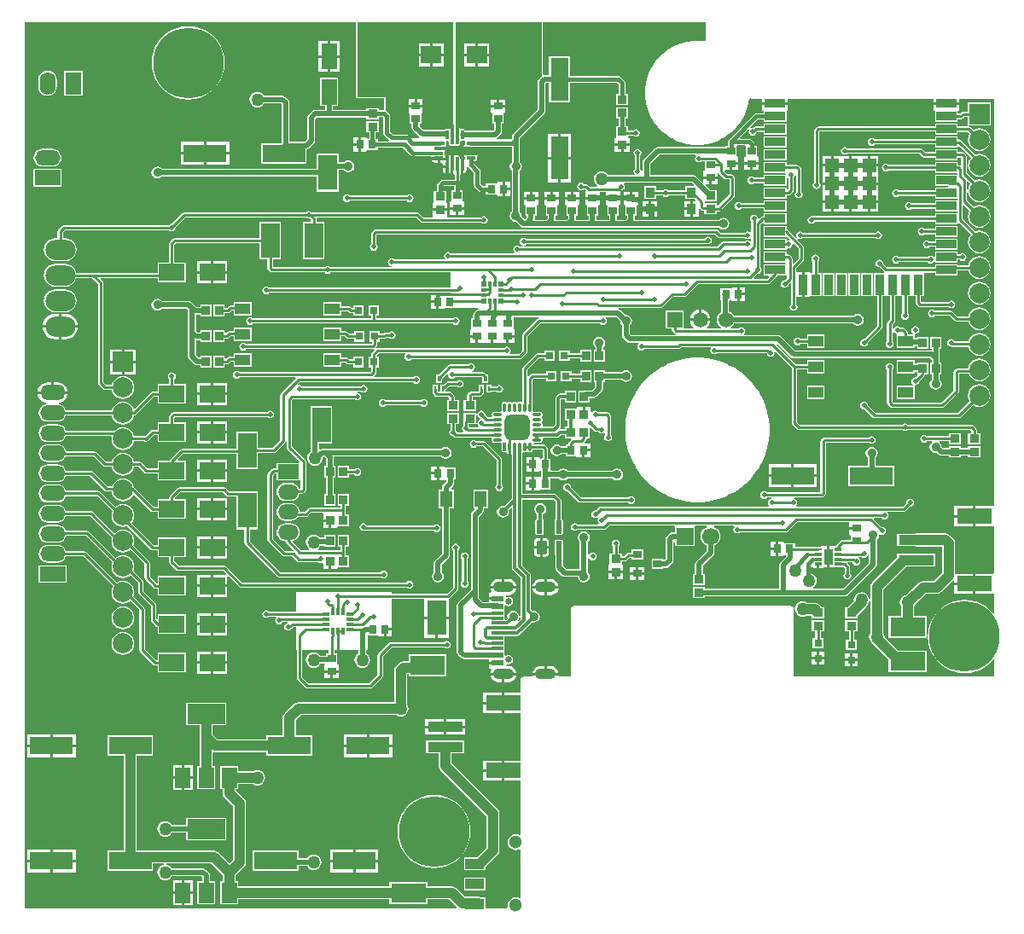
<source format=gtl>
G04*
G04 #@! TF.GenerationSoftware,Altium Limited,Altium Designer,22.7.1 (60)*
G04*
G04 Layer_Physical_Order=1*
G04 Layer_Color=255*
%FSLAX44Y44*%
%MOMM*%
G71*
G04*
G04 #@! TF.SameCoordinates,D0082332-17C0-48B4-9EBD-708ECFB17097*
G04*
G04*
G04 #@! TF.FilePolarity,Positive*
G04*
G01*
G75*
%ADD10C,0.2540*%
%ADD11C,0.5080*%
%ADD20R,0.8500X0.9500*%
%ADD21R,2.5000X1.7000*%
%ADD22R,1.3208X1.3208*%
%ADD23R,0.8890X2.0066*%
%ADD24R,2.0066X0.8890*%
%ADD25R,1.6000X2.5000*%
%ADD26R,3.4036X1.4986*%
%ADD27R,3.5052X0.9906*%
%ADD28R,3.5000X1.9000*%
%ADD29R,0.8000X0.9000*%
%ADD30R,4.3000X1.8000*%
%ADD31R,0.9500X0.8500*%
%ADD32R,0.2700X0.5200*%
%ADD33R,0.3600X0.5200*%
%ADD34R,1.5000X1.1000*%
%ADD35R,1.1500X0.6000*%
%ADD36R,1.1500X0.3000*%
%ADD37R,0.9000X0.8000*%
%ADD38R,0.7400X0.2800*%
G04:AMPARAMS|DCode=39|XSize=0.74mm|YSize=0.28mm|CornerRadius=0.063mm|HoleSize=0mm|Usage=FLASHONLY|Rotation=0.000|XOffset=0mm|YOffset=0mm|HoleType=Round|Shape=RoundedRectangle|*
%AMROUNDEDRECTD39*
21,1,0.7400,0.1540,0,0,0.0*
21,1,0.6140,0.2800,0,0,0.0*
1,1,0.1260,0.3070,-0.0770*
1,1,0.1260,-0.3070,-0.0770*
1,1,0.1260,-0.3070,0.0770*
1,1,0.1260,0.3070,0.0770*
%
%ADD39ROUNDEDRECTD39*%
%ADD40R,1.2500X1.6500*%
%ADD41R,1.9000X3.5000*%
%ADD42R,0.3000X0.8500*%
G04:AMPARAMS|DCode=43|XSize=0.85mm|YSize=0.3mm|CornerRadius=0.075mm|HoleSize=0mm|Usage=FLASHONLY|Rotation=90.000|XOffset=0mm|YOffset=0mm|HoleType=Round|Shape=RoundedRectangle|*
%AMROUNDEDRECTD43*
21,1,0.8500,0.1500,0,0,90.0*
21,1,0.7000,0.3000,0,0,90.0*
1,1,0.1500,0.0750,0.3500*
1,1,0.1500,0.0750,-0.3500*
1,1,0.1500,-0.0750,-0.3500*
1,1,0.1500,-0.0750,0.3500*
%
%ADD43ROUNDEDRECTD43*%
G04:AMPARAMS|DCode=44|XSize=0.85mm|YSize=0.3mm|CornerRadius=0.075mm|HoleSize=0mm|Usage=FLASHONLY|Rotation=180.000|XOffset=0mm|YOffset=0mm|HoleType=Round|Shape=RoundedRectangle|*
%AMROUNDEDRECTD44*
21,1,0.8500,0.1500,0,0,180.0*
21,1,0.7000,0.3000,0,0,180.0*
1,1,0.1500,-0.3500,0.0750*
1,1,0.1500,0.3500,0.0750*
1,1,0.1500,0.3500,-0.0750*
1,1,0.1500,-0.3500,-0.0750*
%
%ADD44ROUNDEDRECTD44*%
G04:AMPARAMS|DCode=45|XSize=2.55mm|YSize=2.55mm|CornerRadius=0.6375mm|HoleSize=0mm|Usage=FLASHONLY|Rotation=180.000|XOffset=0mm|YOffset=0mm|HoleType=Round|Shape=RoundedRectangle|*
%AMROUNDEDRECTD45*
21,1,2.5500,1.2750,0,0,180.0*
21,1,1.2750,2.5500,0,0,180.0*
1,1,1.2750,-0.6375,0.6375*
1,1,1.2750,0.6375,0.6375*
1,1,1.2750,0.6375,-0.6375*
1,1,1.2750,-0.6375,-0.6375*
%
%ADD45ROUNDEDRECTD45*%
%ADD46R,0.8000X0.8000*%
G04:AMPARAMS|DCode=47|XSize=0.59mm|YSize=1.3mm|CornerRadius=0.0443mm|HoleSize=0mm|Usage=FLASHONLY|Rotation=0.000|XOffset=0mm|YOffset=0mm|HoleType=Round|Shape=RoundedRectangle|*
%AMROUNDEDRECTD47*
21,1,0.5900,1.2115,0,0,0.0*
21,1,0.5015,1.3000,0,0,0.0*
1,1,0.0885,0.2508,-0.6058*
1,1,0.0885,-0.2508,-0.6058*
1,1,0.0885,-0.2508,0.6058*
1,1,0.0885,0.2508,0.6058*
%
%ADD47ROUNDEDRECTD47*%
G04:AMPARAMS|DCode=48|XSize=0.99mm|YSize=1.3mm|CornerRadius=0.0743mm|HoleSize=0mm|Usage=FLASHONLY|Rotation=0.000|XOffset=0mm|YOffset=0mm|HoleType=Round|Shape=RoundedRectangle|*
%AMROUNDEDRECTD48*
21,1,0.9900,1.1515,0,0,0.0*
21,1,0.8415,1.3000,0,0,0.0*
1,1,0.1485,0.4208,-0.5758*
1,1,0.1485,-0.4208,-0.5758*
1,1,0.1485,-0.4208,0.5758*
1,1,0.1485,0.4208,0.5758*
%
%ADD48ROUNDEDRECTD48*%
%ADD49R,0.7000X0.3500*%
%ADD50R,0.3500X0.7000*%
%ADD51R,0.9000X1.0000*%
%ADD52R,0.9000X0.8000*%
%ADD53R,1.9000X1.0000*%
%ADD54R,2.0000X1.8000*%
%ADD55R,1.8000X4.3000*%
G04:AMPARAMS|DCode=56|XSize=1.4mm|YSize=0.35mm|CornerRadius=0.0875mm|HoleSize=0mm|Usage=FLASHONLY|Rotation=90.000|XOffset=0mm|YOffset=0mm|HoleType=Round|Shape=RoundedRectangle|*
%AMROUNDEDRECTD56*
21,1,1.4000,0.1750,0,0,90.0*
21,1,1.2250,0.3500,0,0,90.0*
1,1,0.1750,0.0875,0.6125*
1,1,0.1750,0.0875,-0.6125*
1,1,0.1750,-0.0875,-0.6125*
1,1,0.1750,-0.0875,0.6125*
%
%ADD56ROUNDEDRECTD56*%
G04:AMPARAMS|DCode=57|XSize=0.9mm|YSize=0.35mm|CornerRadius=0.0875mm|HoleSize=0mm|Usage=FLASHONLY|Rotation=90.000|XOffset=0mm|YOffset=0mm|HoleType=Round|Shape=RoundedRectangle|*
%AMROUNDEDRECTD57*
21,1,0.9000,0.1750,0,0,90.0*
21,1,0.7250,0.3500,0,0,90.0*
1,1,0.1750,0.0875,0.3625*
1,1,0.1750,0.0875,-0.3625*
1,1,0.1750,-0.0875,-0.3625*
1,1,0.1750,-0.0875,0.3625*
%
%ADD57ROUNDEDRECTD57*%
G04:AMPARAMS|DCode=58|XSize=0.9mm|YSize=0.35mm|CornerRadius=0.0875mm|HoleSize=0mm|Usage=FLASHONLY|Rotation=180.000|XOffset=0mm|YOffset=0mm|HoleType=Round|Shape=RoundedRectangle|*
%AMROUNDEDRECTD58*
21,1,0.9000,0.1750,0,0,180.0*
21,1,0.7250,0.3500,0,0,180.0*
1,1,0.1750,-0.3625,0.0875*
1,1,0.1750,0.3625,0.0875*
1,1,0.1750,0.3625,-0.0875*
1,1,0.1750,-0.3625,-0.0875*
%
%ADD58ROUNDEDRECTD58*%
%ADD59R,1.1000X0.3500*%
%ADD60R,3.8000X2.0000*%
%ADD61R,1.5000X2.0000*%
%ADD62R,0.8000X0.8000*%
%ADD63R,0.3500X0.5000*%
%ADD64R,0.5000X0.3500*%
%ADD65R,0.5000X0.5000*%
%ADD66R,0.4000X0.5000*%
%ADD114C,1.7000*%
%ADD115R,1.7000X1.7000*%
%ADD129R,0.9000X1.6000*%
%ADD130C,1.0160*%
%ADD131C,0.3048*%
%ADD132C,0.7620*%
%ADD133C,0.3556*%
%ADD134C,0.3810*%
%ADD135C,0.5000*%
%ADD136C,7.0000*%
%ADD137O,2.1000X1.0500*%
%ADD138C,0.6500*%
%ADD139O,2.0000X1.5000*%
%ADD140R,2.0000X1.5000*%
%ADD141C,1.3000*%
%ADD142C,1.5000*%
%ADD143R,1.5000X1.5000*%
%ADD144O,3.0000X2.0000*%
%ADD145R,2.5000X1.5000*%
%ADD146O,2.5000X1.5000*%
%ADD147R,1.6000X2.2500*%
%ADD148O,1.6000X2.2500*%
%ADD149C,2.0000*%
%ADD150R,2.0000X2.0000*%
%ADD151C,0.9144*%
%ADD152C,1.2700*%
G36*
X686278Y871639D02*
X685323Y870801D01*
X681365Y871322D01*
X681273Y871298D01*
X681186Y871334D01*
X674594D01*
X674507Y871298D01*
X674415Y871322D01*
X667880Y870462D01*
X667797Y870415D01*
X667703Y870427D01*
X661336Y868721D01*
X661261Y868663D01*
X661166D01*
X655076Y866141D01*
X655009Y866074D01*
X654915Y866061D01*
X649207Y862765D01*
X649149Y862690D01*
X649057Y862665D01*
X643828Y858653D01*
X643780Y858571D01*
X643693Y858534D01*
X639032Y853873D01*
X638995Y853786D01*
X638913Y853738D01*
X634901Y848509D01*
X634876Y848417D01*
X634801Y848359D01*
X631505Y842651D01*
X631492Y842557D01*
X631425Y842490D01*
X628903Y836400D01*
Y836305D01*
X628845Y836230D01*
X627139Y829863D01*
X627151Y829769D01*
X627104Y829686D01*
X626244Y823151D01*
X626268Y823059D01*
X626232Y822972D01*
Y816380D01*
X626268Y816292D01*
X626244Y816201D01*
X627104Y809666D01*
X627151Y809584D01*
X627139Y809489D01*
X628845Y803122D01*
X628903Y803047D01*
Y802952D01*
X631425Y796862D01*
X631492Y796795D01*
X631505Y796701D01*
X634801Y790993D01*
X634876Y790935D01*
X634901Y790843D01*
X638913Y785614D01*
X638995Y785566D01*
X639032Y785479D01*
X643693Y780818D01*
X643780Y780781D01*
X643828Y780699D01*
X649057Y776686D01*
X649149Y776662D01*
X649207Y776587D01*
X654915Y773291D01*
X655009Y773278D01*
X655076Y773211D01*
X661166Y770689D01*
X661261D01*
X661336Y770631D01*
X667703Y768925D01*
X667797Y768937D01*
X667880Y768890D01*
X674415Y768030D01*
X674507Y768054D01*
X674594Y768018D01*
X681186D01*
X681273Y768054D01*
X681365Y768030D01*
X687900Y768890D01*
X687982Y768937D01*
X688077Y768925D01*
X694444Y770631D01*
X694519Y770689D01*
X694614D01*
X700704Y773211D01*
X700771Y773278D01*
X700865Y773291D01*
X706573Y776587D01*
X706631Y776662D01*
X706723Y776686D01*
X711952Y780699D01*
X712000Y780781D01*
X712087Y780818D01*
X716748Y785479D01*
X716785Y785566D01*
X716867Y785614D01*
X720880Y790843D01*
X720904Y790935D01*
X720979Y790993D01*
X724275Y796701D01*
X724288Y796795D01*
X724355Y796862D01*
X726877Y802952D01*
Y803047D01*
X726935Y803122D01*
X728641Y809489D01*
X728629Y809584D01*
X728676Y809666D01*
X729161Y813350D01*
X730523Y813967D01*
X730529Y813963D01*
X731520Y813766D01*
X742480D01*
Y810136D01*
X767626D01*
Y813766D01*
X912480D01*
Y810136D01*
X937626D01*
Y813766D01*
X972770D01*
X972770Y410271D01*
X971500Y409293D01*
X953777D01*
Y399260D01*
Y389227D01*
X971500D01*
X972065Y389227D01*
X972770Y388249D01*
Y343271D01*
X971500Y342293D01*
X953777D01*
Y332260D01*
Y322227D01*
X971500D01*
X972065Y322227D01*
X972770Y321249D01*
Y302833D01*
X971500Y302365D01*
X968706Y305636D01*
X964365Y309344D01*
X959497Y312327D01*
X954223Y314512D01*
X948671Y315844D01*
X942980Y316292D01*
X937289Y315844D01*
X931737Y314512D01*
X926463Y312327D01*
X921595Y309344D01*
X917254Y305636D01*
X913546Y301295D01*
X910563Y296427D01*
X908379Y291153D01*
X907046Y285601D01*
X906598Y279910D01*
X907046Y274219D01*
X908379Y268667D01*
X910563Y263393D01*
X913546Y258525D01*
X917254Y254184D01*
X921595Y250476D01*
X926463Y247493D01*
X931737Y245308D01*
X937289Y243976D01*
X942980Y243528D01*
X948671Y243976D01*
X954223Y245308D01*
X959497Y247493D01*
X964365Y250476D01*
X968706Y254184D01*
X971500Y257455D01*
X972770Y256987D01*
Y240080D01*
X773226Y240080D01*
Y307594D01*
X773029Y308585D01*
X772467Y309425D01*
X771627Y309987D01*
X770636Y310184D01*
X555244Y310184D01*
X554253Y309987D01*
X553413Y309425D01*
X552851Y308585D01*
X552654Y307594D01*
Y240080D01*
X541242D01*
X540304Y241280D01*
X527300D01*
X514296D01*
X513358Y240080D01*
X505206D01*
X504215Y239883D01*
X503375Y239321D01*
X502813Y238481D01*
X502616Y237490D01*
Y223873D01*
X486417D01*
Y213840D01*
Y203807D01*
X502616D01*
Y156873D01*
X486417D01*
Y146840D01*
Y136807D01*
X502616D01*
Y83049D01*
X501346Y82558D01*
X499628Y83270D01*
X497600Y83537D01*
X495572Y83270D01*
X493681Y82487D01*
X492058Y81242D01*
X490813Y79619D01*
X490030Y77728D01*
X489763Y75700D01*
X490030Y73672D01*
X490813Y71782D01*
X492058Y70158D01*
X493681Y68913D01*
X495572Y68130D01*
X497600Y67863D01*
X499628Y68130D01*
X501346Y68842D01*
X502616Y68351D01*
Y20549D01*
X501346Y20059D01*
X499628Y20770D01*
X497600Y21037D01*
X495572Y20770D01*
X493681Y19987D01*
X492058Y18742D01*
X490813Y17119D01*
X490030Y15228D01*
X489763Y13200D01*
X489989Y11480D01*
X489230Y10210D01*
X467870D01*
Y20720D01*
X464238D01*
X463488Y21222D01*
X461010Y21714D01*
X447182D01*
X438918Y29978D01*
X436818Y31382D01*
X434340Y31874D01*
X409930D01*
Y36170D01*
X372390D01*
Y32124D01*
X222270D01*
Y36920D01*
X219834D01*
Y43038D01*
X228098Y51302D01*
X229502Y53402D01*
X229994Y55880D01*
Y114300D01*
X229502Y116778D01*
X228098Y118878D01*
X219834Y127142D01*
Y128680D01*
X222270D01*
Y133226D01*
X237220D01*
X237457Y133044D01*
X239311Y132276D01*
X241300Y132014D01*
X243289Y132276D01*
X245143Y133044D01*
X246735Y134265D01*
X247956Y135857D01*
X248724Y137711D01*
X248986Y139700D01*
X248724Y141689D01*
X247956Y143543D01*
X246735Y145135D01*
X245143Y146356D01*
X243289Y147124D01*
X241300Y147386D01*
X239311Y147124D01*
X237457Y146356D01*
X237220Y146174D01*
X222270D01*
Y151220D01*
X204730D01*
Y128680D01*
X206886D01*
Y124460D01*
X207378Y121982D01*
X208782Y119882D01*
X217046Y111618D01*
Y58562D01*
X213360Y54876D01*
X202698Y65538D01*
X200598Y66942D01*
X198120Y67434D01*
X128270D01*
X128197Y67420D01*
X121674D01*
Y161180D01*
X137970D01*
Y181720D01*
X92430D01*
Y161180D01*
X108726D01*
Y67420D01*
X92430D01*
Y46880D01*
X137970D01*
Y54486D01*
X148332D01*
X148415Y53216D01*
X147871Y53144D01*
X146017Y52376D01*
X144425Y51155D01*
X143204Y49563D01*
X142436Y47709D01*
X142174Y45720D01*
X142436Y43731D01*
X143204Y41877D01*
X144425Y40285D01*
X146017Y39064D01*
X147871Y38296D01*
X149860Y38034D01*
X151849Y38296D01*
X153703Y39064D01*
X155295Y40285D01*
X156484Y41835D01*
X185915D01*
X186615Y41135D01*
Y36920D01*
X181730D01*
Y14380D01*
X199270D01*
Y36920D01*
X194385D01*
Y42744D01*
X194089Y44231D01*
X193247Y45491D01*
X190271Y48467D01*
X189011Y49309D01*
X187524Y49605D01*
X156484D01*
X155295Y51155D01*
X153703Y52376D01*
X151849Y53144D01*
X151305Y53216D01*
X151388Y54486D01*
X195438D01*
X206886Y43038D01*
Y36920D01*
X204730D01*
Y14380D01*
X222270D01*
Y19176D01*
X372390D01*
Y14630D01*
X409930D01*
Y18926D01*
X431658D01*
X439104Y11480D01*
X438578Y10210D01*
X10210D01*
X10210Y889712D01*
X338985D01*
Y815340D01*
X339388Y814368D01*
X340360Y813965D01*
X366925D01*
Y802217D01*
X361620D01*
Y804500D01*
X349580D01*
Y802865D01*
X316305D01*
Y806930D01*
X321690D01*
Y834470D01*
X303150D01*
Y806930D01*
X308535D01*
Y802865D01*
X298600D01*
X297113Y802569D01*
X295853Y801727D01*
X291893Y797767D01*
X291051Y796507D01*
X290755Y795020D01*
Y773769D01*
X287951Y770965D01*
X273125D01*
Y809824D01*
X272829Y811311D01*
X271987Y812571D01*
X269011Y815547D01*
X267751Y816389D01*
X266264Y816685D01*
X247924D01*
X246735Y818235D01*
X245143Y819456D01*
X243289Y820224D01*
X241300Y820486D01*
X239311Y820224D01*
X237457Y819456D01*
X235865Y818235D01*
X234644Y816643D01*
X233876Y814789D01*
X233614Y812800D01*
X233876Y810811D01*
X234644Y808957D01*
X235865Y807365D01*
X237457Y806144D01*
X239311Y805376D01*
X241300Y805114D01*
X243289Y805376D01*
X245143Y806144D01*
X246735Y807365D01*
X247924Y808915D01*
X264655D01*
X265355Y808215D01*
Y770163D01*
X264853Y769827D01*
X264788Y769730D01*
X244830D01*
Y749190D01*
X290370D01*
Y763356D01*
X291047Y763491D01*
X292307Y764333D01*
X297387Y769413D01*
X298229Y770673D01*
X298525Y772160D01*
Y793411D01*
X300209Y795095D01*
X349580D01*
Y793460D01*
X361620D01*
Y795743D01*
X365997D01*
X366333Y795407D01*
Y779780D01*
X366579Y778541D01*
X367281Y777491D01*
X371915Y772857D01*
X371898Y772608D01*
X371501Y771587D01*
X360770D01*
Y774120D01*
X358787D01*
Y780460D01*
X361620D01*
Y791500D01*
X349580D01*
Y780460D01*
X352313D01*
Y775018D01*
X351429Y774134D01*
X350176Y774196D01*
X349540Y775104D01*
Y775390D01*
X344270D01*
Y768350D01*
X343000D01*
D01*
X344270D01*
Y761310D01*
X349540D01*
Y761596D01*
X350230Y762580D01*
X350810Y762580D01*
X360770D01*
Y765113D01*
X385879D01*
X393567Y757425D01*
X394617Y756723D01*
X395856Y756477D01*
X396507Y756606D01*
X413360D01*
X413871Y755984D01*
X421266D01*
Y754714D01*
X422536D01*
Y750357D01*
X423905D01*
X424935Y750143D01*
X425149Y749114D01*
Y747744D01*
X429506D01*
Y746474D01*
X430776D01*
Y739446D01*
X431713Y739632D01*
X431998Y739823D01*
X432298Y739622D01*
X433236Y739436D01*
Y748964D01*
Y758492D01*
X432298Y758306D01*
X431169Y757551D01*
X430414Y756421D01*
X430149Y755089D01*
Y754638D01*
X429765Y754365D01*
X428552Y754765D01*
X428373Y754932D01*
Y755589D01*
X428108Y756921D01*
X427353Y758051D01*
X426972Y758306D01*
X427078Y758839D01*
Y760589D01*
X426972Y761122D01*
X427353Y761377D01*
X428108Y762506D01*
X428294Y763444D01*
X421266D01*
Y765984D01*
X428443D01*
X429026Y766694D01*
X429026D01*
Y772152D01*
X430381D01*
X431444Y771068D01*
Y769339D01*
X431610Y768502D01*
X432084Y767793D01*
X432794Y767318D01*
X433631Y767152D01*
X435381D01*
X436218Y767318D01*
X436927Y767793D01*
X437084D01*
X437794Y767318D01*
X438631Y767152D01*
X440381D01*
X441218Y767318D01*
X441927Y767793D01*
X442401Y768502D01*
X442568Y769339D01*
Y771068D01*
X443631Y772152D01*
X445381D01*
X446218Y772318D01*
X446600Y772574D01*
X447515Y771658D01*
X447360Y771426D01*
X447194Y770589D01*
Y768839D01*
X447300Y768306D01*
X446919Y768051D01*
X446164Y766921D01*
X445978Y765984D01*
X453006D01*
X460437D01*
X460841Y766477D01*
X493955D01*
Y751190D01*
X493628Y750972D01*
X492337Y749039D01*
X491884Y746760D01*
X492337Y744481D01*
X493628Y742548D01*
X493870Y742386D01*
Y701717D01*
X493458Y701442D01*
X492167Y699509D01*
X491713Y697230D01*
X492167Y694951D01*
X493458Y693018D01*
X495390Y691727D01*
X497670Y691273D01*
X498056Y691350D01*
X502543Y686863D01*
X503803Y686021D01*
X505290Y685725D01*
X699149D01*
X699368Y685398D01*
X701301Y684107D01*
X703580Y683653D01*
X705859Y684107D01*
X707792Y685398D01*
X709083Y687331D01*
X709537Y689610D01*
X709083Y691889D01*
X707792Y693822D01*
X705859Y695113D01*
X703580Y695566D01*
X701301Y695113D01*
X699368Y693822D01*
X699149Y693495D01*
X615963D01*
Y697140D01*
X617848D01*
Y707100D01*
X617848Y707680D01*
X618832Y708370D01*
X619118D01*
Y713640D01*
X612078D01*
X605038D01*
Y708370D01*
X605324D01*
X606308Y707680D01*
X606308Y707100D01*
Y697140D01*
X608193D01*
Y694967D01*
X606721Y693495D01*
X598121D01*
Y697140D01*
X600006D01*
Y707680D01*
X600990Y708370D01*
X601276D01*
Y713640D01*
X594236D01*
X587196D01*
Y708370D01*
X587482D01*
X588466Y707680D01*
Y697140D01*
X590351D01*
Y693635D01*
X590211Y693495D01*
X577863D01*
Y697140D01*
X579686D01*
Y707680D01*
X580670Y708370D01*
X580956D01*
Y713640D01*
X573916D01*
X566876D01*
Y708370D01*
X567162D01*
X568146Y707680D01*
Y697140D01*
X570093D01*
Y693495D01*
X557481D01*
Y697140D01*
X559366D01*
Y707100D01*
X559366Y707680D01*
X560350Y708370D01*
X560636D01*
Y713640D01*
X546556D01*
Y708370D01*
X546842D01*
X547826Y707680D01*
X547826Y707100D01*
Y697140D01*
X549711D01*
Y694905D01*
X548301Y693495D01*
X537161D01*
Y697140D01*
X539046D01*
Y707100D01*
X539046Y707680D01*
X540030Y708370D01*
X540316D01*
Y713640D01*
X526236D01*
Y708370D01*
X526522D01*
X527506Y707680D01*
X527506Y707100D01*
Y697140D01*
X529392D01*
Y694905D01*
X527981Y693495D01*
X517629D01*
X516823Y694476D01*
X516841Y694566D01*
Y697140D01*
X518726D01*
Y707100D01*
X518726Y707680D01*
X519710Y708370D01*
X519996D01*
Y713640D01*
X505916D01*
Y708370D01*
X506202D01*
X507186Y707680D01*
X507186Y707100D01*
Y697140D01*
X508335D01*
X508766Y695870D01*
X506645Y693749D01*
X503549Y696844D01*
X503626Y697230D01*
X503173Y699509D01*
X501882Y701442D01*
X501640Y701604D01*
Y742273D01*
X502052Y742548D01*
X503343Y744481D01*
X503797Y746760D01*
X503343Y749039D01*
X502052Y750972D01*
X501725Y751190D01*
Y774361D01*
X525987Y798623D01*
X526829Y799883D01*
X527125Y801370D01*
Y828535D01*
X527825Y829235D01*
X530812D01*
Y809980D01*
X551352D01*
Y829883D01*
X598099D01*
X600013Y827969D01*
Y818320D01*
X597230D01*
Y807280D01*
X609270D01*
Y818320D01*
X606487D01*
Y829310D01*
X606241Y830549D01*
X605539Y831599D01*
X601729Y835409D01*
X600679Y836111D01*
X599440Y836357D01*
X551352D01*
Y855520D01*
X530812D01*
Y837005D01*
X526216D01*
X525885Y836939D01*
X524635Y837912D01*
X524615Y837981D01*
Y889712D01*
X686278D01*
Y871639D01*
D02*
G37*
G36*
X435939Y785529D02*
X435776Y785395D01*
Y775464D01*
X433236D01*
Y784992D01*
X432298Y784806D01*
X431169Y784051D01*
X430914Y783670D01*
X430381Y783776D01*
X428631D01*
X427794Y783609D01*
X427084Y783135D01*
X426753Y782639D01*
X406365D01*
X402281Y786723D01*
Y788834D01*
X404166D01*
Y798794D01*
X404166Y799374D01*
X405150Y800064D01*
X405436D01*
Y805334D01*
X391356D01*
Y800064D01*
X391642D01*
X392626Y799374D01*
X392626Y798794D01*
Y788834D01*
X394511D01*
Y785114D01*
X394807Y783627D01*
X395649Y782367D01*
X402009Y776007D01*
X402065Y775970D01*
X401679Y774700D01*
X394468D01*
X391791Y777377D01*
X390741Y778079D01*
X389502Y778325D01*
X375603D01*
X372807Y781121D01*
Y796748D01*
X372561Y797987D01*
X371859Y799037D01*
X369627Y801269D01*
X368577Y801971D01*
X368300Y802026D01*
Y815340D01*
X340360D01*
Y889712D01*
X435939D01*
Y785529D01*
D02*
G37*
G36*
X523240Y835638D02*
X520493Y832891D01*
X519651Y831631D01*
X519355Y830144D01*
Y802979D01*
X495093Y778717D01*
X494251Y777457D01*
X493955Y775970D01*
Y774123D01*
X493262Y773430D01*
X479442D01*
X479057Y774700D01*
X479831Y775217D01*
X482807Y778193D01*
X483649Y779453D01*
X483945Y780940D01*
Y788580D01*
X485830D01*
Y798540D01*
X485830Y799120D01*
X486814Y799810D01*
X487100D01*
Y805080D01*
X473020D01*
Y799810D01*
X473306D01*
X474290Y799120D01*
X474290Y798540D01*
Y788580D01*
X476175D01*
Y782549D01*
X475475Y781849D01*
X447516D01*
X447401Y782426D01*
X446927Y783135D01*
X446218Y783609D01*
X445381Y783776D01*
X443631D01*
X443098Y783670D01*
X442843Y784051D01*
X441713Y784806D01*
X440776Y784992D01*
Y775464D01*
X438236D01*
Y785395D01*
X438150Y785465D01*
Y889712D01*
X523240D01*
Y835638D01*
D02*
G37*
%LPC*%
G36*
X322960Y870740D02*
X313690D01*
Y856970D01*
X322960D01*
Y870740D01*
D02*
G37*
G36*
X311150D02*
X301880D01*
Y856970D01*
X311150D01*
Y870740D01*
D02*
G37*
G36*
X322960Y854430D02*
X313690D01*
Y840660D01*
X322960D01*
Y854430D01*
D02*
G37*
G36*
X311150D02*
X301880D01*
Y840660D01*
X311150D01*
Y854430D01*
D02*
G37*
G36*
X67839Y841636D02*
X49300D01*
Y816596D01*
X67839D01*
Y841636D01*
D02*
G37*
G36*
X33170Y841716D02*
X30750Y841397D01*
X28495Y840463D01*
X26558Y838978D01*
X25072Y837041D01*
X24138Y834786D01*
X23820Y832366D01*
Y825866D01*
X24138Y823446D01*
X25072Y821191D01*
X26558Y819255D01*
X28495Y817769D01*
X30750Y816835D01*
X33170Y816516D01*
X35589Y816835D01*
X37845Y817769D01*
X39781Y819255D01*
X41267Y821191D01*
X42201Y823446D01*
X42519Y825866D01*
Y832366D01*
X42201Y834786D01*
X41267Y837041D01*
X39781Y838978D01*
X37845Y840463D01*
X35589Y841397D01*
X33170Y841716D01*
D02*
G37*
G36*
X172720Y885758D02*
X167029Y885310D01*
X161477Y883978D01*
X156203Y881793D01*
X151335Y878810D01*
X146994Y875102D01*
X143286Y870761D01*
X140303Y865893D01*
X138118Y860619D01*
X136786Y855067D01*
X136338Y849376D01*
X136786Y843685D01*
X138118Y838133D01*
X140303Y832859D01*
X143286Y827991D01*
X146994Y823650D01*
X151335Y819942D01*
X156203Y816959D01*
X161477Y814774D01*
X167029Y813442D01*
X172720Y812994D01*
X178411Y813442D01*
X183963Y814774D01*
X189237Y816959D01*
X194105Y819942D01*
X198446Y823650D01*
X202154Y827991D01*
X205137Y832859D01*
X207321Y838133D01*
X208654Y843685D01*
X209102Y849376D01*
X208654Y855067D01*
X207321Y860619D01*
X205137Y865893D01*
X202154Y870761D01*
X198446Y875102D01*
X194105Y878810D01*
X189237Y881793D01*
X183963Y883978D01*
X178411Y885310D01*
X172720Y885758D01*
D02*
G37*
G36*
X968850Y809846D02*
X946310D01*
Y801166D01*
X942086D01*
X941095Y800969D01*
X940255Y800407D01*
X938603Y798755D01*
X936356D01*
Y801881D01*
X937626D01*
Y807596D01*
X912480D01*
Y801881D01*
X913750D01*
Y790451D01*
X936356D01*
Y793576D01*
X939676D01*
X940667Y793773D01*
X941507Y794334D01*
X943159Y795986D01*
X946310D01*
Y787892D01*
X946310Y787892D01*
X946310D01*
X946288Y786719D01*
X946263Y786056D01*
X946039Y786056D01*
X936356D01*
Y789181D01*
X913750D01*
Y786180D01*
X797778D01*
X796787Y785983D01*
X795947Y785421D01*
X794459Y783933D01*
X793897Y783093D01*
X793700Y782102D01*
Y730732D01*
X793572Y730646D01*
X792739Y729399D01*
X792446Y727928D01*
X792739Y726457D01*
X793572Y725210D01*
X794819Y724377D01*
X796290Y724084D01*
X797761Y724377D01*
X799008Y725210D01*
X799841Y726457D01*
X800134Y727928D01*
X799841Y729399D01*
X799008Y730646D01*
X798880Y730732D01*
Y781000D01*
X913750D01*
Y777751D01*
X936356D01*
Y780876D01*
X946217D01*
X947952Y779141D01*
X947736Y778860D01*
X946600Y776118D01*
X946213Y773176D01*
X946600Y770234D01*
X947736Y767492D01*
X949542Y765138D01*
X951896Y763332D01*
X954638Y762196D01*
X957580Y761809D01*
X960522Y762196D01*
X963264Y763332D01*
X965618Y765138D01*
X967424Y767492D01*
X968560Y770234D01*
X968947Y773176D01*
X968560Y776118D01*
X967424Y778860D01*
X965618Y781214D01*
X963264Y783020D01*
X960522Y784156D01*
X957580Y784543D01*
X954638Y784156D01*
X951896Y783020D01*
X951615Y782804D01*
X949121Y785297D01*
X948281Y785858D01*
X947532Y786008D01*
X947290Y786056D01*
X947337Y787306D01*
X947572Y787306D01*
X947580Y787306D01*
X968850D01*
Y809846D01*
D02*
G37*
G36*
X767626Y807596D02*
X742480D01*
Y801881D01*
X743750D01*
Y799403D01*
X736476D01*
X735237Y799157D01*
X734187Y798455D01*
X708911Y773179D01*
X708209Y772129D01*
X707963Y770890D01*
Y767170D01*
X705430D01*
Y765785D01*
X678483D01*
X677980Y765885D01*
X638810D01*
X637323Y765589D01*
X636063Y764747D01*
X624633Y753317D01*
X623791Y752057D01*
X623495Y750570D01*
Y742351D01*
X622225Y742225D01*
X622041Y743151D01*
X621208Y744398D01*
X621080Y744484D01*
Y757182D01*
X621208Y757268D01*
X622041Y758515D01*
X622334Y759986D01*
X622041Y761457D01*
X621208Y762704D01*
X619961Y763537D01*
X618490Y763830D01*
X617019Y763537D01*
X615772Y762704D01*
X614939Y761457D01*
X614646Y759986D01*
X614939Y758515D01*
X615772Y757268D01*
X615900Y757182D01*
Y744484D01*
X615772Y744398D01*
X614939Y743151D01*
X614646Y741680D01*
X614939Y740209D01*
X615603Y739215D01*
X615304Y738311D01*
X615041Y737945D01*
X589554D01*
X588365Y739495D01*
X586773Y740716D01*
X584919Y741484D01*
X582930Y741746D01*
X580941Y741484D01*
X579087Y740716D01*
X577495Y739495D01*
X576274Y737903D01*
X575506Y736049D01*
X575244Y734060D01*
X575506Y732071D01*
X576274Y730217D01*
X577495Y728625D01*
X578623Y727760D01*
X578192Y726490D01*
X571060D01*
X569460Y728089D01*
X568620Y728651D01*
X567629Y728848D01*
X565685D01*
X565339Y729365D01*
X564092Y730198D01*
X562621Y730491D01*
X561150Y730198D01*
X559903Y729365D01*
X559070Y728118D01*
X558777Y726647D01*
X559070Y725176D01*
X559903Y723929D01*
X561150Y723096D01*
X562621Y722803D01*
X564092Y723096D01*
X564949Y723668D01*
X566556D01*
X567505Y722720D01*
X566979Y721450D01*
X566876D01*
Y716180D01*
X573916D01*
X580956D01*
Y721310D01*
X587196D01*
Y716180D01*
X594236D01*
X601276D01*
Y721450D01*
X601276Y721450D01*
X601733Y722531D01*
X601829Y722626D01*
X601980Y722596D01*
X603451Y722889D01*
X604698Y723722D01*
X605531Y724969D01*
X605824Y726440D01*
X605531Y727911D01*
X604867Y728905D01*
X605166Y729809D01*
X605429Y730175D01*
X672411D01*
X674691Y727895D01*
X674205Y726722D01*
X666237D01*
Y723042D01*
X648798D01*
X647901Y723641D01*
X646430Y723934D01*
X644959Y723641D01*
X643712Y722808D01*
X643626Y722680D01*
X636777D01*
Y726722D01*
X625238D01*
Y714182D01*
X636777D01*
Y717500D01*
X643626D01*
X643712Y717372D01*
X644959Y716539D01*
X646430Y716246D01*
X647901Y716539D01*
X649148Y717372D01*
X649476Y717862D01*
X666237D01*
Y714182D01*
X675385D01*
X676402Y713165D01*
X675916Y711992D01*
X673278D01*
Y704452D01*
Y696912D01*
X679047D01*
Y703884D01*
X679672Y704234D01*
X680318Y704348D01*
X681647Y703019D01*
X682487Y702457D01*
X683478Y702260D01*
X684860D01*
Y699180D01*
X696900D01*
Y702110D01*
X699552D01*
X700543Y702307D01*
X701383Y702869D01*
X714301Y715787D01*
X714863Y716627D01*
X715060Y717618D01*
Y735112D01*
X714863Y736103D01*
X714301Y736943D01*
X712813Y738431D01*
X711973Y738993D01*
X710982Y739190D01*
X707193D01*
X704792Y741590D01*
X705319Y742860D01*
X709930D01*
Y749400D01*
X711200D01*
Y750670D01*
X718240D01*
Y755940D01*
X717954D01*
X716970Y756630D01*
X716970Y757210D01*
Y767170D01*
X718040Y767653D01*
X724680D01*
X725750Y767170D01*
Y757210D01*
X725750Y756630D01*
X724766Y755940D01*
X724480D01*
Y750670D01*
X731520D01*
X738560D01*
Y755940D01*
X738274D01*
X737290Y756630D01*
X737290Y757210D01*
Y767170D01*
X734757D01*
Y768658D01*
X734511Y769897D01*
X733809Y770947D01*
X731577Y773179D01*
X730527Y773881D01*
X729288Y774127D01*
X720675D01*
X720189Y775301D01*
X728320Y783432D01*
X729306Y782622D01*
X729239Y782521D01*
X728946Y781050D01*
X729239Y779579D01*
X730072Y778332D01*
X731319Y777499D01*
X732790Y777206D01*
X734261Y777499D01*
X735508Y778332D01*
X736341Y779579D01*
X736542Y780590D01*
X736828Y780876D01*
X743750D01*
Y777751D01*
X766356D01*
Y789181D01*
X743750D01*
Y786056D01*
X735756D01*
X734765Y785858D01*
X733924Y785297D01*
X733400Y784772D01*
X732790Y784894D01*
X731319Y784601D01*
X731218Y784534D01*
X730408Y785520D01*
X737817Y792929D01*
X743750D01*
Y790451D01*
X766356D01*
Y801881D01*
X767626D01*
Y807596D01*
D02*
G37*
G36*
X609270Y805320D02*
X597230D01*
Y794280D01*
X600013D01*
Y786570D01*
X597230D01*
Y776110D01*
X597230Y775530D01*
X596246Y774840D01*
X595960D01*
Y769320D01*
X603250D01*
X610540D01*
Y774840D01*
X610254D01*
X609270Y775530D01*
X609270Y775920D01*
X609728Y777190D01*
X614198D01*
X614284Y777062D01*
X615531Y776229D01*
X617002Y775936D01*
X618473Y776229D01*
X619720Y777062D01*
X620553Y778309D01*
X620846Y779780D01*
X620553Y781251D01*
X619720Y782498D01*
X618473Y783331D01*
X617002Y783624D01*
X615531Y783331D01*
X614284Y782498D01*
X614198Y782370D01*
X609270D01*
Y786570D01*
X606487D01*
Y794280D01*
X609270D01*
Y805320D01*
D02*
G37*
G36*
X936356Y776481D02*
X913750D01*
Y773480D01*
X853704D01*
X853618Y773608D01*
X852371Y774441D01*
X850900Y774734D01*
X849429Y774441D01*
X848182Y773608D01*
X847349Y772361D01*
X847056Y770890D01*
X847349Y769419D01*
X848182Y768172D01*
X849429Y767339D01*
X850900Y767046D01*
X852371Y767339D01*
X853618Y768172D01*
X853704Y768300D01*
X913750D01*
Y765051D01*
X936356D01*
Y766472D01*
X937529Y766958D01*
X949165Y755322D01*
X947736Y753460D01*
X946600Y750718D01*
X946213Y747776D01*
X946600Y744834D01*
X947736Y742092D01*
X949542Y739738D01*
X951896Y737932D01*
X954638Y736796D01*
X957580Y736409D01*
X960522Y736796D01*
X963264Y737932D01*
X965618Y739738D01*
X967424Y742092D01*
X968560Y744834D01*
X968947Y747776D01*
X968560Y750718D01*
X967424Y753460D01*
X965618Y755814D01*
X963264Y757620D01*
X960522Y758756D01*
X957580Y759143D01*
X954638Y758756D01*
X953520Y758293D01*
X939239Y772573D01*
X938399Y773135D01*
X937408Y773332D01*
X936356D01*
Y776481D01*
D02*
G37*
G36*
X341730Y775390D02*
X336460D01*
Y769620D01*
X341730D01*
Y775390D01*
D02*
G37*
G36*
X766356Y776481D02*
X743750D01*
Y765051D01*
X766356D01*
Y776481D01*
D02*
G37*
G36*
X341730Y767080D02*
X336460D01*
Y761310D01*
X341730D01*
Y767080D01*
D02*
G37*
G36*
X610540Y766780D02*
X604520D01*
Y761260D01*
X610540D01*
Y766780D01*
D02*
G37*
G36*
X601980D02*
X595960D01*
Y761260D01*
X601980D01*
Y766780D01*
D02*
G37*
G36*
X460034Y763444D02*
X453006D01*
X445978D01*
X446164Y762506D01*
X446359Y762214D01*
X446164Y761921D01*
X445978Y760984D01*
X453006D01*
X460034D01*
X459848Y761921D01*
X459652Y762214D01*
X459848Y762506D01*
X460034Y763444D01*
D02*
G37*
G36*
X213640Y771000D02*
X190870D01*
Y760730D01*
X213640D01*
Y771000D01*
D02*
G37*
G36*
X188330D02*
X165560D01*
Y760730D01*
X188330D01*
Y771000D01*
D02*
G37*
G36*
X552622Y778790D02*
X542352D01*
Y756020D01*
X552622D01*
Y778790D01*
D02*
G37*
G36*
X539812D02*
X529542D01*
Y756020D01*
X539812D01*
Y778790D01*
D02*
G37*
G36*
X460034Y758444D02*
X453006D01*
X445978D01*
X446164Y757506D01*
X446919Y756377D01*
X447521Y755975D01*
X447444Y755589D01*
Y754355D01*
X447261Y754094D01*
X446524Y753514D01*
X446234Y753411D01*
X445776Y753502D01*
Y746474D01*
Y739446D01*
X446713Y739632D01*
X447843Y740387D01*
X448598Y741516D01*
X448863Y742849D01*
Y746658D01*
X449416Y746844D01*
X450133Y746869D01*
X450717Y745995D01*
X456119Y740593D01*
Y727964D01*
X456365Y726725D01*
X457067Y725675D01*
X460877Y721865D01*
X461927Y721163D01*
X463166Y720917D01*
X468156D01*
Y718384D01*
X478116D01*
X478696Y718384D01*
X479386Y717400D01*
Y717114D01*
X484656D01*
Y724154D01*
Y731194D01*
X479386D01*
Y730908D01*
X478696Y729924D01*
X478116Y729924D01*
X468156D01*
Y727391D01*
X464507D01*
X462593Y729305D01*
Y741934D01*
X462347Y743173D01*
X461645Y744223D01*
X456243Y749625D01*
Y751652D01*
X456881D01*
X457718Y751818D01*
X458427Y752293D01*
X458901Y753002D01*
X459068Y753839D01*
Y755589D01*
X458932Y756270D01*
X459093Y756377D01*
X459848Y757506D01*
X460034Y758444D01*
D02*
G37*
G36*
X766356Y763781D02*
X743750D01*
Y752351D01*
X766356D01*
Y763781D01*
D02*
G37*
G36*
X419996Y753444D02*
X414238D01*
X414424Y752506D01*
X415179Y751377D01*
X416308Y750622D01*
X417641Y750357D01*
X419996D01*
Y753444D01*
D02*
G37*
G36*
X849630Y756920D02*
Y749046D01*
X857504D01*
Y756920D01*
X849630D01*
D02*
G37*
G36*
X810390D02*
X802516D01*
Y749046D01*
X810390D01*
Y756920D01*
D02*
G37*
G36*
X213640Y758190D02*
X190870D01*
Y747920D01*
X213640D01*
Y758190D01*
D02*
G37*
G36*
X188330D02*
X165560D01*
Y747920D01*
X188330D01*
Y758190D01*
D02*
G37*
G36*
X824230Y765844D02*
X822759Y765551D01*
X821512Y764718D01*
X820679Y763471D01*
X820386Y762000D01*
X820679Y760529D01*
X821512Y759282D01*
X822759Y758449D01*
X824060Y758190D01*
X823935Y756920D01*
X820866Y756920D01*
X819596Y756920D01*
X812930D01*
Y747776D01*
X811660D01*
Y746506D01*
X802516D01*
Y739840D01*
X802516Y738632D01*
X802516Y737362D01*
Y730696D01*
X811660D01*
Y728156D01*
X802516D01*
Y721490D01*
X802516Y720282D01*
X802516Y719012D01*
Y712346D01*
X811660D01*
Y711076D01*
X812930D01*
Y701932D01*
X819596D01*
X820804Y701932D01*
X822074Y701932D01*
X828740D01*
Y711076D01*
X831280D01*
Y701932D01*
X837946D01*
X839154Y701932D01*
X840424Y701932D01*
X847090D01*
Y711076D01*
X848360D01*
Y712346D01*
X857504D01*
Y719012D01*
X857504Y720220D01*
X857504Y721490D01*
Y728156D01*
X848360D01*
Y730696D01*
X857504D01*
Y737362D01*
X857504Y738570D01*
X857504Y739840D01*
Y746506D01*
X848360D01*
Y747776D01*
X847090D01*
Y756920D01*
X840424D01*
X839216Y756920D01*
X837946Y756920D01*
X831280D01*
Y747776D01*
X828740D01*
Y756920D01*
X824525D01*
X824400Y758190D01*
X825701Y758449D01*
X826948Y759282D01*
X827034Y759410D01*
X898087D01*
X901263Y756235D01*
X902103Y755673D01*
X903094Y755476D01*
X913750D01*
Y752351D01*
X936356D01*
Y755476D01*
X939750D01*
Y748121D01*
X938480Y747584D01*
X938033Y747883D01*
X937042Y748080D01*
X936356D01*
Y751081D01*
X913750D01*
Y747955D01*
X867757D01*
X867588Y748208D01*
X866341Y749041D01*
X864870Y749334D01*
X863399Y749041D01*
X862152Y748208D01*
X861319Y746961D01*
X861026Y745490D01*
X861319Y744019D01*
X862152Y742772D01*
X863399Y741939D01*
X864870Y741646D01*
X866341Y741939D01*
X867588Y742772D01*
X867591Y742776D01*
X913750D01*
Y739651D01*
X935940D01*
Y738381D01*
X913750D01*
Y726951D01*
X927032D01*
X926469Y725681D01*
X913750D01*
Y722555D01*
X877917D01*
X877748Y722808D01*
X876501Y723641D01*
X875030Y723934D01*
X873559Y723641D01*
X872312Y722808D01*
X871479Y721561D01*
X871186Y720090D01*
X871479Y718619D01*
X872312Y717372D01*
X873559Y716539D01*
X875030Y716246D01*
X876501Y716539D01*
X877748Y717372D01*
X877751Y717376D01*
X913750D01*
Y714251D01*
X935940D01*
Y712981D01*
X913750D01*
Y709855D01*
X890706D01*
X890601Y710013D01*
X890477Y710137D01*
X889217Y710979D01*
X887730Y711275D01*
X886243Y710979D01*
X884983Y710137D01*
X884141Y708877D01*
X883845Y707390D01*
X884141Y705903D01*
X884983Y704643D01*
X885107Y704519D01*
X886368Y703677D01*
X887854Y703381D01*
X889341Y703677D01*
X890601Y704519D01*
X890706Y704676D01*
X913750D01*
Y701551D01*
X935940D01*
Y700281D01*
X913750D01*
Y697156D01*
X792356D01*
X792055Y697096D01*
X791210Y697264D01*
X789739Y696971D01*
X788492Y696138D01*
X787659Y694891D01*
X787366Y693420D01*
X787659Y691949D01*
X788492Y690702D01*
X789739Y689869D01*
X791210Y689576D01*
X792681Y689869D01*
X793928Y690702D01*
X794761Y691949D01*
X794767Y691976D01*
X913750D01*
Y688851D01*
X936356D01*
Y690136D01*
X937626Y690662D01*
X949165Y679122D01*
X947736Y677260D01*
X946600Y674518D01*
X946213Y671576D01*
X946600Y668634D01*
X947736Y665892D01*
X949542Y663538D01*
X951896Y661732D01*
X954638Y660596D01*
X957580Y660209D01*
X960522Y660596D01*
X963264Y661732D01*
X965618Y663538D01*
X967424Y665892D01*
X968560Y668634D01*
X968947Y671576D01*
X968560Y674518D01*
X967424Y677260D01*
X965618Y679614D01*
X963264Y681420D01*
X960522Y682556D01*
X957580Y682943D01*
X954638Y682556D01*
X953520Y682093D01*
X941120Y694493D01*
Y708114D01*
X942293Y708600D01*
X947952Y702942D01*
X947736Y702660D01*
X946600Y699918D01*
X946213Y696976D01*
X946600Y694034D01*
X947736Y691292D01*
X949542Y688938D01*
X951896Y687132D01*
X954638Y685996D01*
X957580Y685609D01*
X960522Y685996D01*
X963264Y687132D01*
X965618Y688938D01*
X967424Y691292D01*
X968560Y694034D01*
X968947Y696976D01*
X968560Y699918D01*
X967424Y702660D01*
X965618Y705014D01*
X963264Y706820D01*
X960522Y707956D01*
X957580Y708343D01*
X954638Y707956D01*
X951896Y706820D01*
X951615Y706604D01*
X944930Y713289D01*
Y731219D01*
X946200Y731745D01*
X948669Y729276D01*
X947736Y728060D01*
X946600Y725318D01*
X946213Y722376D01*
X946600Y719434D01*
X947736Y716692D01*
X949542Y714338D01*
X951896Y712532D01*
X954638Y711396D01*
X957580Y711009D01*
X960522Y711396D01*
X963264Y712532D01*
X965618Y714338D01*
X967424Y716692D01*
X968560Y719434D01*
X968947Y722376D01*
X968560Y725318D01*
X967424Y728060D01*
X965618Y730414D01*
X963264Y732220D01*
X960522Y733356D01*
X957580Y733743D01*
X954638Y733356D01*
X952711Y732558D01*
X944930Y740340D01*
Y756578D01*
X944733Y757569D01*
X944171Y758409D01*
X942683Y759897D01*
X941843Y760458D01*
X940852Y760656D01*
X936356D01*
Y763781D01*
X913750D01*
Y760656D01*
X904167D01*
X900991Y763831D01*
X900151Y764393D01*
X899160Y764590D01*
X827034D01*
X826948Y764718D01*
X825701Y765551D01*
X824230Y765844D01*
D02*
G37*
G36*
X38020Y764082D02*
X28020D01*
X25731Y763780D01*
X23597Y762897D01*
X21765Y761491D01*
X20359Y759659D01*
X19476Y757525D01*
X19174Y755236D01*
X19476Y752947D01*
X20359Y750813D01*
X21765Y748981D01*
X23597Y747575D01*
X25731Y746692D01*
X28020Y746390D01*
X38020D01*
X40309Y746692D01*
X42443Y747575D01*
X44275Y748981D01*
X45681Y750813D01*
X46564Y752947D01*
X46866Y755236D01*
X46564Y757525D01*
X45681Y759659D01*
X44275Y761491D01*
X42443Y762897D01*
X40309Y763780D01*
X38020Y764082D01*
D02*
G37*
G36*
X321920Y759180D02*
X300380D01*
Y744295D01*
X146671D01*
X146452Y744622D01*
X144519Y745913D01*
X142240Y746367D01*
X139961Y745913D01*
X138028Y744622D01*
X136737Y742689D01*
X136284Y740410D01*
X136737Y738131D01*
X138028Y736198D01*
X139961Y734907D01*
X142240Y734454D01*
X144519Y734907D01*
X146452Y736198D01*
X146671Y736525D01*
X300380D01*
Y721640D01*
X321920D01*
Y742875D01*
X327039D01*
X327258Y742548D01*
X329191Y741257D01*
X331470Y740804D01*
X333749Y741257D01*
X335682Y742548D01*
X336973Y744481D01*
X337426Y746760D01*
X336973Y749039D01*
X335682Y750972D01*
X333749Y752263D01*
X331470Y752717D01*
X329191Y752263D01*
X327258Y750972D01*
X327039Y750645D01*
X321920D01*
Y759180D01*
D02*
G37*
G36*
X738560Y748130D02*
X732790D01*
Y742860D01*
X738560D01*
Y748130D01*
D02*
G37*
G36*
X730250D02*
X724480D01*
Y742860D01*
X730250D01*
Y748130D01*
D02*
G37*
G36*
X718240D02*
X712470D01*
Y742860D01*
X718240D01*
Y748130D01*
D02*
G37*
G36*
X428236Y745204D02*
X425149D01*
Y742849D01*
X425414Y741516D01*
X426169Y740387D01*
X427298Y739632D01*
X428236Y739446D01*
Y745204D01*
D02*
G37*
G36*
X552622Y753480D02*
X542352D01*
Y730710D01*
X552622D01*
Y753480D01*
D02*
G37*
G36*
X539812D02*
X529542D01*
Y730710D01*
X539812D01*
Y753480D01*
D02*
G37*
G36*
X46790Y744006D02*
X19250D01*
Y726466D01*
X46790D01*
Y744006D01*
D02*
G37*
G36*
X492466Y731194D02*
X487196D01*
Y725424D01*
X492466D01*
Y731194D01*
D02*
G37*
G36*
X392430Y718854D02*
X390959Y718561D01*
X389712Y717728D01*
X389626Y717600D01*
X333004D01*
X332918Y717728D01*
X331671Y718561D01*
X330200Y718854D01*
X328729Y718561D01*
X327482Y717728D01*
X326649Y716481D01*
X326356Y715010D01*
X326649Y713539D01*
X327482Y712292D01*
X328729Y711459D01*
X330200Y711166D01*
X331671Y711459D01*
X332918Y712292D01*
X333004Y712420D01*
X389626D01*
X389712Y712292D01*
X390959Y711459D01*
X392430Y711166D01*
X393901Y711459D01*
X395148Y712292D01*
X395981Y713539D01*
X396274Y715010D01*
X395981Y716481D01*
X395148Y717728D01*
X393901Y718561D01*
X392430Y718854D01*
D02*
G37*
G36*
X492466Y722884D02*
X487196D01*
Y717114D01*
X492466D01*
Y722884D01*
D02*
G37*
G36*
X619118Y721450D02*
X613348D01*
Y716180D01*
X619118D01*
Y721450D01*
D02*
G37*
G36*
X610808D02*
X605038D01*
Y716180D01*
X610808D01*
Y721450D01*
D02*
G37*
G36*
X560636D02*
X554866D01*
Y716180D01*
X560636D01*
Y721450D01*
D02*
G37*
G36*
X552326D02*
X546556D01*
Y716180D01*
X552326D01*
Y721450D01*
D02*
G37*
G36*
X540316D02*
X534546D01*
Y716180D01*
X540316D01*
Y721450D01*
D02*
G37*
G36*
X532006D02*
X526236D01*
Y716180D01*
X532006D01*
Y721450D01*
D02*
G37*
G36*
X519996D02*
X514226D01*
Y716180D01*
X519996D01*
Y721450D01*
D02*
G37*
G36*
X511686D02*
X505916D01*
Y716180D01*
X511686D01*
Y721450D01*
D02*
G37*
G36*
X766356Y751081D02*
X743750D01*
Y739651D01*
X764834D01*
X765383Y739204D01*
X765575Y738656D01*
X765446Y738381D01*
X743750D01*
Y735256D01*
X734407D01*
X734238Y735508D01*
X732991Y736341D01*
X731520Y736634D01*
X730049Y736341D01*
X728802Y735508D01*
X727969Y734261D01*
X727676Y732790D01*
X727969Y731319D01*
X728802Y730072D01*
X730049Y729239D01*
X731520Y728946D01*
X732991Y729239D01*
X734238Y730072D01*
X734241Y730076D01*
X743750D01*
Y726951D01*
X766356D01*
Y735289D01*
X767581Y735693D01*
X768300Y735005D01*
Y724007D01*
X767596Y723450D01*
X766356Y723982D01*
Y725681D01*
X743750D01*
Y714251D01*
X766356D01*
Y717500D01*
X768350D01*
X769341Y717697D01*
X770181Y718259D01*
X772721Y720799D01*
X773283Y721639D01*
X773480Y722630D01*
Y735066D01*
X773608Y735152D01*
X774441Y736399D01*
X774578Y737086D01*
X774650Y737450D01*
X775830Y737333D01*
X775920Y737139D01*
Y721624D01*
X775792Y721538D01*
X774959Y720291D01*
X774666Y718820D01*
X774959Y717349D01*
X775792Y716102D01*
X777039Y715269D01*
X778510Y714976D01*
X779981Y715269D01*
X781228Y716102D01*
X782061Y717349D01*
X782354Y718820D01*
X782061Y720291D01*
X781228Y721538D01*
X781100Y721624D01*
Y743878D01*
X780903Y744869D01*
X780341Y745709D01*
X778853Y747197D01*
X778013Y747758D01*
X777022Y747955D01*
X766356D01*
Y751081D01*
D02*
G37*
G36*
Y712981D02*
X743750D01*
Y709980D01*
X721624D01*
X721538Y710108D01*
X720291Y710941D01*
X718820Y711234D01*
X717349Y710941D01*
X716102Y710108D01*
X715269Y708861D01*
X714976Y707390D01*
X715269Y705919D01*
X716102Y704672D01*
X717349Y703839D01*
X718820Y703546D01*
X720291Y703839D01*
X721538Y704672D01*
X721624Y704800D01*
X743750D01*
Y701551D01*
X766356D01*
Y712981D01*
D02*
G37*
G36*
X435776Y758492D02*
Y748964D01*
Y739303D01*
X436916Y738368D01*
Y733487D01*
X425502D01*
X424263Y733241D01*
X423213Y732539D01*
X420237Y729563D01*
X419535Y728513D01*
X419289Y727274D01*
Y722204D01*
X416506D01*
Y711744D01*
X416506Y711164D01*
X415522Y710474D01*
X415236D01*
Y704954D01*
X422526D01*
X429816D01*
Y710474D01*
X429530D01*
X428546Y711164D01*
X428546Y711744D01*
Y722204D01*
X425763D01*
Y725933D01*
X426843Y727013D01*
X436269D01*
Y722720D01*
X433650D01*
Y712760D01*
X433650Y712180D01*
X432666Y711490D01*
X432380D01*
Y706220D01*
X439420D01*
X446460D01*
Y711490D01*
X446174D01*
X445190Y712180D01*
X445190Y712760D01*
Y722720D01*
X442743D01*
Y731606D01*
X442497Y732845D01*
X442096Y733445D01*
Y738378D01*
X443236Y739313D01*
Y746474D01*
Y753822D01*
X442568Y754370D01*
Y755089D01*
X442401Y755926D01*
X441927Y756635D01*
X441218Y757110D01*
X440381Y757276D01*
X438631D01*
X438098Y757170D01*
X437843Y757551D01*
X436713Y758306D01*
X435776Y758492D01*
D02*
G37*
G36*
X638047Y711992D02*
X632278D01*
Y705722D01*
X638047D01*
Y711992D01*
D02*
G37*
G36*
X670738D02*
X664967D01*
Y705722D01*
X670738D01*
Y711992D01*
D02*
G37*
G36*
X629738D02*
X623968D01*
Y705722D01*
X629738D01*
Y711992D01*
D02*
G37*
G36*
X857504Y709806D02*
X849630D01*
Y701932D01*
X857504D01*
Y709806D01*
D02*
G37*
G36*
X810390D02*
X802516D01*
Y701932D01*
X810390D01*
Y709806D01*
D02*
G37*
G36*
X446460Y703680D02*
X440690D01*
Y698410D01*
X446460D01*
Y703680D01*
D02*
G37*
G36*
X438150D02*
X432380D01*
Y698410D01*
X438150D01*
Y703680D01*
D02*
G37*
G36*
X670738Y703182D02*
X664967D01*
Y696912D01*
X670738D01*
Y703182D01*
D02*
G37*
G36*
X638047D02*
X632278D01*
Y696912D01*
X638047D01*
Y703182D01*
D02*
G37*
G36*
X629738D02*
X623968D01*
Y696912D01*
X629738D01*
Y703182D01*
D02*
G37*
G36*
X429816Y702414D02*
X422526D01*
X415236D01*
Y697280D01*
X415236Y696894D01*
X414332Y696010D01*
X406203D01*
X401881Y700331D01*
X401041Y700893D01*
X400050Y701090D01*
X294904D01*
X294818Y701218D01*
X293571Y702051D01*
X292100Y702344D01*
X290629Y702051D01*
X289382Y701218D01*
X289296Y701090D01*
X168910D01*
X167919Y700893D01*
X167079Y700331D01*
X156361Y689614D01*
X156210Y689644D01*
X154739Y689351D01*
X153492Y688518D01*
X153406Y688390D01*
X49530D01*
X48539Y688193D01*
X47699Y687631D01*
X43889Y683821D01*
X43327Y682981D01*
X43130Y681990D01*
Y675323D01*
X40720D01*
X37778Y674936D01*
X35036Y673800D01*
X32682Y671994D01*
X30876Y669640D01*
X29740Y666898D01*
X29353Y663956D01*
X29740Y661014D01*
X30876Y658272D01*
X32682Y655918D01*
X35036Y654112D01*
X37778Y652976D01*
X40720Y652589D01*
X50720D01*
X53662Y652976D01*
X56404Y654112D01*
X58758Y655918D01*
X60564Y658272D01*
X61700Y661014D01*
X62087Y663956D01*
X61700Y666898D01*
X60564Y669640D01*
X58758Y671994D01*
X56404Y673800D01*
X53662Y674936D01*
X50720Y675323D01*
X48310D01*
Y680917D01*
X50603Y683210D01*
X153406D01*
X153492Y683082D01*
X154739Y682249D01*
X156210Y681956D01*
X157681Y682249D01*
X158928Y683082D01*
X159761Y684329D01*
X160054Y685800D01*
X160024Y685951D01*
X169983Y695910D01*
X289296D01*
X289382Y695782D01*
X290629Y694949D01*
X292100Y694656D01*
X293311Y694897D01*
X294590Y693617D01*
Y691870D01*
X286410D01*
Y654330D01*
X307950D01*
Y691870D01*
X299770D01*
Y694690D01*
X300822Y695910D01*
X398977D01*
X403299Y691589D01*
X404139Y691027D01*
X405130Y690830D01*
X463286D01*
X463372Y690702D01*
X464619Y689869D01*
X466090Y689576D01*
X467561Y689869D01*
X468808Y690702D01*
X469641Y691949D01*
X469934Y693420D01*
X469641Y694891D01*
X468808Y696138D01*
X467561Y696971D01*
X466090Y697264D01*
X464619Y696971D01*
X463372Y696138D01*
X463286Y696010D01*
X430720D01*
X429816Y696894D01*
X429816Y697280D01*
Y702414D01*
D02*
G37*
G36*
X766356Y700281D02*
X743750D01*
Y697156D01*
X742826D01*
X741835Y696958D01*
X740994Y696397D01*
X739131Y694534D01*
X738802Y694576D01*
X737835Y695034D01*
X737611Y696161D01*
X736778Y697408D01*
X735531Y698241D01*
X734060Y698534D01*
X732589Y698241D01*
X731342Y697408D01*
X730509Y696161D01*
X730216Y694690D01*
X730509Y693219D01*
X731342Y691972D01*
X731470Y691886D01*
Y681613D01*
X731032Y681312D01*
X730200Y681050D01*
X729181Y681731D01*
X727710Y682024D01*
X726239Y681731D01*
X724992Y680898D01*
X724906Y680770D01*
X700843D01*
X698553Y683059D01*
X697713Y683621D01*
X696722Y683818D01*
X358648D01*
X357657Y683621D01*
X356817Y683059D01*
X355039Y681281D01*
X354477Y680441D01*
X354280Y679450D01*
Y669554D01*
X354152Y669468D01*
X353319Y668221D01*
X353026Y666750D01*
X353319Y665279D01*
X354152Y664032D01*
X355399Y663199D01*
X356870Y662906D01*
X358341Y663199D01*
X359588Y664032D01*
X360421Y665279D01*
X360714Y666750D01*
X360421Y668221D01*
X359588Y669468D01*
X359460Y669554D01*
Y678377D01*
X359721Y678638D01*
X695649D01*
X697939Y676349D01*
X698779Y675787D01*
X699770Y675590D01*
X724906D01*
X724992Y675462D01*
X726239Y674629D01*
X727710Y674336D01*
X729181Y674629D01*
X730200Y675310D01*
X731032Y675048D01*
X731470Y674747D01*
Y672723D01*
X731032Y672422D01*
X730200Y672160D01*
X729181Y672841D01*
X727710Y673134D01*
X726239Y672841D01*
X724992Y672008D01*
X724906Y671880D01*
X703580D01*
X702589Y671683D01*
X701749Y671121D01*
X697427Y666800D01*
X506005Y666800D01*
X505880Y668070D01*
X506244Y668142D01*
X506931Y668279D01*
X508178Y669112D01*
X508264Y669240D01*
X686520D01*
X687470Y669429D01*
X688340Y669256D01*
X689811Y669549D01*
X691058Y670382D01*
X691891Y671629D01*
X692184Y673100D01*
X691891Y674571D01*
X691058Y675818D01*
X689811Y676651D01*
X688340Y676944D01*
X686869Y676651D01*
X685622Y675818D01*
X684789Y674571D01*
X684759Y674420D01*
X508264D01*
X508178Y674548D01*
X506931Y675381D01*
X505460Y675674D01*
X503989Y675381D01*
X502742Y674548D01*
X501909Y673301D01*
X501616Y671830D01*
X501909Y670359D01*
X502742Y669112D01*
X503989Y668279D01*
X504676Y668142D01*
X505040Y668070D01*
X504915Y666800D01*
X501914D01*
X501828Y666928D01*
X500581Y667761D01*
X499110Y668054D01*
X497639Y667761D01*
X496392Y666928D01*
X495559Y665681D01*
X495266Y664210D01*
X495559Y662739D01*
X496240Y661720D01*
X495978Y660888D01*
X495677Y660450D01*
X433334D01*
X433248Y660578D01*
X432001Y661411D01*
X430530Y661704D01*
X429059Y661411D01*
X427812Y660578D01*
X426979Y659331D01*
X426686Y657860D01*
X426979Y656389D01*
X427660Y655370D01*
X427398Y654538D01*
X427097Y654100D01*
X377454D01*
X377368Y654228D01*
X376121Y655061D01*
X374650Y655354D01*
X373179Y655061D01*
X371932Y654228D01*
X371099Y652981D01*
X370806Y651510D01*
X371099Y650039D01*
X371932Y648792D01*
X373179Y647959D01*
X373866Y647822D01*
X374230Y647750D01*
X374114Y646570D01*
X373919Y646480D01*
X313954D01*
X313868Y646608D01*
X312621Y647441D01*
X311150Y647734D01*
X309679Y647441D01*
X308432Y646608D01*
X308346Y646480D01*
X256590D01*
Y654330D01*
X264770D01*
Y691870D01*
X243230D01*
Y675690D01*
X159506D01*
X158515Y675493D01*
X157675Y674931D01*
X154699Y671955D01*
X154137Y671115D01*
X153940Y670124D01*
Y651120D01*
X142760D01*
Y641146D01*
X61746D01*
X61700Y641498D01*
X60564Y644240D01*
X58758Y646594D01*
X56404Y648400D01*
X53662Y649536D01*
X50720Y649923D01*
X40720D01*
X37778Y649536D01*
X35036Y648400D01*
X32682Y646594D01*
X30876Y644240D01*
X29740Y641498D01*
X29353Y638556D01*
X29740Y635614D01*
X30876Y632872D01*
X32682Y630518D01*
X35036Y628712D01*
X37778Y627576D01*
X40720Y627189D01*
X50720D01*
X53662Y627576D01*
X56404Y628712D01*
X58758Y630518D01*
X60564Y632872D01*
X61700Y635614D01*
X61746Y635966D01*
X77286D01*
X83135Y630117D01*
Y531495D01*
X83332Y530504D01*
X83894Y529664D01*
X88339Y525219D01*
X89179Y524657D01*
X90170Y524460D01*
X96924D01*
X96970Y524108D01*
X98106Y521366D01*
X99912Y519012D01*
X102266Y517206D01*
X105008Y516070D01*
X107950Y515683D01*
X110892Y516070D01*
X113634Y517206D01*
X115988Y519012D01*
X117794Y521366D01*
X118930Y524108D01*
X119317Y527050D01*
X118930Y529992D01*
X117794Y532734D01*
X115988Y535088D01*
X113634Y536894D01*
X110892Y538030D01*
X107950Y538417D01*
X105008Y538030D01*
X102266Y536894D01*
X99912Y535088D01*
X98106Y532734D01*
X96970Y529992D01*
X96924Y529640D01*
X91243D01*
X88315Y532568D01*
Y631190D01*
X88118Y632181D01*
X87556Y633021D01*
X85785Y634793D01*
X86271Y635966D01*
X142760D01*
Y631580D01*
X170300D01*
Y651120D01*
X159120D01*
Y669052D01*
X160578Y670510D01*
X243230D01*
Y654330D01*
X251410D01*
Y645378D01*
X251607Y644387D01*
X252169Y643547D01*
X253657Y642059D01*
X254497Y641497D01*
X255488Y641300D01*
X308346D01*
X308432Y641172D01*
X309679Y640339D01*
X311150Y640046D01*
X312621Y640339D01*
X313868Y641172D01*
X313954Y641300D01*
X432950D01*
X433070Y640080D01*
X433070D01*
Y626160D01*
X252994D01*
X252908Y626288D01*
X251661Y627121D01*
X250190Y627414D01*
X248719Y627121D01*
X247472Y626288D01*
X246639Y625041D01*
X246346Y623570D01*
X246639Y622099D01*
X247472Y620852D01*
X248719Y620019D01*
X250190Y619726D01*
X251661Y620019D01*
X252908Y620852D01*
X252994Y620980D01*
X433070D01*
Y617910D01*
X427188Y617910D01*
X426498Y618894D01*
Y619180D01*
X421228D01*
Y612140D01*
Y605100D01*
X426498D01*
Y605386D01*
X427188Y606370D01*
X427768Y606370D01*
X433070D01*
Y605100D01*
X433760Y605790D01*
X460510D01*
X460635Y604520D01*
X459523Y604299D01*
X458263Y603457D01*
X456481Y601675D01*
X455639Y600415D01*
X455343Y598928D01*
Y595720D01*
X453458D01*
Y585760D01*
X453458Y585180D01*
X452474Y584490D01*
X452188D01*
Y579220D01*
X459228D01*
Y577950D01*
X460498D01*
Y571410D01*
X466158D01*
X466268Y571410D01*
X467428D01*
X467538Y571410D01*
X473198D01*
Y577950D01*
X475738D01*
Y571410D01*
X481398D01*
X481508Y571410D01*
X482668D01*
X482778Y571410D01*
X488438D01*
Y577950D01*
X489708D01*
Y579220D01*
X496748D01*
Y584490D01*
X496462D01*
X495478Y585180D01*
X495478Y585760D01*
Y595720D01*
X495478D01*
X495875Y596825D01*
X519949D01*
X520075Y595555D01*
X519709Y595483D01*
X518869Y594921D01*
X504899Y580951D01*
X504337Y580111D01*
X504140Y579120D01*
Y563683D01*
X500577Y560120D01*
X492383D01*
X492082Y560558D01*
X491820Y561390D01*
X492501Y562409D01*
X492794Y563880D01*
X492501Y565351D01*
X491668Y566598D01*
X490421Y567431D01*
X488950Y567724D01*
X487479Y567431D01*
X486232Y566598D01*
X486146Y566470D01*
X360680D01*
X359689Y566273D01*
X359545Y566176D01*
X358735Y567163D01*
X359371Y567799D01*
X359933Y568639D01*
X360130Y569630D01*
Y572580D01*
X362810D01*
Y575260D01*
X367030D01*
X368021Y575457D01*
X368861Y576019D01*
X369373Y576530D01*
X371846D01*
X371932Y576402D01*
X373179Y575569D01*
X374650Y575276D01*
X376121Y575569D01*
X377368Y576402D01*
X378201Y577649D01*
X378494Y579120D01*
X378201Y580591D01*
X377368Y581838D01*
X376121Y582671D01*
X374650Y582964D01*
X373179Y582671D01*
X371932Y581838D01*
X371846Y581710D01*
X368300D01*
X367309Y581513D01*
X366469Y580951D01*
X365957Y580440D01*
X362810D01*
Y583120D01*
X352270D01*
Y572580D01*
X354950D01*
Y570703D01*
X354527Y570280D01*
X230134D01*
X230048Y570408D01*
X228801Y571241D01*
X227330Y571534D01*
X225859Y571241D01*
X224612Y570408D01*
X223779Y569161D01*
X223486Y567690D01*
X223779Y566219D01*
X224612Y564972D01*
X225859Y564139D01*
X227330Y563846D01*
X228801Y564139D01*
X230048Y564972D01*
X230134Y565100D01*
X355600D01*
X356591Y565297D01*
X356735Y565394D01*
X357545Y564407D01*
X355039Y561901D01*
X354477Y561061D01*
X354280Y560070D01*
Y557720D01*
X351480D01*
Y547180D01*
X354160D01*
Y543243D01*
X353257Y542340D01*
X223784D01*
X223698Y542468D01*
X222451Y543301D01*
X220980Y543594D01*
X219509Y543301D01*
X218262Y542468D01*
X217429Y541221D01*
X217136Y539750D01*
X217429Y538279D01*
X218262Y537032D01*
X219509Y536199D01*
X220980Y535906D01*
X222451Y536199D01*
X223698Y537032D01*
X223784Y537160D01*
X278972D01*
X279498Y535890D01*
X264869Y521261D01*
X264307Y520421D01*
X264110Y519430D01*
Y474783D01*
X256737Y467410D01*
X241910D01*
Y483590D01*
X220370D01*
Y466140D01*
X166370D01*
X165379Y465943D01*
X164539Y465381D01*
X154379Y455221D01*
X153817Y454381D01*
X153795Y454270D01*
X142760D01*
Y447090D01*
X131883D01*
X126291Y452681D01*
X125451Y453243D01*
X124460Y453440D01*
X118976D01*
X118930Y453792D01*
X117794Y456534D01*
X115988Y458888D01*
X113634Y460694D01*
X110892Y461830D01*
X107950Y462217D01*
X105008Y461830D01*
X102266Y460694D01*
X99912Y458888D01*
X98106Y456534D01*
X96970Y453792D01*
X96924Y453440D01*
X91243D01*
X81841Y462841D01*
X81001Y463403D01*
X80010Y463600D01*
X51729D01*
X51644Y464240D01*
X50761Y466373D01*
X49355Y468205D01*
X47523Y469611D01*
X45389Y470494D01*
X43100Y470796D01*
X33100D01*
X30811Y470494D01*
X28677Y469611D01*
X26845Y468205D01*
X25439Y466373D01*
X24556Y464240D01*
X24254Y461950D01*
X24556Y459661D01*
X25439Y457527D01*
X26845Y455695D01*
X28677Y454290D01*
X30811Y453406D01*
X33100Y453104D01*
X43100D01*
X45389Y453406D01*
X47523Y454290D01*
X49355Y455695D01*
X50761Y457527D01*
X51130Y458420D01*
X78937D01*
X88339Y449019D01*
X89179Y448457D01*
X90170Y448260D01*
X96924D01*
X96970Y447908D01*
X98106Y445166D01*
X99912Y442812D01*
X102266Y441006D01*
X105008Y439870D01*
X107950Y439483D01*
X110892Y439870D01*
X113634Y441006D01*
X115988Y442812D01*
X117794Y445166D01*
X118930Y447908D01*
X118976Y448260D01*
X123387D01*
X128979Y442669D01*
X129819Y442107D01*
X130810Y441910D01*
X142760D01*
Y434730D01*
X170300D01*
Y454270D01*
X162412D01*
X161926Y455443D01*
X167443Y460960D01*
X220370D01*
Y446050D01*
X241910D01*
Y462230D01*
X257810D01*
X258801Y462427D01*
X259641Y462989D01*
X268531Y471879D01*
X269093Y472719D01*
X269190Y473210D01*
X270460Y473085D01*
Y467360D01*
X270657Y466369D01*
X271219Y465529D01*
X283251Y453497D01*
X282642Y452310D01*
X281949Y452310D01*
X260510D01*
Y447090D01*
X257810D01*
X256819Y446893D01*
X255979Y446331D01*
X252169Y442521D01*
X251607Y441681D01*
X251410Y440690D01*
Y375920D01*
X251607Y374929D01*
X252169Y374089D01*
X266139Y360119D01*
X266979Y359557D01*
X267970Y359360D01*
X275787D01*
X280498Y354650D01*
X281338Y354089D01*
X282329Y353891D01*
X302136D01*
X302993Y353319D01*
X304464Y353026D01*
X305480Y353228D01*
X306750Y352452D01*
Y347040D01*
X312270D01*
Y354330D01*
X314810D01*
Y347040D01*
X320330D01*
Y347326D01*
X321020Y348310D01*
X332060D01*
Y360350D01*
X329130D01*
Y368630D01*
X332060D01*
Y380670D01*
X321020D01*
Y368630D01*
X323950D01*
Y365810D01*
X301918D01*
X301487Y367080D01*
X302615Y367945D01*
X303836Y369537D01*
X304082Y370130D01*
X308020D01*
Y368630D01*
X319060D01*
Y380670D01*
X308020D01*
Y377900D01*
X303317D01*
X302615Y378815D01*
X301023Y380036D01*
X299169Y380804D01*
X297180Y381066D01*
X295191Y380804D01*
X293337Y380036D01*
X291745Y378815D01*
X290524Y377223D01*
X289756Y375369D01*
X289494Y373380D01*
X289756Y371391D01*
X290524Y369537D01*
X291745Y367945D01*
X292873Y367080D01*
X292442Y365810D01*
X284283D01*
X276270Y373822D01*
X276798Y375090D01*
X278703Y375879D01*
X280535Y377285D01*
X281941Y379117D01*
X282824Y381251D01*
X283126Y383540D01*
X282824Y385829D01*
X281941Y387963D01*
X280535Y389795D01*
X278703Y391201D01*
X276569Y392084D01*
X274280Y392386D01*
X269280D01*
X266991Y392084D01*
X264857Y391201D01*
X263025Y389795D01*
X261619Y387963D01*
X260736Y385829D01*
X260434Y383540D01*
X260736Y381251D01*
X261619Y379117D01*
X263025Y377285D01*
X264857Y375879D01*
X266991Y374996D01*
X269190Y374706D01*
Y374650D01*
X269387Y373659D01*
X269949Y372819D01*
X277003Y365765D01*
X276992Y365670D01*
X276432Y364540D01*
X269043D01*
X256590Y376993D01*
Y439617D01*
X258883Y441910D01*
X260510D01*
Y434770D01*
X283050D01*
Y450537D01*
X284148Y451232D01*
X284320Y451250D01*
X284430Y451182D01*
Y426988D01*
X282344D01*
X281941Y427963D01*
X280535Y429795D01*
X278703Y431200D01*
X276569Y432084D01*
X274280Y432386D01*
X269280D01*
X266991Y432084D01*
X264857Y431200D01*
X263025Y429795D01*
X261619Y427963D01*
X260736Y425829D01*
X260434Y423540D01*
X260736Y421250D01*
X261619Y419117D01*
X263025Y417285D01*
X264857Y415879D01*
X266991Y414996D01*
X269280Y414694D01*
X274280D01*
X276569Y414996D01*
X278703Y415879D01*
X280535Y417285D01*
X281941Y419117D01*
X282824Y421250D01*
X282898Y421808D01*
X285532D01*
X286523Y422005D01*
X287363Y422567D01*
X288851Y424055D01*
X289413Y424895D01*
X289610Y425886D01*
Y453390D01*
X289413Y454381D01*
X288851Y455221D01*
X275640Y468433D01*
Y514547D01*
X276663Y515570D01*
X337556D01*
X337642Y515442D01*
X338889Y514609D01*
X340360Y514316D01*
X341831Y514609D01*
X343078Y515442D01*
X343911Y516689D01*
X344204Y518160D01*
X343911Y519631D01*
X343078Y520878D01*
X341831Y521711D01*
X341144Y521848D01*
X340780Y521920D01*
X340897Y523100D01*
X341091Y523190D01*
X343906D01*
X343992Y523062D01*
X345239Y522229D01*
X346710Y521936D01*
X348181Y522229D01*
X349428Y523062D01*
X350261Y524309D01*
X350554Y525780D01*
X350261Y527251D01*
X349428Y528498D01*
X348181Y529331D01*
X346710Y529624D01*
X345239Y529331D01*
X343992Y528498D01*
X343906Y528370D01*
X286014D01*
X285928Y528498D01*
X284681Y529331D01*
X283210Y529624D01*
X282139Y529411D01*
X281514Y530581D01*
X283013Y532080D01*
X395976D01*
X396062Y531952D01*
X397309Y531119D01*
X398780Y530826D01*
X400251Y531119D01*
X401498Y531952D01*
X402331Y533199D01*
X402624Y534670D01*
X402331Y536141D01*
X401498Y537388D01*
X400251Y538221D01*
X398780Y538514D01*
X397309Y538221D01*
X396062Y537388D01*
X395976Y537260D01*
X357298D01*
X356772Y538530D01*
X358581Y540339D01*
X359143Y541179D01*
X359340Y542170D01*
Y547180D01*
X362020D01*
Y557720D01*
X359460D01*
Y558997D01*
X361753Y561290D01*
X387727D01*
X388028Y560852D01*
X388290Y560020D01*
X387609Y559001D01*
X387316Y557530D01*
X387609Y556059D01*
X388442Y554812D01*
X389689Y553979D01*
X391160Y553686D01*
X392631Y553979D01*
X393878Y554812D01*
X393964Y554940D01*
X501650D01*
X502641Y555137D01*
X503481Y555699D01*
X508561Y560779D01*
X509123Y561619D01*
X509320Y562610D01*
Y578047D01*
X521773Y590500D01*
X581396D01*
X581482Y590372D01*
X582729Y589539D01*
X584200Y589246D01*
X585671Y589539D01*
X586918Y590372D01*
X587751Y591619D01*
X588044Y593090D01*
X587751Y594561D01*
X587087Y595555D01*
X587386Y596459D01*
X587649Y596825D01*
X597317D01*
X601116Y593026D01*
X601557Y590811D01*
X602848Y588878D01*
X603175Y588660D01*
Y579120D01*
X603471Y577633D01*
X604313Y576373D01*
X608123Y572563D01*
X609383Y571721D01*
X610870Y571425D01*
X618851D01*
X619114Y571059D01*
X619413Y570155D01*
X618749Y569161D01*
X618456Y567690D01*
X618749Y566219D01*
X619582Y564972D01*
X620829Y564139D01*
X622300Y563846D01*
X623771Y564139D01*
X625018Y564972D01*
X625104Y565100D01*
X658889D01*
X659881Y565297D01*
X660721Y565859D01*
X662248Y567386D01*
X691040D01*
X691650Y566116D01*
X691139Y565351D01*
X690846Y563880D01*
X691139Y562409D01*
X691972Y561162D01*
X693219Y560329D01*
X694690Y560036D01*
X696161Y560329D01*
X697408Y561162D01*
X697494Y561290D01*
X746407D01*
X746818Y560880D01*
X747019Y559869D01*
X747852Y558622D01*
X749099Y557789D01*
X750570Y557496D01*
X752041Y557789D01*
X753288Y558622D01*
X754121Y559869D01*
X754414Y561340D01*
X754201Y562411D01*
X755371Y563036D01*
X771860Y546547D01*
Y491740D01*
X772057Y490749D01*
X772619Y489909D01*
X776679Y485849D01*
X777519Y485287D01*
X778510Y485090D01*
X881116D01*
X881202Y484962D01*
X882449Y484129D01*
X883920Y483836D01*
X885391Y484129D01*
X886638Y484962D01*
X886724Y485090D01*
X948887D01*
X949910Y484067D01*
Y481920D01*
X946480D01*
Y470880D01*
X958520D01*
Y481920D01*
X955090D01*
Y485140D01*
X954893Y486131D01*
X954331Y486971D01*
X951791Y489511D01*
X950951Y490073D01*
X949960Y490270D01*
X886724D01*
X886638Y490398D01*
X885391Y491231D01*
X883920Y491524D01*
X882449Y491231D01*
X881202Y490398D01*
X881116Y490270D01*
X779583D01*
X777040Y492813D01*
Y545030D01*
X786700D01*
Y540850D01*
X804240D01*
Y554390D01*
X786700D01*
Y550210D01*
X775523D01*
X756277Y569455D01*
X756711Y570818D01*
X757119Y570888D01*
X770683Y557323D01*
X771943Y556481D01*
X773430Y556185D01*
X909131D01*
X910665Y554651D01*
Y552120D01*
X909030D01*
Y540080D01*
X910665D01*
Y535391D01*
X910188Y535072D01*
X908897Y533139D01*
X908444Y530860D01*
X908897Y528581D01*
X910188Y526648D01*
X912121Y525357D01*
X914400Y524903D01*
X916679Y525357D01*
X918612Y526648D01*
X919903Y528581D01*
X920357Y530860D01*
X919903Y533139D01*
X918612Y535072D01*
X918435Y535190D01*
Y540080D01*
X920070D01*
Y552120D01*
X918435D01*
Y565480D01*
X920070D01*
Y577520D01*
X909030D01*
Y565480D01*
X910665D01*
Y563955D01*
X775039D01*
X760937Y578057D01*
X759677Y578899D01*
X758190Y579195D01*
X724809D01*
X724546Y579561D01*
X724247Y580465D01*
X724911Y581459D01*
X725204Y582930D01*
X724911Y584401D01*
X724078Y585648D01*
X722831Y586481D01*
X721360Y586774D01*
X719889Y586481D01*
X718642Y585648D01*
X718556Y585520D01*
X711013D01*
X710665Y586394D01*
X710661Y586790D01*
X712375Y588105D01*
X713781Y589937D01*
X714004Y590475D01*
X832499D01*
X832718Y590148D01*
X834651Y588857D01*
X836930Y588404D01*
X839209Y588857D01*
X841142Y590148D01*
X842433Y592081D01*
X842887Y594360D01*
X842433Y596639D01*
X841142Y598572D01*
X839209Y599863D01*
X836930Y600317D01*
X834651Y599863D01*
X832718Y598572D01*
X832499Y598245D01*
X714004D01*
X713781Y598783D01*
X712375Y600615D01*
X710543Y602021D01*
X709420Y602486D01*
Y613092D01*
X710293Y613966D01*
X711551Y613902D01*
X712180Y613006D01*
Y612720D01*
X717450D01*
Y619760D01*
X718720D01*
D01*
X717450D01*
Y626800D01*
X712180D01*
Y626514D01*
X711490Y625530D01*
X710910Y625530D01*
X700950D01*
Y613990D01*
X701650D01*
Y601985D01*
X699865Y600615D01*
X698459Y598783D01*
X697576Y596649D01*
X697274Y594360D01*
X697576Y592071D01*
X698459Y589937D01*
X699865Y588105D01*
X701579Y586790D01*
X701575Y586394D01*
X701227Y585520D01*
X687778D01*
X687347Y586790D01*
X687881Y587199D01*
X689490Y589297D01*
X690502Y591739D01*
X690679Y593090D01*
X670761D01*
X670938Y591739D01*
X671950Y589297D01*
X673559Y587199D01*
X674093Y586790D01*
X673662Y585520D01*
X665331D01*
X664090Y585590D01*
Y603130D01*
X646550D01*
Y585590D01*
X652730D01*
Y584418D01*
X652927Y583427D01*
X653489Y582587D01*
X654977Y581099D01*
X655817Y580537D01*
X656182Y580465D01*
X656057Y579195D01*
X612479D01*
X610945Y580729D01*
Y588660D01*
X611272Y588878D01*
X612563Y590811D01*
X613017Y593090D01*
X612563Y595369D01*
X611272Y597302D01*
X609339Y598593D01*
X607060Y599047D01*
X606245Y598884D01*
X601673Y603457D01*
X600412Y604299D01*
X599551Y604470D01*
X599676Y605740D01*
X641350D01*
X642341Y605937D01*
X643181Y606499D01*
X653853Y617170D01*
X665211D01*
X666202Y617367D01*
X667042Y617929D01*
X678984Y629870D01*
X748030D01*
X749021Y630067D01*
X749861Y630629D01*
X756884Y637652D01*
X757151Y638051D01*
X765760D01*
X766356Y638051D01*
X767030Y637060D01*
Y636073D01*
X764691Y633734D01*
X764540Y633764D01*
X763069Y633471D01*
X761822Y632638D01*
X760989Y631391D01*
X760696Y629920D01*
X760989Y628449D01*
X761822Y627202D01*
X763069Y626369D01*
X764540Y626076D01*
X766011Y626369D01*
X767258Y627202D01*
X768091Y628449D01*
X768384Y629920D01*
X768354Y630071D01*
X769667Y631384D01*
X770840Y630898D01*
Y609864D01*
X770712Y609778D01*
X769879Y608531D01*
X769586Y607060D01*
X769879Y605589D01*
X770712Y604342D01*
X771959Y603509D01*
X773430Y603216D01*
X774901Y603509D01*
X776148Y604342D01*
X776981Y605589D01*
X777274Y607060D01*
X776981Y608531D01*
X776148Y609778D01*
X776020Y609864D01*
Y616781D01*
X781633D01*
Y629354D01*
Y641927D01*
X776020D01*
Y645357D01*
X782881Y652219D01*
X783443Y653059D01*
X783640Y654050D01*
Y666265D01*
X783443Y667256D01*
X782881Y668096D01*
X777005Y673973D01*
X777814Y674959D01*
X778309Y674629D01*
X779780Y674336D01*
X781251Y674629D01*
X782498Y675462D01*
X782584Y675590D01*
X854446D01*
X854532Y675462D01*
X855779Y674629D01*
X857250Y674336D01*
X858721Y674629D01*
X859968Y675462D01*
X860801Y676709D01*
X861094Y678180D01*
X860801Y679651D01*
X859968Y680898D01*
X858721Y681731D01*
X857250Y682024D01*
X855779Y681731D01*
X854532Y680898D01*
X854446Y680770D01*
X782584D01*
X782498Y680898D01*
X781251Y681731D01*
X779780Y682024D01*
X778309Y681731D01*
X777062Y680898D01*
X776229Y679651D01*
X775936Y678180D01*
X776229Y676709D01*
X776559Y676214D01*
X775573Y675405D01*
X767281Y683697D01*
X766440Y684258D01*
X766356Y684275D01*
Y687581D01*
X743750D01*
Y676151D01*
X766356D01*
Y676151D01*
X767166Y676486D01*
X769441Y674212D01*
X768815Y673041D01*
X768350Y673134D01*
X767626Y672990D01*
X766356Y673903D01*
Y674881D01*
X743750D01*
Y663451D01*
X766356D01*
Y664677D01*
X767626Y665590D01*
X768350Y665446D01*
X769821Y665739D01*
X771068Y666572D01*
X771901Y667819D01*
X772194Y669290D01*
X772101Y669755D01*
X773272Y670381D01*
X778460Y665192D01*
Y655123D01*
X773383Y650046D01*
X772210Y650532D01*
Y654978D01*
X772013Y655969D01*
X771451Y656809D01*
X769963Y658297D01*
X769123Y658858D01*
X768132Y659055D01*
X766356D01*
Y662181D01*
X743750D01*
Y650751D01*
X765037D01*
X765387Y650257D01*
X764921Y649481D01*
X743750D01*
Y638051D01*
X748299D01*
X748785Y636877D01*
X746957Y635050D01*
X734352D01*
X733866Y636223D01*
X737719Y640076D01*
X737870Y640046D01*
X739341Y640339D01*
X740588Y641172D01*
X741421Y642419D01*
X741714Y643890D01*
X741421Y645361D01*
X740588Y646608D01*
X740460Y646694D01*
Y653136D01*
X740572Y653699D01*
Y688649D01*
X742577Y690654D01*
X743750Y690168D01*
Y688851D01*
X766356D01*
Y700281D01*
D02*
G37*
G36*
X936356Y687581D02*
X913750D01*
Y684455D01*
X903406D01*
X903301Y684613D01*
X903177Y684737D01*
X901917Y685579D01*
X900430Y685875D01*
X898943Y685579D01*
X897683Y684737D01*
X896841Y683477D01*
X896545Y681990D01*
X896841Y680503D01*
X897683Y679243D01*
X897807Y679119D01*
X899068Y678277D01*
X900554Y677981D01*
X902041Y678277D01*
X903301Y679119D01*
X903406Y679276D01*
X913750D01*
Y676151D01*
X936356D01*
Y687581D01*
D02*
G37*
G36*
Y674881D02*
X913750D01*
Y671880D01*
X908314D01*
X908228Y672008D01*
X906981Y672841D01*
X905510Y673134D01*
X904039Y672841D01*
X902792Y672008D01*
X901959Y670761D01*
X901666Y669290D01*
X901959Y667819D01*
X902792Y666572D01*
X904039Y665739D01*
X905510Y665446D01*
X906981Y665739D01*
X908228Y666572D01*
X908314Y666700D01*
X913750D01*
Y663451D01*
X936356D01*
Y674881D01*
D02*
G37*
G36*
Y662181D02*
X913750D01*
Y656492D01*
X912480Y656107D01*
X912038Y656768D01*
X910791Y657601D01*
X909320Y657894D01*
X907849Y657601D01*
X906602Y656768D01*
X906516Y656640D01*
X877834D01*
X877748Y656768D01*
X876501Y657601D01*
X875030Y657894D01*
X873559Y657601D01*
X872312Y656768D01*
X871479Y655521D01*
X871186Y654050D01*
X871479Y652579D01*
X872312Y651332D01*
X873559Y650499D01*
X875030Y650206D01*
X876501Y650499D01*
X877748Y651332D01*
X877834Y651460D01*
X906516D01*
X906602Y651332D01*
X907849Y650499D01*
X909320Y650206D01*
X910791Y650499D01*
X912038Y651332D01*
X912480Y651993D01*
X913750Y651608D01*
Y650751D01*
X936356D01*
Y654000D01*
X938266D01*
X938352Y653872D01*
X939599Y653039D01*
X941070Y652746D01*
X942541Y653039D01*
X943788Y653872D01*
X944621Y655119D01*
X944914Y656590D01*
X944621Y658061D01*
X943788Y659308D01*
X942541Y660141D01*
X941070Y660434D01*
X939599Y660141D01*
X938352Y659308D01*
X938266Y659180D01*
X936356D01*
Y662181D01*
D02*
G37*
G36*
X957580Y657543D02*
X954638Y657156D01*
X951896Y656020D01*
X949542Y654214D01*
X947736Y651860D01*
X946600Y649118D01*
X946554Y648766D01*
X936356D01*
Y649481D01*
X913750D01*
Y646356D01*
X866067D01*
X862334Y650089D01*
X862364Y650240D01*
X862071Y651711D01*
X861238Y652958D01*
X859991Y653791D01*
X858520Y654084D01*
X857049Y653791D01*
X855802Y652958D01*
X854969Y651711D01*
X854676Y650240D01*
X854969Y648769D01*
X855802Y647522D01*
X857049Y646689D01*
X858520Y646396D01*
X858671Y646426D01*
X863163Y641935D01*
X863175Y641927D01*
X862789Y640657D01*
X853388D01*
Y618051D01*
X856513D01*
Y588396D01*
X843431Y575314D01*
X843280Y575344D01*
X841809Y575051D01*
X840562Y574218D01*
X839729Y572971D01*
X839436Y571500D01*
X839729Y570029D01*
X840562Y568782D01*
X841809Y567949D01*
X843280Y567656D01*
X844751Y567949D01*
X845998Y568782D01*
X846831Y570029D01*
X847124Y571500D01*
X847094Y571651D01*
X860934Y585492D01*
X861496Y586332D01*
X861693Y587323D01*
Y618051D01*
X864818D01*
Y638674D01*
X866072Y639890D01*
X866088Y639890D01*
Y618051D01*
X869213D01*
Y594746D01*
X866849Y592381D01*
X866287Y591541D01*
X866090Y590550D01*
Y573034D01*
X865962Y572948D01*
X865129Y571701D01*
X864836Y570230D01*
X865129Y568759D01*
X865962Y567512D01*
X867209Y566679D01*
X868680Y566386D01*
X870151Y566679D01*
X871398Y567512D01*
X872231Y568759D01*
X872524Y570230D01*
X872231Y571701D01*
X871398Y572948D01*
X871270Y573034D01*
Y583655D01*
X872540Y583780D01*
X872612Y583416D01*
X872749Y582729D01*
X873582Y581482D01*
X874829Y580649D01*
X875700Y579790D01*
X875700Y579279D01*
Y566250D01*
X893240D01*
Y568375D01*
X896030D01*
Y565480D01*
X907070D01*
Y577520D01*
X896030D01*
Y576145D01*
X893240D01*
Y579228D01*
X893986Y580230D01*
X894261Y580392D01*
X895551Y580649D01*
X896798Y581482D01*
X897631Y582729D01*
X897924Y584200D01*
X897631Y585671D01*
X896798Y586918D01*
X895551Y587751D01*
X894080Y588044D01*
X892609Y587751D01*
X891362Y586918D01*
X890529Y585671D01*
X890236Y584200D01*
X890529Y582729D01*
X891362Y581482D01*
X891993Y581060D01*
X891608Y579790D01*
X887060D01*
Y581110D01*
X886863Y582101D01*
X886301Y582941D01*
X884189Y585054D01*
X884161Y585191D01*
X883600Y586031D01*
X882760Y586593D01*
X881769Y586790D01*
X879104D01*
X879018Y586918D01*
X877771Y587751D01*
X876300Y588044D01*
X874829Y587751D01*
X873582Y586918D01*
X872749Y585671D01*
X872612Y584984D01*
X872540Y584620D01*
X871270Y584745D01*
Y589477D01*
X873634Y591842D01*
X874195Y592682D01*
X874393Y593673D01*
Y618051D01*
X877518D01*
Y639186D01*
X878153Y639550D01*
X878788Y639186D01*
Y618051D01*
X881330D01*
Y600974D01*
X881202Y600888D01*
X880369Y599641D01*
X880076Y598170D01*
X880369Y596699D01*
X881202Y595452D01*
X882449Y594619D01*
X883920Y594326D01*
X885391Y594619D01*
X886638Y595452D01*
X887471Y596699D01*
X887764Y598170D01*
X887471Y599641D01*
X886638Y600888D01*
X886510Y600974D01*
Y618051D01*
X890218D01*
Y639186D01*
X890853Y639550D01*
X891488Y639186D01*
Y618051D01*
X894613D01*
Y611088D01*
X894810Y610097D01*
X895372Y609257D01*
X896860Y607769D01*
X897700Y607207D01*
X898691Y607010D01*
X927090D01*
X927176Y606882D01*
X928423Y606049D01*
X929894Y605756D01*
X931365Y606049D01*
X932612Y606882D01*
X933445Y608129D01*
X933738Y609600D01*
X933445Y611071D01*
X932612Y612318D01*
X931365Y613151D01*
X929894Y613444D01*
X928423Y613151D01*
X927176Y612318D01*
X927090Y612190D01*
X899793D01*
Y618051D01*
X902918D01*
Y639906D01*
X902918Y640657D01*
X903973Y641176D01*
X913750D01*
Y638051D01*
X936356D01*
Y643586D01*
X946554D01*
X946600Y643234D01*
X947736Y640492D01*
X949542Y638138D01*
X951896Y636332D01*
X954638Y635196D01*
X957580Y634809D01*
X960522Y635196D01*
X963264Y636332D01*
X965618Y638138D01*
X967424Y640492D01*
X968560Y643234D01*
X968947Y646176D01*
X968560Y649118D01*
X967424Y651860D01*
X965618Y654214D01*
X963264Y656020D01*
X960522Y657156D01*
X957580Y657543D01*
D02*
G37*
G36*
X211570Y652390D02*
X197800D01*
Y642620D01*
X211570D01*
Y652390D01*
D02*
G37*
G36*
X195260D02*
X181490D01*
Y642620D01*
X195260D01*
Y652390D01*
D02*
G37*
G36*
X795020Y659164D02*
X793549Y658871D01*
X792302Y658038D01*
X791469Y656791D01*
X791176Y655320D01*
X791469Y653849D01*
X792302Y652602D01*
X792430Y652516D01*
Y640657D01*
X789888D01*
Y641927D01*
X784173D01*
Y629354D01*
Y616781D01*
X789888D01*
Y618051D01*
X801318D01*
Y640657D01*
X797610D01*
Y652516D01*
X797738Y652602D01*
X798571Y653849D01*
X798864Y655320D01*
X798571Y656791D01*
X797738Y658038D01*
X796491Y658871D01*
X795020Y659164D01*
D02*
G37*
G36*
X211570Y640080D02*
X197800D01*
Y630310D01*
X211570D01*
Y640080D01*
D02*
G37*
G36*
X195260D02*
X181490D01*
Y630310D01*
X195260D01*
Y640080D01*
D02*
G37*
G36*
X725260Y626800D02*
X719990D01*
Y621030D01*
X725260D01*
Y626800D01*
D02*
G37*
G36*
X852118Y640657D02*
X840688D01*
Y618051D01*
X852118D01*
Y640657D01*
D02*
G37*
G36*
X839418D02*
X827988D01*
Y618051D01*
X839418D01*
Y640657D01*
D02*
G37*
G36*
X826718D02*
X815288D01*
Y618051D01*
X826718D01*
Y640657D01*
D02*
G37*
G36*
X814018D02*
X802588D01*
Y618051D01*
X814018D01*
Y640657D01*
D02*
G37*
G36*
X418688Y619180D02*
X413418D01*
Y613410D01*
X418688D01*
Y619180D01*
D02*
G37*
G36*
X725260Y618490D02*
X719990D01*
Y612720D01*
X725260D01*
Y618490D01*
D02*
G37*
G36*
X957580Y632143D02*
X954638Y631756D01*
X951896Y630620D01*
X949542Y628814D01*
X947736Y626460D01*
X946600Y623718D01*
X946213Y620776D01*
X946600Y617834D01*
X947736Y615092D01*
X949542Y612738D01*
X951896Y610932D01*
X954638Y609796D01*
X957580Y609409D01*
X960522Y609796D01*
X963264Y610932D01*
X965618Y612738D01*
X967424Y615092D01*
X968560Y617834D01*
X968947Y620776D01*
X968560Y623718D01*
X967424Y626460D01*
X965618Y628814D01*
X963264Y630620D01*
X960522Y631756D01*
X957580Y632143D01*
D02*
G37*
G36*
X235534Y612048D02*
X217994D01*
Y608380D01*
X214630D01*
X213639Y608183D01*
X212799Y607621D01*
X211017Y605840D01*
X208870D01*
Y609270D01*
X197830D01*
Y597230D01*
X208870D01*
Y600660D01*
X212090D01*
X213081Y600857D01*
X213921Y601419D01*
X215703Y603200D01*
X217994D01*
Y598508D01*
X235534D01*
Y612048D01*
D02*
G37*
G36*
X418688Y610870D02*
X413418D01*
Y605100D01*
X418688D01*
Y610870D01*
D02*
G37*
G36*
X50720Y624523D02*
X40720D01*
X37778Y624136D01*
X35036Y623000D01*
X32682Y621194D01*
X30876Y618840D01*
X29740Y616098D01*
X29353Y613156D01*
X29740Y610214D01*
X30876Y607472D01*
X32682Y605118D01*
X35036Y603312D01*
X37778Y602176D01*
X40720Y601789D01*
X50720D01*
X53662Y602176D01*
X56404Y603312D01*
X58758Y605118D01*
X60564Y607472D01*
X61700Y610214D01*
X62087Y613156D01*
X61700Y616098D01*
X60564Y618840D01*
X58758Y621194D01*
X56404Y623000D01*
X53662Y624136D01*
X50720Y624523D01*
D02*
G37*
G36*
X324534Y612048D02*
X306994D01*
Y598508D01*
X324534D01*
Y602688D01*
X330909D01*
X332179Y601419D01*
X333019Y600857D01*
X334010Y600660D01*
X336417D01*
Y598058D01*
X346956D01*
Y608598D01*
X336417D01*
Y605840D01*
X335083D01*
X333813Y607109D01*
X332973Y607671D01*
X331982Y607868D01*
X324534D01*
Y612048D01*
D02*
G37*
G36*
X957580Y606743D02*
X954638Y606356D01*
X951896Y605220D01*
X949542Y603414D01*
X947736Y601060D01*
X946600Y598318D01*
X946554Y597966D01*
X935805D01*
X931229Y602541D01*
X930389Y603103D01*
X929398Y603300D01*
X913394D01*
X913308Y603428D01*
X912061Y604261D01*
X910590Y604554D01*
X909119Y604261D01*
X907872Y603428D01*
X907039Y602181D01*
X906746Y600710D01*
X907039Y599239D01*
X907872Y597992D01*
X909119Y597159D01*
X910590Y596866D01*
X912061Y597159D01*
X913308Y597992D01*
X913394Y598120D01*
X928325D01*
X932901Y593545D01*
X933741Y592983D01*
X934732Y592786D01*
X946554D01*
X946600Y592434D01*
X947736Y589692D01*
X949542Y587338D01*
X951896Y585532D01*
X954638Y584396D01*
X957580Y584009D01*
X960522Y584396D01*
X963264Y585532D01*
X965618Y587338D01*
X967424Y589692D01*
X968560Y592434D01*
X968947Y595376D01*
X968560Y598318D01*
X967424Y601060D01*
X965618Y603414D01*
X963264Y605220D01*
X960522Y606356D01*
X957580Y606743D01*
D02*
G37*
G36*
X142240Y615121D02*
X139961Y614667D01*
X138028Y613376D01*
X136737Y611444D01*
X136284Y609164D01*
X136737Y606885D01*
X138028Y604952D01*
X139961Y603661D01*
X142240Y603208D01*
X144519Y603661D01*
X146452Y604952D01*
X146671Y605280D01*
X171547D01*
X172645Y604181D01*
Y581878D01*
Y557966D01*
X172941Y556479D01*
X173783Y555219D01*
X178799Y550203D01*
X180059Y549361D01*
X181546Y549065D01*
X184830D01*
Y546430D01*
X195870D01*
Y558470D01*
X184830D01*
Y556835D01*
X183155D01*
X180415Y559575D01*
Y573848D01*
X180558Y573965D01*
X184830D01*
Y571830D01*
X195870D01*
Y583870D01*
X184830D01*
Y581735D01*
X182167D01*
X180415Y583487D01*
Y599365D01*
X184830D01*
Y597230D01*
X195870D01*
Y609270D01*
X184830D01*
Y607135D01*
X180679D01*
X175903Y611911D01*
X174642Y612753D01*
X173156Y613049D01*
X146671D01*
X146452Y613376D01*
X144519Y614667D01*
X142240Y615121D01*
D02*
G37*
G36*
X361957Y608598D02*
X351417D01*
Y598058D01*
X354097D01*
Y595680D01*
X236738D01*
X236652Y595808D01*
X235405Y596641D01*
X233934Y596934D01*
X232463Y596641D01*
X231216Y595808D01*
X230383Y594561D01*
X230090Y593090D01*
X230383Y591619D01*
X231216Y590372D01*
X232463Y589539D01*
X233934Y589246D01*
X235405Y589539D01*
X236652Y590372D01*
X236738Y590500D01*
X435346D01*
X435432Y590372D01*
X436679Y589539D01*
X438150Y589246D01*
X439621Y589539D01*
X440868Y590372D01*
X441701Y591619D01*
X441994Y593090D01*
X441701Y594561D01*
X440868Y595808D01*
X439621Y596641D01*
X438150Y596934D01*
X436679Y596641D01*
X435432Y595808D01*
X435346Y595680D01*
X359276D01*
Y598058D01*
X361957D01*
Y608598D01*
D02*
G37*
G36*
X681990Y604319D02*
Y595630D01*
X690679D01*
X690502Y596981D01*
X689490Y599423D01*
X687881Y601521D01*
X685783Y603130D01*
X683341Y604142D01*
X681990Y604319D01*
D02*
G37*
G36*
X679450D02*
X678099Y604142D01*
X675657Y603130D01*
X673559Y601521D01*
X671950Y599423D01*
X670938Y596981D01*
X670761Y595630D01*
X679450D01*
Y604319D01*
D02*
G37*
G36*
X50720Y600404D02*
X46990D01*
Y589026D01*
X63201D01*
X62937Y591030D01*
X61674Y594080D01*
X59664Y596700D01*
X57044Y598710D01*
X53994Y599973D01*
X50720Y600404D01*
D02*
G37*
G36*
X44450D02*
X40720D01*
X37446Y599973D01*
X34396Y598710D01*
X31776Y596700D01*
X29766Y594080D01*
X28503Y591030D01*
X28239Y589026D01*
X44450D01*
Y600404D01*
D02*
G37*
G36*
X235534Y586648D02*
X217994D01*
Y582980D01*
X213360D01*
X212369Y582783D01*
X211529Y582221D01*
X210140Y580832D01*
X208870Y581359D01*
Y583870D01*
X197830D01*
Y571830D01*
X208870D01*
Y575260D01*
X210820D01*
X211811Y575457D01*
X212651Y576019D01*
X214433Y577800D01*
X217994D01*
Y573108D01*
X235534D01*
Y586648D01*
D02*
G37*
G36*
X804240Y579790D02*
X786700D01*
Y575360D01*
X780044D01*
X779958Y575488D01*
X778711Y576321D01*
X777240Y576614D01*
X775769Y576321D01*
X774522Y575488D01*
X773689Y574241D01*
X773396Y572770D01*
X773689Y571299D01*
X774522Y570052D01*
X775769Y569219D01*
X777240Y568926D01*
X778711Y569219D01*
X779958Y570052D01*
X780044Y570180D01*
X786700D01*
Y566250D01*
X804240D01*
Y579790D01*
D02*
G37*
G36*
X63201Y586486D02*
X46990D01*
Y575108D01*
X50720D01*
X53994Y575539D01*
X57044Y576802D01*
X59664Y578812D01*
X61674Y581432D01*
X62937Y584482D01*
X63201Y586486D01*
D02*
G37*
G36*
X44450D02*
X28239D01*
X28503Y584482D01*
X29766Y581432D01*
X31776Y578812D01*
X34396Y576802D01*
X37446Y575539D01*
X40720Y575108D01*
X44450D01*
Y586486D01*
D02*
G37*
G36*
X957580Y581343D02*
X954638Y580956D01*
X951896Y579820D01*
X949542Y578014D01*
X947736Y575660D01*
X946600Y572918D01*
X946570Y572693D01*
X933247D01*
X933191Y572971D01*
X932358Y574218D01*
X931111Y575051D01*
X929640Y575344D01*
X928169Y575051D01*
X926922Y574218D01*
X926089Y572971D01*
X925796Y571500D01*
X926089Y570029D01*
X926922Y568782D01*
X928169Y567949D01*
X929640Y567656D01*
X930015Y567731D01*
X930046Y567710D01*
X931037Y567513D01*
X946537D01*
X946600Y567034D01*
X947736Y564292D01*
X949542Y561938D01*
X951896Y560132D01*
X954638Y558996D01*
X957580Y558609D01*
X960522Y558996D01*
X963264Y560132D01*
X965618Y561938D01*
X967424Y564292D01*
X968560Y567034D01*
X968947Y569976D01*
X968560Y572918D01*
X967424Y575660D01*
X965618Y578014D01*
X963264Y579820D01*
X960522Y580956D01*
X957580Y581343D01*
D02*
G37*
G36*
X324534Y586648D02*
X306994D01*
Y573108D01*
X324534D01*
Y577800D01*
X327857D01*
X329639Y576019D01*
X330479Y575457D01*
X331470Y575260D01*
X337270D01*
Y572580D01*
X347810D01*
Y583120D01*
X337270D01*
Y580440D01*
X332543D01*
X330761Y582221D01*
X329921Y582783D01*
X328930Y582980D01*
X324534D01*
Y586648D01*
D02*
G37*
G36*
X496748Y576680D02*
X490978D01*
Y571410D01*
X496748D01*
Y576680D01*
D02*
G37*
G36*
X457958D02*
X452188D01*
Y571410D01*
X457958D01*
Y576680D01*
D02*
G37*
G36*
X573060Y564820D02*
X562020D01*
Y561312D01*
X551314D01*
Y563992D01*
X540774D01*
Y553452D01*
X551314D01*
Y556132D01*
X562020D01*
Y552780D01*
X573060D01*
Y564820D01*
D02*
G37*
G36*
X681335Y556555D02*
X674439D01*
X674373Y556527D01*
X674304Y556548D01*
X667442Y555872D01*
X667378Y555838D01*
X667308Y555852D01*
X660545Y554507D01*
X660485Y554467D01*
X660414Y554474D01*
X653815Y552472D01*
X653760Y552427D01*
X653688D01*
X647317Y549788D01*
X647267Y549737D01*
X647195Y549730D01*
X641114Y546480D01*
X641068Y546424D01*
X640998Y546410D01*
X635264Y542579D01*
X635225Y542520D01*
X635156Y542499D01*
X629826Y538124D01*
X629792Y538061D01*
X629725Y538034D01*
X624849Y533158D01*
X624822Y533091D01*
X624759Y533058D01*
X620384Y527727D01*
X620363Y527658D01*
X620304Y527619D01*
X616473Y521885D01*
X616459Y521815D01*
X616403Y521769D01*
X613153Y515688D01*
X613146Y515616D01*
X613095Y515566D01*
X610456Y509195D01*
Y509123D01*
X610411Y509068D01*
X608409Y502469D01*
X608416Y502398D01*
X608376Y502338D01*
X607031Y495575D01*
X607045Y495504D01*
X607011Y495441D01*
X606335Y488579D01*
X606356Y488510D01*
X606329Y488444D01*
Y481548D01*
X606356Y481482D01*
X606335Y481413D01*
X607011Y474551D01*
X607045Y474487D01*
X607031Y474417D01*
X608376Y467654D01*
X608416Y467594D01*
X608409Y467523D01*
X610411Y460924D01*
X610456Y460869D01*
Y460797D01*
X613095Y454426D01*
X613146Y454376D01*
X613153Y454304D01*
X616403Y448223D01*
X616459Y448177D01*
X616473Y448107D01*
X620304Y442373D01*
X620363Y442334D01*
X620384Y442265D01*
X624759Y436935D01*
X624822Y436901D01*
X624849Y436834D01*
X629725Y431958D01*
X629792Y431931D01*
X629826Y431868D01*
X635156Y427493D01*
X635225Y427472D01*
X635264Y427413D01*
X640998Y423582D01*
X641068Y423568D01*
X641114Y423512D01*
X647195Y420262D01*
X647267Y420255D01*
X647317Y420204D01*
X653688Y417565D01*
X653760D01*
X653815Y417520D01*
X660414Y415518D01*
X660485Y415525D01*
X660545Y415485D01*
X667308Y414140D01*
X667379Y414154D01*
X667442Y414120D01*
X674304Y413444D01*
X674373Y413465D01*
X674439Y413438D01*
X681335D01*
X681401Y413465D01*
X681470Y413444D01*
X688332Y414120D01*
X688395Y414154D01*
X688466Y414140D01*
X695229Y415485D01*
X695289Y415525D01*
X695360Y415518D01*
X701959Y417520D01*
X702014Y417565D01*
X702086D01*
X708457Y420204D01*
X708507Y420255D01*
X708579Y420262D01*
X714660Y423512D01*
X714706Y423568D01*
X714776Y423582D01*
X720510Y427413D01*
X720549Y427472D01*
X720618Y427493D01*
X725948Y431868D01*
X725982Y431931D01*
X726049Y431958D01*
X730925Y436834D01*
X730952Y436901D01*
X731015Y436935D01*
X735390Y442265D01*
X735411Y442334D01*
X735470Y442373D01*
X739301Y448107D01*
X739315Y448177D01*
X739371Y448223D01*
X742621Y454304D01*
X742628Y454376D01*
X742679Y454426D01*
X745318Y460797D01*
Y460869D01*
X745363Y460924D01*
X747365Y467523D01*
X747358Y467594D01*
X747398Y467654D01*
X748743Y474417D01*
X748729Y474488D01*
X748763Y474551D01*
X749439Y481413D01*
X749418Y481482D01*
X749446Y481548D01*
Y488444D01*
X749418Y488510D01*
X749439Y488579D01*
X748763Y495441D01*
X748729Y495504D01*
X748743Y495575D01*
X747398Y502338D01*
X747358Y502398D01*
X747365Y502469D01*
X745363Y509068D01*
X745318Y509123D01*
Y509195D01*
X742679Y515566D01*
X742628Y515616D01*
X742621Y515688D01*
X739371Y521769D01*
X739315Y521815D01*
X739301Y521885D01*
X735470Y527619D01*
X735411Y527658D01*
X735390Y527727D01*
X731015Y533058D01*
X730952Y533091D01*
X730925Y533158D01*
X726049Y538034D01*
X725982Y538061D01*
X725948Y538124D01*
X720618Y542499D01*
X720549Y542520D01*
X720510Y542579D01*
X714776Y546410D01*
X714706Y546424D01*
X714660Y546480D01*
X708579Y549730D01*
X708507Y549737D01*
X708457Y549788D01*
X702086Y552427D01*
X702014D01*
X701959Y552472D01*
X695360Y554474D01*
X695289Y554467D01*
X695229Y554507D01*
X688466Y555852D01*
X688395Y555838D01*
X688332Y555872D01*
X681470Y556548D01*
X681401Y556527D01*
X681335Y556555D01*
D02*
G37*
G36*
X235534Y561248D02*
X217994D01*
Y557580D01*
X213360D01*
X212369Y557383D01*
X211529Y556821D01*
X210140Y555433D01*
X208870Y555959D01*
Y558470D01*
X197830D01*
Y546430D01*
X208870D01*
Y549860D01*
X210820D01*
X211811Y550057D01*
X212651Y550619D01*
X214433Y552400D01*
X217994D01*
Y547708D01*
X235534D01*
Y561248D01*
D02*
G37*
G36*
X120490Y564990D02*
X109220D01*
Y553720D01*
X120490D01*
Y564990D01*
D02*
G37*
G36*
X106680D02*
X95410D01*
Y553720D01*
X106680D01*
Y564990D01*
D02*
G37*
G36*
X536313Y563992D02*
X525773D01*
Y561312D01*
X519352D01*
X518361Y561115D01*
X517521Y560553D01*
X504681Y547713D01*
X504119Y546873D01*
X503922Y545882D01*
Y528070D01*
X504020Y527578D01*
Y513527D01*
X503784Y513272D01*
X502750Y512662D01*
X502360Y512740D01*
X500860D01*
X500072Y512583D01*
X499404Y512136D01*
X498816D01*
X498148Y512583D01*
X497360Y512740D01*
X495860D01*
X495072Y512583D01*
X495054Y512571D01*
X494110Y512239D01*
X493166Y512571D01*
X493148Y512583D01*
X492360Y512740D01*
X490860D01*
X490072Y512583D01*
X489404Y512136D01*
X488816D01*
X488148Y512583D01*
X487360Y512740D01*
X485860D01*
X485072Y512583D01*
X484404Y512136D01*
X483957Y511468D01*
X483800Y510680D01*
Y504147D01*
X483368Y503422D01*
X482643Y502990D01*
X476110D01*
X475322Y502833D01*
X474654Y502386D01*
X474207Y501718D01*
X474050Y500930D01*
Y499430D01*
X474128Y499040D01*
X473518Y498005D01*
X473262Y497770D01*
X469823D01*
X467364Y500229D01*
X467394Y500380D01*
X467101Y501851D01*
X466268Y503098D01*
X465021Y503931D01*
X463550Y504224D01*
X462079Y503931D01*
X460832Y503098D01*
X459999Y501851D01*
X459706Y500380D01*
X459999Y498909D01*
X460832Y497662D01*
X462079Y496829D01*
X462502Y496745D01*
X462650Y496450D01*
X462079Y495041D01*
X460832Y494208D01*
X459999Y492961D01*
X459706Y491490D01*
X459999Y490019D01*
X460653Y489040D01*
X460331Y488094D01*
X460090Y487770D01*
X451883D01*
X451861Y487881D01*
X451230Y488826D01*
Y490900D01*
X458140D01*
Y501940D01*
X446100D01*
Y493690D01*
X446050Y493440D01*
Y489434D01*
X445592Y489128D01*
X444759Y487881D01*
X444466Y486410D01*
X444759Y484939D01*
X445440Y483920D01*
X445178Y483088D01*
X444877Y482650D01*
X439444D01*
X439161Y484071D01*
X438328Y485318D01*
X438200Y485404D01*
Y490900D01*
X441630D01*
Y501940D01*
X429590D01*
Y490900D01*
X433020D01*
Y485404D01*
X432892Y485318D01*
X432059Y484071D01*
X431766Y482600D01*
X432059Y481129D01*
X432892Y479882D01*
X434139Y479049D01*
X435610Y478756D01*
X435761Y478786D01*
X436319Y478229D01*
X437159Y477667D01*
X438150Y477470D01*
X473182D01*
X473400Y477311D01*
X474104Y476200D01*
X474050Y475930D01*
Y474430D01*
X474207Y473642D01*
X474654Y472974D01*
X475322Y472527D01*
X476110Y472370D01*
X483110D01*
X483840Y471771D01*
Y462660D01*
X488253D01*
X488488Y462308D01*
X489576Y461581D01*
X490340Y461429D01*
Y468180D01*
X492880D01*
Y461033D01*
X493761Y460309D01*
Y416510D01*
X486748Y409497D01*
X485140Y409817D01*
X482861Y409363D01*
X480928Y408072D01*
X479637Y406139D01*
X479184Y403860D01*
X479637Y401581D01*
X480928Y399648D01*
X482861Y398357D01*
X485140Y397904D01*
X487419Y398357D01*
X489352Y399648D01*
X490643Y401581D01*
X491096Y403860D01*
X490777Y405468D01*
X492588Y407279D01*
X493761Y406793D01*
Y347940D01*
X493761Y347940D01*
X493978Y346850D01*
X494596Y345926D01*
X502611Y337910D01*
Y297090D01*
X501059Y295538D01*
X500073Y296347D01*
X500803Y297441D01*
X501256Y299720D01*
X500803Y301999D01*
X499512Y303932D01*
X497579Y305223D01*
X495300Y305676D01*
X493021Y305223D01*
X491088Y303932D01*
X489797Y301999D01*
X489343Y299720D01*
X489663Y298112D01*
X488040Y296489D01*
X486770Y297015D01*
Y310179D01*
X488040Y310858D01*
X488736Y310392D01*
X490500Y310041D01*
X492264Y310392D01*
X493759Y311391D01*
X494758Y312886D01*
X495109Y314650D01*
X494758Y316414D01*
X493759Y317909D01*
X492264Y318908D01*
X490500Y319258D01*
X489310Y319022D01*
X488040Y319854D01*
Y321093D01*
X490750D01*
X492784Y321361D01*
X494679Y322146D01*
X496306Y323394D01*
X497555Y325021D01*
X498340Y326916D01*
X498440Y327680D01*
X485500D01*
X472560D01*
X472660Y326916D01*
X473446Y325021D01*
X473800Y324560D01*
X473173Y323290D01*
X471460D01*
Y319020D01*
X479750D01*
Y316480D01*
X471460D01*
Y314095D01*
X465159D01*
X461085Y318169D01*
Y325120D01*
Y398981D01*
X465126Y403023D01*
X465969Y404283D01*
X466264Y405770D01*
Y407040D01*
X470540D01*
Y426080D01*
X455500D01*
Y407040D01*
X456496D01*
X456982Y405867D01*
X454453Y403337D01*
X453611Y402077D01*
X453315Y400591D01*
Y326729D01*
X440483Y313897D01*
X439641Y312637D01*
X439345Y311150D01*
Y264266D01*
X439641Y262779D01*
X440483Y261519D01*
X443459Y258543D01*
X444719Y257701D01*
X446206Y257405D01*
X471460D01*
Y255020D01*
X479750D01*
Y252480D01*
X471460D01*
Y248210D01*
X473173D01*
X473800Y246940D01*
X473446Y246479D01*
X472660Y244584D01*
X472560Y243820D01*
X485500D01*
X498440D01*
X498340Y244584D01*
X497555Y246479D01*
X496306Y248106D01*
X494679Y249354D01*
X492784Y250140D01*
X490750Y250407D01*
X488040D01*
Y251646D01*
X489310Y252478D01*
X490500Y252241D01*
X492264Y252592D01*
X493759Y253591D01*
X494758Y255086D01*
X495109Y256850D01*
X494758Y258614D01*
X493759Y260109D01*
X492264Y261108D01*
X490500Y261459D01*
X488736Y261108D01*
X488040Y260643D01*
X486770Y261321D01*
Y270480D01*
Y280401D01*
X499150D01*
X499150Y280401D01*
X500240Y280618D01*
X501164Y281236D01*
X514012Y294083D01*
X515620Y293764D01*
X517899Y294217D01*
X519832Y295508D01*
X521123Y297441D01*
X521576Y299720D01*
X521123Y301999D01*
X519832Y303932D01*
X517899Y305223D01*
X515620Y305676D01*
X514012Y305357D01*
X512627Y306742D01*
Y341122D01*
X512627Y341122D01*
X512410Y342212D01*
X511792Y343136D01*
X511792Y343136D01*
X504459Y350470D01*
Y415776D01*
X535235D01*
X537591Y413420D01*
Y396536D01*
X537264Y396471D01*
X536698Y396092D01*
X536319Y395526D01*
X536186Y394857D01*
Y382743D01*
X536319Y382074D01*
X536698Y381508D01*
X537264Y381129D01*
X537933Y380996D01*
X542948D01*
X543616Y381129D01*
X544182Y381508D01*
X544561Y382074D01*
X544694Y382743D01*
Y394857D01*
X544561Y395526D01*
X544182Y396092D01*
X543616Y396471D01*
X543289Y396536D01*
Y414600D01*
X543072Y415690D01*
X542454Y416614D01*
X542454Y416614D01*
X538430Y420639D01*
X537506Y421256D01*
X536415Y421473D01*
X536415Y421473D01*
X504576D01*
X504459Y421590D01*
Y461776D01*
X505729Y462646D01*
X505860Y462620D01*
X507360D01*
X508148Y462777D01*
X508816Y463224D01*
X509404D01*
X510072Y462777D01*
X510860Y462620D01*
X512360D01*
X513148Y462777D01*
X513816Y463224D01*
X514263Y463892D01*
X514420Y464680D01*
Y465590D01*
X524257D01*
X524460Y465387D01*
Y457518D01*
X523562Y456620D01*
X521780Y456620D01*
X521090Y457604D01*
Y457890D01*
X515820D01*
Y450850D01*
Y443810D01*
X521090D01*
Y444096D01*
X521225Y444288D01*
X522834Y444413D01*
X523065Y444182D01*
Y438468D01*
X522752Y438155D01*
X521188Y438272D01*
X520990Y438554D01*
Y438840D01*
X515720D01*
Y431800D01*
Y424760D01*
X520990D01*
Y425046D01*
X521680Y426030D01*
X522260Y426030D01*
X532220D01*
Y436805D01*
X540400D01*
X540618Y436478D01*
X542551Y435187D01*
X544830Y434734D01*
X547109Y435187D01*
X549042Y436478D01*
X549260Y436805D01*
X593740D01*
X593958Y436478D01*
X595891Y435187D01*
X598170Y434734D01*
X600449Y435187D01*
X602382Y436478D01*
X603673Y438411D01*
X604127Y440690D01*
X603673Y442969D01*
X602382Y444902D01*
X600449Y446193D01*
X598170Y446646D01*
X595891Y446193D01*
X593958Y444902D01*
X593740Y444575D01*
X549260D01*
X549042Y444902D01*
X547109Y446193D01*
X544830Y446646D01*
X542551Y446193D01*
X540618Y444902D01*
X540400Y444575D01*
X533381D01*
X532320Y445080D01*
Y456620D01*
X529640D01*
Y466460D01*
X529443Y467451D01*
X528881Y468291D01*
X527161Y470011D01*
X526321Y470573D01*
X525330Y470770D01*
X515870D01*
X515536Y471164D01*
X515548Y471509D01*
X516091Y472370D01*
X518413D01*
X518610Y472331D01*
X518807Y472370D01*
X522110D01*
X522898Y472527D01*
X523566Y472974D01*
X524013Y473642D01*
X524170Y474430D01*
Y475930D01*
X524143Y476061D01*
X525014Y477331D01*
X538600D01*
X538600Y477331D01*
X539690Y477548D01*
X540614Y478166D01*
X542200Y479751D01*
X546780D01*
Y476580D01*
X552402D01*
X552928Y475310D01*
X550619Y473001D01*
X550057Y472161D01*
X549860Y471170D01*
Y470590D01*
X547280D01*
Y468705D01*
X542910D01*
X542692Y469032D01*
X540759Y470323D01*
X538480Y470776D01*
X536201Y470323D01*
X534268Y469032D01*
X532977Y467099D01*
X532523Y464820D01*
X532977Y462541D01*
X534268Y460608D01*
X536201Y459317D01*
X538480Y458863D01*
X540759Y459317D01*
X542692Y460608D01*
X542910Y460935D01*
X547280D01*
Y459050D01*
X557820D01*
X558510Y458066D01*
Y457780D01*
X563780D01*
Y464820D01*
X565050D01*
Y466090D01*
X571590D01*
Y471860D01*
X566396D01*
X565870Y473130D01*
X567377Y474637D01*
X567938Y475477D01*
X568136Y476468D01*
Y476580D01*
X570820D01*
Y486886D01*
X571802Y487691D01*
X572030Y487646D01*
X572181Y487676D01*
X576160Y483698D01*
X577000Y483136D01*
X577991Y482939D01*
X579866D01*
X580212Y482422D01*
X581459Y481589D01*
X582930Y481296D01*
X584401Y481589D01*
X585420Y482270D01*
X586252Y482008D01*
X586690Y481707D01*
Y480324D01*
X586562Y480238D01*
X585729Y478991D01*
X585436Y477520D01*
X585729Y476049D01*
X586562Y474802D01*
X587809Y473969D01*
X589280Y473676D01*
X590751Y473969D01*
X591998Y474802D01*
X592831Y476049D01*
X593124Y477520D01*
X592831Y478991D01*
X591998Y480238D01*
X591870Y480324D01*
Y498892D01*
X591673Y499883D01*
X591111Y500723D01*
X589623Y502211D01*
X588783Y502773D01*
X587792Y502970D01*
X579384D01*
X579298Y503098D01*
X578051Y503931D01*
X576580Y504224D01*
X575109Y503931D01*
X573862Y503098D01*
X573360Y502347D01*
X572090Y502732D01*
Y507670D01*
X566570D01*
Y500380D01*
X564030D01*
Y507670D01*
X558510D01*
Y507384D01*
X557820Y506400D01*
X557240Y506400D01*
X546780D01*
Y494360D01*
X549451D01*
Y488620D01*
X546780D01*
Y485449D01*
X542074D01*
X541548Y486719D01*
X541764Y486936D01*
X541764Y486936D01*
X542382Y487860D01*
X542599Y488950D01*
X542599Y488950D01*
Y515195D01*
X542715Y515311D01*
X546780D01*
Y512140D01*
X557820D01*
Y524180D01*
X546780D01*
Y521009D01*
X541536D01*
X541535Y521009D01*
X540445Y520792D01*
X539521Y520174D01*
X539521Y520174D01*
X537736Y518389D01*
X537118Y517465D01*
X536901Y516375D01*
X536901Y516374D01*
Y490130D01*
X534800Y488029D01*
X525014D01*
X524143Y489299D01*
X524170Y489430D01*
Y490930D01*
X524013Y491718D01*
X524001Y491736D01*
X523669Y492680D01*
X524001Y493624D01*
X524013Y493642D01*
X524170Y494430D01*
Y495930D01*
X524013Y496718D01*
X523566Y497386D01*
Y497974D01*
X524013Y498642D01*
X524170Y499430D01*
Y500930D01*
X524013Y501718D01*
X523566Y502386D01*
X522898Y502833D01*
X522110Y502990D01*
X515577D01*
X514852Y503422D01*
X514420Y504147D01*
Y510680D01*
X514263Y511468D01*
X514200Y511562D01*
Y534667D01*
X515423Y535890D01*
X527460D01*
Y533210D01*
X538000D01*
Y543750D01*
X527460D01*
Y541070D01*
X514350D01*
X513359Y540873D01*
X512519Y540311D01*
X510372Y538164D01*
X509102Y538690D01*
Y544809D01*
X520425Y556132D01*
X525773D01*
Y553452D01*
X536313D01*
Y563992D01*
D02*
G37*
G36*
X580390Y577457D02*
X578111Y577003D01*
X576178Y575712D01*
X574887Y573779D01*
X574434Y571500D01*
X574887Y569221D01*
X576178Y567288D01*
X576580Y567019D01*
Y564820D01*
X575020D01*
Y552780D01*
X586060D01*
Y564820D01*
X584350D01*
Y567120D01*
X584602Y567288D01*
X585893Y569221D01*
X586347Y571500D01*
X585893Y573779D01*
X584602Y575712D01*
X582669Y577003D01*
X580390Y577457D01*
D02*
G37*
G36*
X324534Y561248D02*
X306994D01*
Y547708D01*
X324534D01*
Y551888D01*
X328369D01*
X329639Y550619D01*
X330479Y550057D01*
X331470Y549860D01*
X336480D01*
Y547180D01*
X347020D01*
Y557720D01*
X336480D01*
Y555040D01*
X332543D01*
X331273Y556309D01*
X330433Y556871D01*
X329442Y557068D01*
X324534D01*
Y561248D01*
D02*
G37*
G36*
X573060Y544500D02*
X562020D01*
Y541070D01*
X553000D01*
Y543750D01*
X542460D01*
Y533210D01*
X553000D01*
Y535890D01*
X562020D01*
Y532460D01*
X573060D01*
Y544500D01*
D02*
G37*
G36*
X893240Y554390D02*
X875700D01*
Y540850D01*
X893240D01*
Y542975D01*
X896030D01*
Y540080D01*
X896030D01*
X896504Y538936D01*
X894690Y537122D01*
X894080Y537244D01*
X892609Y536951D01*
X891362Y536118D01*
X890529Y534871D01*
X890236Y533400D01*
X890529Y531929D01*
X891362Y530682D01*
X891993Y530260D01*
X891608Y528990D01*
X875700D01*
Y515450D01*
X893240D01*
Y528428D01*
X893986Y529430D01*
X894261Y529592D01*
X895551Y529849D01*
X896798Y530682D01*
X897631Y531929D01*
X897832Y532940D01*
X902811Y537919D01*
X903372Y538759D01*
X903570Y539750D01*
Y540080D01*
X907070D01*
Y552120D01*
X896030D01*
Y550745D01*
X893240D01*
Y554390D01*
D02*
G37*
G36*
X120490Y551180D02*
X109220D01*
Y539910D01*
X120490D01*
Y551180D01*
D02*
G37*
G36*
X106680D02*
X95410D01*
Y539910D01*
X106680D01*
Y551180D01*
D02*
G37*
G36*
X586060Y544500D02*
X575020D01*
Y532460D01*
X576505D01*
Y527389D01*
X573371Y524255D01*
X567010D01*
X566635Y524180D01*
X559780D01*
Y512140D01*
X570820D01*
Y516485D01*
X574980D01*
X576467Y516781D01*
X577727Y517623D01*
X583137Y523033D01*
X583979Y524293D01*
X584275Y525780D01*
Y532460D01*
X586060D01*
Y534595D01*
X602630D01*
X602848Y534268D01*
X604781Y532977D01*
X607060Y532523D01*
X609339Y532977D01*
X611272Y534268D01*
X612563Y536201D01*
X613017Y538480D01*
X612563Y540759D01*
X611272Y542692D01*
X609339Y543983D01*
X607060Y544436D01*
X604781Y543983D01*
X602848Y542692D01*
X602630Y542365D01*
X586060D01*
Y544500D01*
D02*
G37*
G36*
X453390Y551214D02*
X451919Y550921D01*
X450672Y550088D01*
X450586Y549960D01*
X432450D01*
X431459Y549763D01*
X430619Y549201D01*
X421048Y539630D01*
X418570D01*
Y531890D01*
X424710D01*
Y535967D01*
X429377Y540635D01*
X430548Y540009D01*
X430496Y539750D01*
X430789Y538279D01*
X431622Y537032D01*
X432869Y536199D01*
X434340Y535906D01*
X435811Y536199D01*
X437058Y537032D01*
X437144Y537160D01*
X464240D01*
Y536290D01*
X464290Y536040D01*
Y531890D01*
X470430D01*
Y539630D01*
X468971D01*
X468661Y540093D01*
X467173Y541581D01*
X466333Y542143D01*
X465342Y542340D01*
X454121D01*
X453927Y542430D01*
X453810Y543610D01*
X454174Y543682D01*
X454861Y543819D01*
X456108Y544652D01*
X456941Y545899D01*
X457234Y547370D01*
X456941Y548841D01*
X456108Y550088D01*
X454861Y550921D01*
X453390Y551214D01*
D02*
G37*
G36*
X441960Y534704D02*
X440489Y534411D01*
X439242Y533578D01*
X439156Y533450D01*
X430540D01*
X429549Y533253D01*
X428709Y532691D01*
X425897Y529880D01*
X425720D01*
X425470Y529830D01*
X423020D01*
Y523290D01*
X420310D01*
Y525880D01*
X420260Y526130D01*
Y529830D01*
X415020D01*
Y522090D01*
X415134D01*
X415327Y521117D01*
X415889Y520277D01*
X417297Y518869D01*
X418137Y518307D01*
X419128Y518110D01*
X430727D01*
X431750Y517087D01*
Y514940D01*
X429590D01*
Y503900D01*
X441630D01*
Y514940D01*
X436930D01*
Y518160D01*
X436733Y519151D01*
X436171Y519991D01*
X433631Y522531D01*
X432791Y523093D01*
X431800Y523290D01*
X428260D01*
Y525097D01*
X428801Y525459D01*
X431613Y528270D01*
X439156D01*
X439242Y528142D01*
X440489Y527309D01*
X441960Y527016D01*
X443431Y527309D01*
X444678Y528142D01*
X445511Y529389D01*
X445804Y530860D01*
X445511Y532331D01*
X444678Y533578D01*
X443431Y534411D01*
X441960Y534704D01*
D02*
G37*
G36*
X43100Y532077D02*
X39370D01*
Y523220D01*
X53059D01*
X52882Y524571D01*
X51870Y527013D01*
X50261Y529111D01*
X48163Y530720D01*
X45721Y531732D01*
X43100Y532077D01*
D02*
G37*
G36*
X36830D02*
X33100D01*
X30479Y531732D01*
X28037Y530720D01*
X25939Y529111D01*
X24330Y527013D01*
X23318Y524571D01*
X23141Y523220D01*
X36830D01*
Y532077D01*
D02*
G37*
G36*
X211570Y531740D02*
X197800D01*
Y521970D01*
X211570D01*
Y531740D01*
D02*
G37*
G36*
X195260D02*
X181490D01*
Y521970D01*
X195260D01*
Y531740D01*
D02*
G37*
G36*
X473980Y529830D02*
X468740D01*
Y522090D01*
X473980D01*
Y523190D01*
X478526D01*
X478612Y523062D01*
X479859Y522229D01*
X481330Y521936D01*
X482801Y522229D01*
X484048Y523062D01*
X484881Y524309D01*
X485174Y525780D01*
X484881Y527251D01*
X484048Y528498D01*
X482801Y529331D01*
X481330Y529624D01*
X479859Y529331D01*
X478612Y528498D01*
X478526Y528370D01*
X473980D01*
Y529830D01*
D02*
G37*
G36*
X804240Y528990D02*
X786700D01*
Y515450D01*
X804240D01*
Y528990D01*
D02*
G37*
G36*
X406400Y515654D02*
X404929Y515361D01*
X403682Y514528D01*
X403596Y514400D01*
X368564D01*
X368478Y514528D01*
X367231Y515361D01*
X365760Y515654D01*
X364289Y515361D01*
X363042Y514528D01*
X362209Y513281D01*
X361916Y511810D01*
X362209Y510339D01*
X363042Y509092D01*
X364289Y508259D01*
X365760Y507966D01*
X367231Y508259D01*
X368478Y509092D01*
X368564Y509220D01*
X403596D01*
X403682Y509092D01*
X404929Y508259D01*
X406400Y507966D01*
X407871Y508259D01*
X409118Y509092D01*
X409951Y510339D01*
X410244Y511810D01*
X409951Y513281D01*
X409118Y514528D01*
X407871Y515361D01*
X406400Y515654D01*
D02*
G37*
G36*
X957580Y555943D02*
X954638Y555556D01*
X951896Y554420D01*
X949542Y552614D01*
X947736Y550260D01*
X946600Y547518D01*
X946420Y546150D01*
X936208D01*
X935217Y545953D01*
X934377Y545391D01*
X932889Y543903D01*
X932327Y543063D01*
X932130Y542072D01*
Y524313D01*
X919677Y511860D01*
X872293D01*
X871270Y512883D01*
Y544566D01*
X871398Y544652D01*
X872231Y545899D01*
X872524Y547370D01*
X872231Y548841D01*
X871398Y550088D01*
X870151Y550921D01*
X868680Y551214D01*
X867209Y550921D01*
X865962Y550088D01*
X865129Y548841D01*
X864836Y547370D01*
X865129Y545899D01*
X865962Y544652D01*
X866090Y544566D01*
Y511810D01*
X866287Y510819D01*
X866849Y509979D01*
X869389Y507439D01*
X870229Y506877D01*
X871220Y506680D01*
X920750D01*
X921741Y506877D01*
X922581Y507439D01*
X936551Y521409D01*
X937113Y522249D01*
X937310Y523240D01*
Y540970D01*
X946875D01*
X947736Y538892D01*
X949542Y536538D01*
X951896Y534732D01*
X954638Y533596D01*
X957580Y533209D01*
X960522Y533596D01*
X963264Y534732D01*
X965618Y536538D01*
X967424Y538892D01*
X968560Y541634D01*
X968947Y544576D01*
X968560Y547518D01*
X967424Y550260D01*
X965618Y552614D01*
X963264Y554420D01*
X960522Y555556D01*
X957580Y555943D01*
D02*
G37*
G36*
X211570Y519430D02*
X197800D01*
Y509660D01*
X211570D01*
Y519430D01*
D02*
G37*
G36*
X195260D02*
X181490D01*
Y509660D01*
X195260D01*
Y519430D01*
D02*
G37*
G36*
X156530Y542004D02*
X155059Y541711D01*
X153812Y540878D01*
X152979Y539631D01*
X152686Y538160D01*
X152979Y536689D01*
X153812Y535442D01*
X153940Y535356D01*
Y530470D01*
X142760D01*
Y523290D01*
X137596D01*
X136605Y523093D01*
X135765Y522531D01*
X119415Y506181D01*
X118169Y506429D01*
X117794Y507334D01*
X115988Y509688D01*
X113634Y511494D01*
X110892Y512630D01*
X107950Y513017D01*
X105008Y512630D01*
X102266Y511494D01*
X99912Y509688D01*
X98106Y507334D01*
X96970Y504592D01*
X96943Y504390D01*
X51582D01*
X50761Y506373D01*
X49355Y508205D01*
X47523Y509611D01*
X45389Y510494D01*
X44062Y510669D01*
Y511950D01*
X45721Y512169D01*
X48163Y513180D01*
X50261Y514789D01*
X51870Y516887D01*
X52882Y519329D01*
X53059Y520680D01*
X38100D01*
X23141D01*
X23318Y519329D01*
X24330Y516887D01*
X25939Y514789D01*
X28037Y513180D01*
X30479Y512169D01*
X32138Y511950D01*
Y510669D01*
X30811Y510494D01*
X28677Y509611D01*
X26845Y508205D01*
X25439Y506373D01*
X24556Y504240D01*
X24254Y501950D01*
X24556Y499661D01*
X25439Y497527D01*
X26845Y495695D01*
X28677Y494290D01*
X30811Y493406D01*
X33100Y493104D01*
X43100D01*
X45389Y493406D01*
X47523Y494290D01*
X49355Y495695D01*
X50761Y497527D01*
X51458Y499210D01*
X96904D01*
X96970Y498708D01*
X98106Y495966D01*
X99912Y493612D01*
X102266Y491806D01*
X105008Y490670D01*
X107950Y490283D01*
X110892Y490670D01*
X113634Y491806D01*
X115988Y493612D01*
X117794Y495966D01*
X118930Y498708D01*
X118988Y499148D01*
X119537Y499257D01*
X120377Y499819D01*
X138668Y518110D01*
X142760D01*
Y510930D01*
X170300D01*
Y530470D01*
X159120D01*
Y535356D01*
X159248Y535442D01*
X160081Y536689D01*
X160374Y538160D01*
X160081Y539631D01*
X159248Y540878D01*
X158001Y541711D01*
X156530Y542004D01*
D02*
G37*
G36*
X465980Y529830D02*
X460740D01*
Y526130D01*
X460690Y525880D01*
Y523290D01*
X453608D01*
X452617Y523093D01*
X451777Y522531D01*
X450289Y521043D01*
X449727Y520203D01*
X449530Y519212D01*
Y514940D01*
X446100D01*
Y503900D01*
X458140D01*
Y514940D01*
X454710D01*
Y518110D01*
X461792D01*
X462783Y518307D01*
X463623Y518869D01*
X465111Y520357D01*
X465673Y521197D01*
X465850Y522090D01*
X465980D01*
Y529830D01*
D02*
G37*
G36*
X957580Y530543D02*
X954638Y530156D01*
X951896Y529020D01*
X949542Y527214D01*
X947736Y524860D01*
X946600Y522118D01*
X946213Y519176D01*
X946600Y516234D01*
X947736Y513492D01*
X947842Y513354D01*
X936187Y501700D01*
X854513D01*
X847094Y509119D01*
X847124Y509270D01*
X846831Y510741D01*
X845998Y511988D01*
X844751Y512821D01*
X843280Y513114D01*
X841809Y512821D01*
X840562Y511988D01*
X839729Y510741D01*
X839436Y509270D01*
X839729Y507799D01*
X840562Y506552D01*
X841809Y505719D01*
X843280Y505426D01*
X843431Y505456D01*
X851609Y497279D01*
X852449Y496717D01*
X853440Y496520D01*
X937260D01*
X938251Y496717D01*
X939091Y497279D01*
X951471Y509658D01*
X951896Y509332D01*
X954638Y508196D01*
X957580Y507809D01*
X960522Y508196D01*
X963264Y509332D01*
X965618Y511138D01*
X967424Y513492D01*
X968560Y516234D01*
X968947Y519176D01*
X968560Y522118D01*
X967424Y524860D01*
X965618Y527214D01*
X963264Y529020D01*
X960522Y530156D01*
X957580Y530543D01*
D02*
G37*
G36*
X254000Y504224D02*
X252529Y503931D01*
X251282Y503098D01*
X251196Y502970D01*
X158750D01*
X157759Y502773D01*
X156919Y502211D01*
X154699Y499991D01*
X154137Y499151D01*
X153940Y498160D01*
Y492370D01*
X142760D01*
Y485190D01*
X137160D01*
X136169Y484993D01*
X135329Y484431D01*
X129705Y478807D01*
X129540Y478840D01*
X118976D01*
X118930Y479192D01*
X117794Y481934D01*
X115988Y484288D01*
X113634Y486094D01*
X110892Y487230D01*
X107950Y487617D01*
X105008Y487230D01*
X102266Y486094D01*
X100240Y484540D01*
X51520D01*
X50761Y486373D01*
X49355Y488205D01*
X47523Y489611D01*
X45389Y490494D01*
X43100Y490796D01*
X33100D01*
X30811Y490494D01*
X28677Y489611D01*
X26845Y488205D01*
X25439Y486373D01*
X24556Y484240D01*
X24254Y481950D01*
X24556Y479661D01*
X25439Y477527D01*
X26845Y475695D01*
X28677Y474290D01*
X30811Y473406D01*
X33100Y473104D01*
X43100D01*
X45389Y473406D01*
X47523Y474290D01*
X49355Y475695D01*
X50761Y477527D01*
X51520Y479360D01*
X95712D01*
X96825Y478090D01*
X96583Y476250D01*
X96970Y473308D01*
X98106Y470566D01*
X99912Y468212D01*
X102266Y466406D01*
X105008Y465270D01*
X107950Y464883D01*
X110892Y465270D01*
X113634Y466406D01*
X115988Y468212D01*
X117794Y470566D01*
X118930Y473308D01*
X118976Y473660D01*
X128736D01*
X128767Y473639D01*
X129758Y473442D01*
X130592D01*
X131583Y473639D01*
X132423Y474201D01*
X138233Y480010D01*
X142760D01*
Y472830D01*
X170300D01*
Y492370D01*
X159120D01*
Y497087D01*
X159823Y497790D01*
X251196D01*
X251282Y497662D01*
X252529Y496829D01*
X254000Y496536D01*
X255471Y496829D01*
X256718Y497662D01*
X257551Y498909D01*
X257844Y500380D01*
X257551Y501851D01*
X256718Y503098D01*
X255471Y503931D01*
X254000Y504224D01*
D02*
G37*
G36*
X211570Y493640D02*
X197800D01*
Y483870D01*
X211570D01*
Y493640D01*
D02*
G37*
G36*
X195260D02*
X181490D01*
Y483870D01*
X195260D01*
Y493640D01*
D02*
G37*
G36*
X939470Y481920D02*
X927430D01*
Y478990D01*
X905656D01*
X904441Y479801D01*
X902970Y480094D01*
X901499Y479801D01*
X900252Y478968D01*
X899419Y477721D01*
X899126Y476250D01*
X899419Y474779D01*
X900252Y473532D01*
X901499Y472699D01*
X902970Y472406D01*
X904441Y472699D01*
X905688Y473532D01*
X905874Y473810D01*
X910267D01*
X910653Y472540D01*
X910188Y472230D01*
X908897Y470298D01*
X908444Y468018D01*
X908897Y465739D01*
X910188Y463806D01*
X912121Y462515D01*
X914400Y462062D01*
X915703Y462321D01*
X917371Y460653D01*
X918631Y459811D01*
X920118Y459515D01*
X927430D01*
Y457880D01*
X939470D01*
Y459515D01*
X946480D01*
Y457880D01*
X958520D01*
Y468920D01*
X946480D01*
Y467285D01*
X939470D01*
Y468920D01*
X927430D01*
Y467285D01*
X921727D01*
X920198Y468813D01*
X919903Y470298D01*
X918612Y472230D01*
X918147Y472540D01*
X918533Y473810D01*
X927430D01*
Y470880D01*
X939470D01*
Y481920D01*
D02*
G37*
G36*
X211570Y481330D02*
X197800D01*
Y471560D01*
X211570D01*
Y481330D01*
D02*
G37*
G36*
X195260D02*
X181490D01*
Y471560D01*
X195260D01*
Y481330D01*
D02*
G37*
G36*
X850900Y478824D02*
X849429Y478531D01*
X848182Y477698D01*
X848096Y477570D01*
X804128D01*
X803137Y477373D01*
X802297Y476811D01*
X800809Y475323D01*
X800247Y474483D01*
X800050Y473492D01*
Y422960D01*
X747024D01*
X746938Y423088D01*
X745691Y423921D01*
X744220Y424214D01*
X742749Y423921D01*
X741502Y423088D01*
X740669Y421841D01*
X740376Y420370D01*
X740669Y418899D01*
X741502Y417652D01*
X742749Y416819D01*
X744220Y416526D01*
X745691Y416819D01*
X746938Y417652D01*
X747024Y417780D01*
X751109D01*
X751303Y417690D01*
X751420Y416510D01*
X751056Y416438D01*
X750369Y416301D01*
X749122Y415468D01*
X748289Y414221D01*
X747996Y412750D01*
X748289Y411279D01*
X748970Y410260D01*
X748708Y409428D01*
X748407Y408990D01*
X581660D01*
X580669Y408793D01*
X579829Y408231D01*
X576731Y405134D01*
X576580Y405164D01*
X575109Y404871D01*
X573862Y404038D01*
X573029Y402791D01*
X572736Y401320D01*
X573029Y399849D01*
X573862Y398602D01*
X575109Y397769D01*
X576580Y397476D01*
X578051Y397769D01*
X578697Y398200D01*
X578986Y398394D01*
X579902Y397478D01*
X579724Y397211D01*
X579379Y396695D01*
X579086Y395224D01*
X579379Y393753D01*
X580212Y392506D01*
X580251Y392480D01*
X579866Y391210D01*
X559064D01*
X558978Y391338D01*
X557731Y392171D01*
X556260Y392464D01*
X554789Y392171D01*
X553542Y391338D01*
X552709Y390091D01*
X552416Y388620D01*
X552709Y387149D01*
X553542Y385902D01*
X554789Y385069D01*
X556260Y384776D01*
X557731Y385069D01*
X558978Y385902D01*
X559064Y386030D01*
X585470D01*
X586461Y386227D01*
X587301Y386789D01*
X590353Y389840D01*
X654686D01*
X655710Y389246D01*
X655710Y388570D01*
Y383361D01*
X653216D01*
X651729Y383065D01*
X650469Y382223D01*
X647493Y379247D01*
X646651Y377987D01*
X646355Y376500D01*
Y357209D01*
X645276Y356130D01*
X644006Y356656D01*
Y357212D01*
X632466D01*
Y346672D01*
X644006D01*
Y347905D01*
X646430D01*
X647917Y348201D01*
X649177Y349043D01*
X652987Y352853D01*
X653829Y354113D01*
X654125Y355600D01*
Y373962D01*
X654440Y374173D01*
X655710Y373494D01*
Y369706D01*
X675250D01*
Y388570D01*
X675250Y389246D01*
X676274Y389840D01*
X687053D01*
X687305Y388570D01*
X685953Y388010D01*
X683912Y386444D01*
X682346Y384403D01*
X681361Y382026D01*
X681026Y379476D01*
X681361Y376926D01*
X682346Y374549D01*
X683912Y372508D01*
X685953Y370942D01*
X686995Y370510D01*
Y364829D01*
X676703Y354537D01*
X675861Y353277D01*
X675565Y351790D01*
Y342220D01*
X673430D01*
Y331180D01*
X685470D01*
Y342220D01*
X683335D01*
Y350181D01*
X693627Y360473D01*
X694469Y361733D01*
X694765Y363220D01*
Y370510D01*
X695807Y370942D01*
X697848Y372508D01*
X699414Y374549D01*
X700398Y376926D01*
X700734Y379476D01*
X700398Y382026D01*
X699414Y384403D01*
X697848Y386444D01*
X695807Y388010D01*
X694455Y388570D01*
X694707Y389840D01*
X714117D01*
X714418Y389402D01*
X714680Y388570D01*
X713999Y387551D01*
X713706Y386080D01*
X713999Y384609D01*
X714832Y383362D01*
X716079Y382529D01*
X717550Y382236D01*
X719021Y382529D01*
X720268Y383362D01*
X720354Y383490D01*
X765810D01*
X766801Y383687D01*
X767641Y384249D01*
X777043Y393650D01*
X828620D01*
Y388520D01*
X835660D01*
Y385980D01*
X828620D01*
Y380710D01*
X828906D01*
X829890Y380020D01*
Y375970D01*
X821690D01*
X820699Y375773D01*
X819859Y375211D01*
X815739Y371091D01*
X815461Y370676D01*
X814760Y369696D01*
X808990D01*
Y364656D01*
X806450D01*
Y369696D01*
X800680D01*
Y369326D01*
X792900D01*
Y369246D01*
X774790D01*
Y372800D01*
X764830D01*
X764250Y372800D01*
X763560Y373784D01*
Y374070D01*
X758290D01*
Y367030D01*
Y359990D01*
X763560D01*
Y360276D01*
X764250Y361260D01*
X764465D01*
X765623Y360457D01*
X765690Y359189D01*
X760523Y354022D01*
X759681Y352761D01*
X759385Y351275D01*
Y327585D01*
X685470D01*
Y329220D01*
X673430D01*
Y318180D01*
X685470D01*
Y319815D01*
X824426D01*
X825912Y320111D01*
X827172Y320953D01*
X854917Y348698D01*
X855759Y349958D01*
X856055Y351445D01*
Y376570D01*
X856382Y376788D01*
X857673Y378721D01*
X858075Y380743D01*
X858848Y381255D01*
X859336Y381428D01*
X859589Y381259D01*
X861060Y380966D01*
X862531Y381259D01*
X863778Y382092D01*
X864611Y383339D01*
X864904Y384810D01*
X864611Y386281D01*
X863778Y387528D01*
X862531Y388361D01*
X861060Y388654D01*
X860909Y388624D01*
X853246Y396287D01*
X853732Y397460D01*
X860796D01*
X860882Y397332D01*
X862129Y396499D01*
X863600Y396206D01*
X865071Y396499D01*
X866318Y397332D01*
X867151Y398579D01*
X867444Y400050D01*
X867151Y401521D01*
X866470Y402540D01*
X866732Y403372D01*
X867033Y403810D01*
X882650D01*
X883641Y404007D01*
X884481Y404569D01*
X888849Y408936D01*
X889000Y408906D01*
X890471Y409199D01*
X891718Y410032D01*
X892551Y411279D01*
X892844Y412750D01*
X892551Y414221D01*
X891718Y415468D01*
X890471Y416301D01*
X889000Y416594D01*
X887529Y416301D01*
X886282Y415468D01*
X885449Y414221D01*
X885156Y412750D01*
X885186Y412599D01*
X881577Y408990D01*
X776750D01*
X776450Y409428D01*
X776188Y410260D01*
X776869Y411279D01*
X777161Y412750D01*
X776869Y414221D01*
X776036Y415468D01*
X774789Y416301D01*
X774101Y416438D01*
X773738Y416510D01*
X773854Y417690D01*
X774048Y417780D01*
X801152D01*
X802143Y417977D01*
X802983Y418539D01*
X804471Y420027D01*
X805033Y420867D01*
X805230Y421858D01*
Y472390D01*
X848096D01*
X848182Y472262D01*
X849429Y471429D01*
X850900Y471136D01*
X852371Y471429D01*
X853618Y472262D01*
X854451Y473509D01*
X854744Y474980D01*
X854451Y476451D01*
X853618Y477698D01*
X852371Y478531D01*
X850900Y478824D01*
D02*
G37*
G36*
X571590Y463550D02*
X566320D01*
Y457780D01*
X571590D01*
Y463550D01*
D02*
G37*
G36*
X315570Y508990D02*
X294030D01*
Y471450D01*
X294565D01*
Y463824D01*
X293015Y462635D01*
X291794Y461043D01*
X291026Y459189D01*
X290764Y457200D01*
X291026Y455211D01*
X291794Y453357D01*
X293015Y451765D01*
X294607Y450544D01*
X296461Y449776D01*
X298450Y449514D01*
X300439Y449776D01*
X302293Y450544D01*
X303885Y451765D01*
X305106Y453357D01*
X305874Y455211D01*
X306136Y457200D01*
X306121Y457315D01*
X307201Y458395D01*
X307835D01*
X309655Y456575D01*
Y449250D01*
X308020D01*
Y437210D01*
X309655D01*
Y421310D01*
X308020D01*
Y409270D01*
X319060D01*
Y421310D01*
X317425D01*
Y437210D01*
X319060D01*
Y449250D01*
X317425D01*
Y458184D01*
X317598Y458395D01*
X423559D01*
X423778Y458068D01*
X425711Y456777D01*
X427990Y456324D01*
X430269Y456777D01*
X432202Y458068D01*
X433493Y460001D01*
X433946Y462280D01*
X433493Y464559D01*
X432202Y466492D01*
X430269Y467783D01*
X427990Y468237D01*
X425711Y467783D01*
X423778Y466492D01*
X423559Y466165D01*
X305592D01*
X304105Y465869D01*
X303605Y465534D01*
X302335Y466213D01*
Y471450D01*
X315570D01*
Y508990D01*
D02*
G37*
G36*
X513280Y457890D02*
X508010D01*
Y452120D01*
X513280D01*
Y457890D01*
D02*
G37*
G36*
X211570Y455540D02*
X197800D01*
Y445770D01*
X211570D01*
Y455540D01*
D02*
G37*
G36*
X195260D02*
X181490D01*
Y445770D01*
X195260D01*
Y455540D01*
D02*
G37*
G36*
X513280Y449580D02*
X508010D01*
Y443810D01*
X513280D01*
Y449580D01*
D02*
G37*
G36*
X419200Y449000D02*
X413930D01*
Y443230D01*
X419200D01*
Y449000D01*
D02*
G37*
G36*
X796570Y450960D02*
X773800D01*
Y440690D01*
X796570D01*
Y450960D01*
D02*
G37*
G36*
X771260D02*
X748490D01*
Y440690D01*
X771260D01*
Y450960D01*
D02*
G37*
G36*
X332060Y449250D02*
X321020D01*
Y437210D01*
X332060D01*
Y440640D01*
X337556D01*
X337642Y440512D01*
X338889Y439679D01*
X340360Y439386D01*
X341831Y439679D01*
X343078Y440512D01*
X343911Y441759D01*
X344204Y443230D01*
X343911Y444701D01*
X343078Y445948D01*
X341831Y446781D01*
X340360Y447074D01*
X338889Y446781D01*
X337642Y445948D01*
X337556Y445820D01*
X332060D01*
Y449250D01*
D02*
G37*
G36*
X419200Y440690D02*
X413930D01*
Y434920D01*
X419200D01*
Y440690D01*
D02*
G37*
G36*
X211570Y443230D02*
X197800D01*
Y433460D01*
X211570D01*
Y443230D01*
D02*
G37*
G36*
X195260D02*
X181490D01*
Y433460D01*
X195260D01*
Y443230D01*
D02*
G37*
G36*
X513180Y438840D02*
X507910D01*
Y433070D01*
X513180D01*
Y438840D01*
D02*
G37*
G36*
X850900Y468237D02*
X848621Y467783D01*
X846688Y466492D01*
X845397Y464559D01*
X844943Y462280D01*
X845397Y460001D01*
X846688Y458068D01*
X847015Y457850D01*
Y449690D01*
X827760D01*
Y429150D01*
X873300D01*
Y449690D01*
X854785D01*
Y457850D01*
X855112Y458068D01*
X856403Y460001D01*
X856857Y462280D01*
X856403Y464559D01*
X855112Y466492D01*
X853179Y467783D01*
X850900Y468237D01*
D02*
G37*
G36*
X796570Y438150D02*
X773800D01*
Y427880D01*
X796570D01*
Y438150D01*
D02*
G37*
G36*
X771260D02*
X748490D01*
Y427880D01*
X771260D01*
Y438150D01*
D02*
G37*
G36*
X513180Y430530D02*
X507910D01*
Y424760D01*
X513180D01*
Y430530D01*
D02*
G37*
G36*
X455930Y475014D02*
X454459Y474721D01*
X453212Y473888D01*
X452379Y472641D01*
X452086Y471170D01*
X452379Y469699D01*
X453212Y468452D01*
X454459Y467619D01*
X455930Y467326D01*
X457401Y467619D01*
X458648Y468452D01*
X458734Y468580D01*
X465017D01*
X478740Y454857D01*
Y430794D01*
X478612Y430708D01*
X477779Y429461D01*
X477486Y427990D01*
X477779Y426519D01*
X478612Y425272D01*
X479859Y424439D01*
X481330Y424146D01*
X482801Y424439D01*
X484048Y425272D01*
X484881Y426519D01*
X485174Y427990D01*
X484881Y429461D01*
X484048Y430708D01*
X483920Y430794D01*
Y455930D01*
X483723Y456921D01*
X483161Y457761D01*
X467921Y473001D01*
X467081Y473563D01*
X466090Y473760D01*
X458734D01*
X458648Y473888D01*
X457401Y474721D01*
X455930Y475014D01*
D02*
G37*
G36*
X548640Y431834D02*
X547169Y431541D01*
X545922Y430708D01*
X545089Y429461D01*
X544796Y427990D01*
X545089Y426519D01*
X545922Y425272D01*
X547169Y424439D01*
X548640Y424146D01*
X548791Y424176D01*
X559509Y413459D01*
X560349Y412897D01*
X561340Y412700D01*
X609336D01*
X609422Y412572D01*
X610669Y411739D01*
X612140Y411446D01*
X613611Y411739D01*
X614858Y412572D01*
X615691Y413819D01*
X615984Y415290D01*
X615691Y416761D01*
X614858Y418008D01*
X613611Y418841D01*
X612140Y419134D01*
X610669Y418841D01*
X609422Y418008D01*
X609336Y417880D01*
X562413D01*
X552454Y427839D01*
X552484Y427990D01*
X552191Y429461D01*
X551358Y430708D01*
X550111Y431541D01*
X548640Y431834D01*
D02*
G37*
G36*
X211570Y417440D02*
X197800D01*
Y407670D01*
X211570D01*
Y417440D01*
D02*
G37*
G36*
X195260D02*
X181490D01*
Y407670D01*
X195260D01*
Y417440D01*
D02*
G37*
G36*
X332060Y421310D02*
X321020D01*
Y409270D01*
X323950D01*
Y407720D01*
X293370D01*
X292379Y407523D01*
X291539Y406961D01*
X288487Y403910D01*
X283077D01*
X282824Y405829D01*
X281941Y407963D01*
X280535Y409795D01*
X278703Y411200D01*
X276569Y412084D01*
X274280Y412386D01*
X269280D01*
X266991Y412084D01*
X264857Y411200D01*
X263025Y409795D01*
X261619Y407963D01*
X260736Y405829D01*
X260434Y403540D01*
X260736Y401251D01*
X261619Y399117D01*
X263025Y397285D01*
X264857Y395879D01*
X266991Y394996D01*
X269280Y394694D01*
X274280D01*
X276569Y394996D01*
X278703Y395879D01*
X280535Y397285D01*
X281644Y398730D01*
X289560D01*
X290551Y398927D01*
X291391Y399489D01*
X294443Y402540D01*
X305596D01*
X306750Y402260D01*
X306750Y401270D01*
Y396240D01*
X313540D01*
Y394970D01*
X314810D01*
Y387680D01*
X320330D01*
Y387966D01*
X321020Y388950D01*
X321600Y388950D01*
X332060D01*
Y400990D01*
X329130D01*
Y409270D01*
X332060D01*
Y421310D01*
D02*
G37*
G36*
X951237Y409293D02*
X932949D01*
Y400530D01*
X951237D01*
Y409293D01*
D02*
G37*
G36*
X211570Y405130D02*
X197800D01*
Y395360D01*
X211570D01*
Y405130D01*
D02*
G37*
G36*
X195260D02*
X181490D01*
Y395360D01*
X195260D01*
Y405130D01*
D02*
G37*
G36*
X951237Y397990D02*
X932949D01*
Y389227D01*
X951237D01*
Y397990D01*
D02*
G37*
G36*
X312270Y393700D02*
X306750D01*
Y387680D01*
X312270D01*
Y393700D01*
D02*
G37*
G36*
X346710Y392464D02*
X345239Y392171D01*
X343992Y391338D01*
X343159Y390091D01*
X342866Y388620D01*
X343159Y387149D01*
X343992Y385902D01*
X345239Y385069D01*
X346710Y384776D01*
X347305Y384894D01*
X347980Y384760D01*
X416296D01*
X416382Y384632D01*
X417629Y383799D01*
X419100Y383506D01*
X420571Y383799D01*
X421818Y384632D01*
X422651Y385879D01*
X422944Y387350D01*
X422651Y388821D01*
X421818Y390068D01*
X420571Y390901D01*
X419100Y391194D01*
X417629Y390901D01*
X416382Y390068D01*
X416296Y389940D01*
X350291D01*
X350261Y390091D01*
X349428Y391338D01*
X348181Y392171D01*
X346710Y392464D01*
D02*
G37*
G36*
X521970Y412356D02*
X519691Y411903D01*
X517758Y410612D01*
X516467Y408679D01*
X516013Y406400D01*
X516467Y404121D01*
X517758Y402188D01*
X518756Y401521D01*
Y396604D01*
X518732D01*
X518064Y396471D01*
X517498Y396092D01*
X517119Y395526D01*
X516987Y394857D01*
Y382743D01*
X517119Y382074D01*
X517498Y381508D01*
X518064Y381129D01*
X518732Y380996D01*
X523747D01*
X524416Y381129D01*
X524982Y381508D01*
X525361Y382074D01*
X525494Y382743D01*
Y394857D01*
X525361Y395526D01*
X524982Y396092D01*
X524454Y396445D01*
Y401034D01*
X526182Y402188D01*
X527473Y404121D01*
X527926Y406400D01*
X527473Y408679D01*
X526182Y410612D01*
X524249Y411903D01*
X521970Y412356D01*
D02*
G37*
G36*
X527448Y377404D02*
X524510D01*
Y369570D01*
X530794D01*
Y374058D01*
X530540Y375338D01*
X529814Y376424D01*
X528728Y377150D01*
X527448Y377404D01*
D02*
G37*
G36*
X521970D02*
X519033D01*
X517752Y377150D01*
X516666Y376424D01*
X515940Y375338D01*
X515686Y374058D01*
Y369570D01*
X521970D01*
Y377404D01*
D02*
G37*
G36*
X211570Y379340D02*
X197800D01*
Y369570D01*
X211570D01*
Y379340D01*
D02*
G37*
G36*
X195260D02*
X181490D01*
Y369570D01*
X195260D01*
Y379340D01*
D02*
G37*
G36*
X755750Y374070D02*
X750480D01*
Y368300D01*
X755750D01*
Y374070D01*
D02*
G37*
G36*
Y365760D02*
X750480D01*
Y359990D01*
X755750D01*
Y365760D01*
D02*
G37*
G36*
X530794Y367030D02*
X524510D01*
Y359196D01*
X527448D01*
X528728Y359450D01*
X529814Y360176D01*
X530540Y361262D01*
X530794Y362542D01*
Y367030D01*
D02*
G37*
G36*
X521970D02*
X515686D01*
Y362542D01*
X515940Y361262D01*
X516666Y360176D01*
X517752Y359450D01*
X519033Y359196D01*
X521970D01*
Y367030D01*
D02*
G37*
G36*
X211570Y367030D02*
X197800D01*
Y357260D01*
X211570D01*
Y367030D01*
D02*
G37*
G36*
X195260D02*
X181490D01*
Y357260D01*
X195260D01*
Y367030D01*
D02*
G37*
G36*
X596900Y375954D02*
X595429Y375661D01*
X594182Y374828D01*
X593349Y373581D01*
X593056Y372110D01*
X593349Y370639D01*
X594182Y369392D01*
X594310Y369306D01*
Y362540D01*
X590880D01*
Y352080D01*
X590880Y351500D01*
X589896Y350810D01*
X589610D01*
Y345290D01*
X596900D01*
Y344020D01*
D01*
Y345290D01*
X604190D01*
Y350810D01*
X603904D01*
X602920Y351500D01*
X602920Y352080D01*
Y354280D01*
X605790D01*
X606781Y354477D01*
X607621Y355039D01*
X610673Y358090D01*
X612466D01*
Y356172D01*
X624006D01*
Y366712D01*
X612466D01*
Y363270D01*
X609600D01*
X608609Y363073D01*
X607769Y362511D01*
X604717Y359460D01*
X602920D01*
Y362540D01*
X599490D01*
Y369306D01*
X599618Y369392D01*
X600451Y370639D01*
X600744Y372110D01*
X600451Y373581D01*
X599618Y374828D01*
X598371Y375661D01*
X596900Y375954D01*
D02*
G37*
G36*
X565150Y384417D02*
X562871Y383963D01*
X560938Y382672D01*
X559647Y380739D01*
X559193Y378460D01*
X559647Y376181D01*
X560938Y374248D01*
X561265Y374030D01*
Y346785D01*
X547855D01*
X544615Y350025D01*
Y361846D01*
X544694Y362243D01*
Y374357D01*
X544561Y375026D01*
X544182Y375592D01*
X543616Y375971D01*
X542948Y376104D01*
X537933D01*
X537264Y375971D01*
X536698Y375592D01*
X536319Y375026D01*
X536186Y374357D01*
Y362243D01*
X536319Y361574D01*
X536698Y361008D01*
X536845Y360909D01*
Y348416D01*
X537141Y346929D01*
X537983Y345669D01*
X543499Y340153D01*
X544759Y339311D01*
X546246Y339015D01*
X559309D01*
X559647Y337319D01*
X560938Y335386D01*
X562871Y334095D01*
X565150Y333642D01*
X567429Y334095D01*
X569362Y335386D01*
X570653Y337319D01*
X571106Y339598D01*
X570653Y341877D01*
X569362Y343810D01*
X569035Y344029D01*
Y357639D01*
X569365Y358772D01*
X569365Y358772D01*
Y358772D01*
X570305Y358865D01*
X570330Y358737D01*
X570489Y357939D01*
X571322Y356692D01*
X572569Y355859D01*
X574040Y355566D01*
X575511Y355859D01*
X576758Y356692D01*
X577591Y357939D01*
X577884Y359410D01*
X577591Y360881D01*
X576758Y362128D01*
X575511Y362961D01*
X574040Y363254D01*
X572569Y362961D01*
X571322Y362128D01*
X570489Y360881D01*
X570330Y360083D01*
X570305Y359955D01*
X569365Y360048D01*
Y360048D01*
X569365Y360048D01*
X569035Y361181D01*
Y374030D01*
X569362Y374248D01*
X570653Y376181D01*
X571106Y378460D01*
X570653Y380739D01*
X569362Y382672D01*
X567429Y383963D01*
X565150Y384417D01*
D02*
G37*
G36*
X625276Y348982D02*
X619506D01*
Y343712D01*
X625276D01*
Y348982D01*
D02*
G37*
G36*
X616966D02*
X611196D01*
Y343712D01*
X616966D01*
Y348982D01*
D02*
G37*
G36*
X43100Y450796D02*
X33100D01*
X30811Y450494D01*
X28677Y449611D01*
X26845Y448205D01*
X25439Y446373D01*
X24556Y444240D01*
X24254Y441950D01*
X24556Y439661D01*
X25439Y437527D01*
X26845Y435695D01*
X28677Y434290D01*
X30811Y433406D01*
X33100Y433104D01*
X43100D01*
X45389Y433406D01*
X47523Y434290D01*
X49355Y435695D01*
X50761Y437527D01*
X51524Y439370D01*
X75127D01*
X89609Y424889D01*
X90449Y424327D01*
X91440Y424130D01*
X96756D01*
X96970Y422508D01*
X98106Y419766D01*
X99912Y417412D01*
X102266Y415606D01*
X105008Y414470D01*
X107950Y414083D01*
X110892Y414470D01*
X113634Y415606D01*
X115988Y417412D01*
X117794Y419766D01*
X118041Y420363D01*
X119287Y420611D01*
X135329Y404569D01*
X136169Y404007D01*
X137160Y403810D01*
X142760D01*
Y396630D01*
X170300D01*
Y416170D01*
X159995D01*
X159482Y417440D01*
X164903Y422860D01*
X207207D01*
X210539Y419529D01*
X211379Y418967D01*
X212370Y418770D01*
X220370D01*
Y386360D01*
X228550D01*
Y373380D01*
X228747Y372389D01*
X229309Y371549D01*
X261313Y339545D01*
X262153Y338983D01*
X263144Y338786D01*
X363916D01*
X364002Y338658D01*
X365249Y337825D01*
X366720Y337532D01*
X368191Y337825D01*
X369438Y338658D01*
X370271Y339905D01*
X370564Y341376D01*
X370271Y342847D01*
X369438Y344094D01*
X368191Y344927D01*
X366720Y345220D01*
X365249Y344927D01*
X364002Y344094D01*
X363916Y343966D01*
X264217D01*
X233730Y374453D01*
Y386360D01*
X241910D01*
Y423900D01*
X223160D01*
X222910Y423950D01*
X213443D01*
X210111Y427281D01*
X209271Y427843D01*
X208280Y428040D01*
X163830D01*
X162839Y427843D01*
X161999Y427281D01*
X154699Y419981D01*
X154137Y419141D01*
X153940Y418150D01*
Y416170D01*
X142760D01*
Y408990D01*
X138233D01*
X118945Y428278D01*
X118930Y428392D01*
X117794Y431134D01*
X115988Y433488D01*
X113634Y435294D01*
X110892Y436430D01*
X107950Y436817D01*
X105008Y436430D01*
X102266Y435294D01*
X99912Y433488D01*
X98106Y431134D01*
X97350Y429310D01*
X92513D01*
X78031Y443791D01*
X77191Y444353D01*
X76200Y444550D01*
X51516D01*
X50761Y446373D01*
X49355Y448205D01*
X47523Y449611D01*
X45389Y450494D01*
X43100Y450796D01*
D02*
G37*
G36*
X604190Y342750D02*
X598170D01*
Y337230D01*
X604190D01*
Y342750D01*
D02*
G37*
G36*
X595630D02*
X589610D01*
Y337230D01*
X595630D01*
Y342750D01*
D02*
G37*
G36*
X625276Y341172D02*
X619506D01*
Y335902D01*
X625276D01*
Y341172D01*
D02*
G37*
G36*
X616966D02*
X611196D01*
Y335902D01*
X616966D01*
Y341172D01*
D02*
G37*
G36*
X427010Y449000D02*
X421740D01*
Y441960D01*
Y434920D01*
X427010D01*
Y435206D01*
X427025Y435228D01*
X428749Y435502D01*
X429085Y435254D01*
Y433845D01*
X425773Y430533D01*
X424931Y429272D01*
X424635Y427786D01*
Y426080D01*
X421000D01*
Y407040D01*
X424635D01*
Y362554D01*
X417623Y355542D01*
X416781Y354282D01*
X416485Y352795D01*
Y344029D01*
X416158Y343810D01*
X414867Y341877D01*
X414413Y339598D01*
X414867Y337319D01*
X416158Y335386D01*
X418091Y334095D01*
X420370Y333642D01*
X422649Y334095D01*
X424582Y335386D01*
X425873Y337319D01*
X426326Y339598D01*
X425873Y341877D01*
X424582Y343810D01*
X424255Y344029D01*
Y351186D01*
X431267Y358198D01*
X432109Y359459D01*
X432405Y360945D01*
Y407040D01*
X436040D01*
Y426080D01*
X434104D01*
X433578Y427350D01*
X435717Y429489D01*
X436559Y430749D01*
X436855Y432236D01*
Y436190D01*
X438240D01*
Y447730D01*
X428280D01*
X427700Y447730D01*
X427010Y448714D01*
Y449000D01*
D02*
G37*
G36*
X924124Y382234D02*
X895007D01*
X893743Y381983D01*
X876211D01*
Y369537D01*
X893743D01*
X895007Y369286D01*
X920626D01*
Y343042D01*
X912603Y335019D01*
X902002D01*
X899524Y334526D01*
X897424Y333122D01*
X885558Y321257D01*
X884471Y321114D01*
X882617Y320346D01*
X881025Y319125D01*
X879804Y317533D01*
X879036Y315679D01*
X878774Y313690D01*
X879036Y311701D01*
X879804Y309847D01*
X879986Y309610D01*
Y300330D01*
X867690D01*
Y278790D01*
X905230D01*
Y300330D01*
X892934D01*
Y309610D01*
X893116Y309847D01*
X893579Y310966D01*
X904684Y322070D01*
X915284D01*
X917762Y322563D01*
X919863Y323966D01*
X931678Y335782D01*
X931734Y335865D01*
X932949Y335496D01*
Y333530D01*
X951237D01*
Y342293D01*
X933574D01*
Y372784D01*
X933082Y375262D01*
X931678Y377362D01*
X928702Y380338D01*
X926602Y381742D01*
X924124Y382234D01*
D02*
G37*
G36*
X51870Y350720D02*
X24330D01*
Y333180D01*
X51870D01*
Y350720D01*
D02*
G37*
G36*
X195260Y341240D02*
X181490D01*
Y331470D01*
X195260D01*
Y341240D01*
D02*
G37*
G36*
X490750Y336807D02*
X486770D01*
Y330220D01*
X498440D01*
X498340Y330984D01*
X497555Y332879D01*
X496306Y334506D01*
X494679Y335755D01*
X492784Y336539D01*
X490750Y336807D01*
D02*
G37*
G36*
X532550D02*
X528570D01*
Y330220D01*
X540240D01*
X540140Y330984D01*
X539355Y332879D01*
X538106Y334506D01*
X536479Y335755D01*
X534584Y336539D01*
X532550Y336807D01*
D02*
G37*
G36*
X526030D02*
X522050D01*
X520016Y336539D01*
X518121Y335755D01*
X516494Y334506D01*
X515246Y332879D01*
X514460Y330984D01*
X514360Y330220D01*
X526030D01*
Y336807D01*
D02*
G37*
G36*
X484230D02*
X480250D01*
X478216Y336539D01*
X476321Y335755D01*
X474694Y334506D01*
X473446Y332879D01*
X472660Y330984D01*
X472560Y330220D01*
X484230D01*
Y336807D01*
D02*
G37*
G36*
X447040Y363254D02*
X445569Y362961D01*
X444322Y362128D01*
X443489Y360881D01*
X443196Y359410D01*
X443489Y357939D01*
X444322Y356692D01*
X444450Y356606D01*
Y335036D01*
X444322Y334950D01*
X443489Y333703D01*
X443196Y332232D01*
X443489Y330761D01*
X444322Y329514D01*
X445569Y328681D01*
X447040Y328388D01*
X448511Y328681D01*
X449758Y329514D01*
X450591Y330761D01*
X450884Y332232D01*
X450591Y333703D01*
X449758Y334950D01*
X449630Y335036D01*
Y356606D01*
X449758Y356692D01*
X450591Y357939D01*
X450884Y359410D01*
X450591Y360881D01*
X449758Y362128D01*
X448511Y362961D01*
X447040Y363254D01*
D02*
G37*
G36*
X43100Y430796D02*
X33100D01*
X30811Y430494D01*
X28677Y429611D01*
X26845Y428205D01*
X25439Y426373D01*
X24556Y424240D01*
X24254Y421950D01*
X24556Y419661D01*
X25439Y417527D01*
X26845Y415695D01*
X28677Y414290D01*
X30811Y413406D01*
X33100Y413104D01*
X43100D01*
X45389Y413406D01*
X47523Y414290D01*
X49355Y415695D01*
X50761Y417527D01*
X51520Y419360D01*
X82435D01*
X97507Y404289D01*
X96970Y402992D01*
X96583Y400050D01*
X96970Y397108D01*
X98106Y394366D01*
X99912Y392012D01*
X102266Y390206D01*
X105008Y389070D01*
X107950Y388683D01*
X110892Y389070D01*
X112189Y389607D01*
X135327Y366469D01*
X136167Y365907D01*
X137158Y365710D01*
X142760D01*
Y358530D01*
X153940D01*
Y354010D01*
X154137Y353019D01*
X154699Y352179D01*
X160729Y346149D01*
X161569Y345587D01*
X162560Y345390D01*
X207207D01*
X210184Y342413D01*
X209698Y341240D01*
X197800D01*
Y331470D01*
X211570D01*
Y339368D01*
X212743Y339854D01*
X223213Y329385D01*
X224053Y328823D01*
X225044Y328626D01*
X389316D01*
X389402Y328498D01*
X390649Y327665D01*
X392120Y327372D01*
X393591Y327665D01*
X394838Y328498D01*
X395671Y329745D01*
X395964Y331216D01*
X395671Y332687D01*
X394838Y333934D01*
X393591Y334767D01*
X392120Y335060D01*
X390649Y334767D01*
X389402Y333934D01*
X389316Y333806D01*
X226117D01*
X210111Y349811D01*
X209271Y350373D01*
X208280Y350570D01*
X163633D01*
X159120Y355083D01*
Y358530D01*
X170300D01*
Y378070D01*
X142760D01*
Y370890D01*
X138231D01*
X116474Y392646D01*
X117794Y394366D01*
X118930Y397108D01*
X119317Y400050D01*
X118930Y402992D01*
X117794Y405734D01*
X115988Y408088D01*
X113634Y409894D01*
X110892Y411030D01*
X107950Y411417D01*
X105008Y411030D01*
X102266Y409894D01*
X100546Y408574D01*
X85339Y423781D01*
X84499Y424343D01*
X83508Y424540D01*
X51520D01*
X50761Y426373D01*
X49355Y428205D01*
X47523Y429611D01*
X45389Y430494D01*
X43100Y430796D01*
D02*
G37*
G36*
X438150Y372144D02*
X436679Y371851D01*
X435432Y371018D01*
X434599Y369771D01*
X434306Y368300D01*
X434599Y366829D01*
X435432Y365582D01*
X435560Y365496D01*
Y328733D01*
X429457Y322630D01*
X374740D01*
Y323760D01*
X374650Y323850D01*
X321480D01*
X321310Y323884D01*
X321140Y323850D01*
X279400D01*
Y304790D01*
X253034D01*
X252908Y304978D01*
X251661Y305811D01*
X250190Y306104D01*
X248719Y305811D01*
X247472Y304978D01*
X246639Y303731D01*
X246346Y302260D01*
X246639Y300789D01*
X247472Y299542D01*
X248719Y298709D01*
X250190Y298416D01*
X251661Y298709D01*
X252908Y299542D01*
X252954Y299610D01*
X259417D01*
X259627Y299338D01*
X259980Y298340D01*
X259339Y297381D01*
X259046Y295910D01*
X259339Y294439D01*
X260172Y293192D01*
X261419Y292359D01*
X262890Y292066D01*
X264361Y292359D01*
X265608Y293192D01*
X266441Y294439D01*
X266471Y294590D01*
X271049D01*
X271243Y294500D01*
X271360Y293320D01*
X270996Y293248D01*
X270309Y293111D01*
X269062Y292278D01*
X268229Y291031D01*
X267936Y289560D01*
X268229Y288089D01*
X269062Y286842D01*
X270309Y286009D01*
X271780Y285716D01*
X273251Y286009D01*
X274498Y286842D01*
X274974Y287555D01*
X274980Y287556D01*
X275820Y288118D01*
X277253Y289550D01*
X279400D01*
Y266700D01*
X280620D01*
Y238760D01*
X280817Y237769D01*
X281379Y236929D01*
X288999Y229309D01*
X289839Y228747D01*
X290830Y228550D01*
X353060D01*
X354051Y228747D01*
X354891Y229309D01*
X365051Y239469D01*
X365613Y240309D01*
X365810Y241300D01*
Y260547D01*
X374453Y269190D01*
X426456D01*
X426542Y269062D01*
X427789Y268229D01*
X429260Y267936D01*
X430731Y268229D01*
X431978Y269062D01*
X432811Y270309D01*
X433104Y271780D01*
X432811Y273251D01*
X431978Y274498D01*
X430731Y275331D01*
X429260Y275624D01*
X427789Y275331D01*
X426542Y274498D01*
X426456Y274370D01*
X376162D01*
X375846Y274433D01*
X375530Y274370D01*
X373380D01*
X372389Y274173D01*
X371549Y273611D01*
X361389Y263451D01*
X360827Y262611D01*
X360630Y261620D01*
Y242373D01*
X351987Y233730D01*
X291903D01*
X285800Y239833D01*
Y266700D01*
X312370D01*
Y262980D01*
X309190D01*
Y261010D01*
X303355D01*
X302615Y261975D01*
X301023Y263196D01*
X299169Y263964D01*
X297180Y264226D01*
X295191Y263964D01*
X293337Y263196D01*
X291745Y261975D01*
X290524Y260383D01*
X289756Y258529D01*
X289494Y256540D01*
X289756Y254551D01*
X290524Y252697D01*
X291745Y251105D01*
X293337Y249884D01*
X295191Y249116D01*
X297180Y248854D01*
X299169Y249116D01*
X301023Y249884D01*
X302615Y251105D01*
X303836Y252697D01*
X304061Y253240D01*
X308119D01*
X308189Y253020D01*
X307920Y251750D01*
X307920D01*
Y246480D01*
X314960D01*
X322000D01*
Y251750D01*
X321714D01*
X320730Y252440D01*
X320730Y253020D01*
Y262980D01*
X317550D01*
Y266700D01*
X341555D01*
Y263164D01*
X340005Y261975D01*
X338784Y260383D01*
X338016Y258529D01*
X337754Y256540D01*
X338016Y254551D01*
X338784Y252697D01*
X340005Y251105D01*
X341597Y249884D01*
X343451Y249116D01*
X345440Y248854D01*
X347429Y249116D01*
X349283Y249884D01*
X350875Y251105D01*
X352096Y252697D01*
X352864Y254551D01*
X353126Y256540D01*
X352864Y258529D01*
X352096Y260383D01*
X350875Y261975D01*
X349325Y263164D01*
Y266700D01*
X350620D01*
Y281250D01*
X360970D01*
X361660Y280266D01*
Y279980D01*
X366930D01*
Y287020D01*
X368200D01*
Y288290D01*
X374740D01*
Y294060D01*
Y317450D01*
X407060D01*
Y299720D01*
X419100D01*
X431140D01*
Y317572D01*
X431521Y317647D01*
X432361Y318209D01*
X439981Y325829D01*
X440543Y326669D01*
X440740Y327660D01*
Y365496D01*
X440868Y365582D01*
X441701Y366829D01*
X441994Y368300D01*
X441701Y369771D01*
X440868Y371018D01*
X439621Y371851D01*
X438150Y372144D01*
D02*
G37*
G36*
X951237Y330990D02*
X932949D01*
Y322227D01*
X951237D01*
Y330990D01*
D02*
G37*
G36*
X540240Y327680D02*
X528570D01*
Y321093D01*
X532550D01*
X534584Y321361D01*
X536479Y322146D01*
X538106Y323394D01*
X539355Y325021D01*
X540140Y326916D01*
X540240Y327680D01*
D02*
G37*
G36*
X526030D02*
X514360D01*
X514460Y326916D01*
X515246Y325021D01*
X516494Y323394D01*
X518121Y322146D01*
X520016Y321361D01*
X522050Y321093D01*
X526030D01*
Y327680D01*
D02*
G37*
G36*
X43100Y410796D02*
X33100D01*
X30811Y410494D01*
X28677Y409611D01*
X26845Y408205D01*
X25439Y406373D01*
X24556Y404240D01*
X24254Y401950D01*
X24556Y399661D01*
X25439Y397527D01*
X26845Y395695D01*
X28677Y394290D01*
X30811Y393406D01*
X33100Y393104D01*
X43100D01*
X45389Y393406D01*
X47523Y394290D01*
X49355Y395695D01*
X50761Y397527D01*
X51520Y399360D01*
X75549D01*
X97072Y377838D01*
X96970Y377592D01*
X96583Y374650D01*
X96970Y371708D01*
X98106Y368966D01*
X99912Y366612D01*
X102266Y364806D01*
X105008Y363670D01*
X107950Y363283D01*
X110892Y363670D01*
X113634Y364806D01*
X115353Y366125D01*
X129490Y351987D01*
Y338234D01*
X129687Y337243D01*
X130249Y336403D01*
X138282Y328369D01*
X139123Y327807D01*
X140114Y327610D01*
X142760D01*
Y320430D01*
X170300D01*
Y339970D01*
X142760D01*
Y332790D01*
X141186D01*
X134670Y339306D01*
Y353060D01*
X134473Y354051D01*
X133911Y354891D01*
X118392Y370410D01*
X118930Y371708D01*
X119317Y374650D01*
X118930Y377592D01*
X117794Y380334D01*
X115988Y382688D01*
X113634Y384494D01*
X110892Y385630D01*
X107950Y386017D01*
X105008Y385630D01*
X102266Y384494D01*
X99912Y382688D01*
X99569Y382665D01*
X78453Y403781D01*
X77613Y404343D01*
X76622Y404540D01*
X51520D01*
X50761Y406373D01*
X49355Y408205D01*
X47523Y409611D01*
X45389Y410494D01*
X43100Y410796D01*
D02*
G37*
G36*
X211570Y328930D02*
X197800D01*
Y319160D01*
X211570D01*
Y328930D01*
D02*
G37*
G36*
X195260D02*
X181490D01*
Y319160D01*
X195260D01*
Y328930D01*
D02*
G37*
G36*
X895007Y362234D02*
X882688D01*
X881424Y361983D01*
X876211D01*
Y358439D01*
X851402Y333630D01*
X849998Y331530D01*
X849506Y329052D01*
Y317758D01*
X848236Y317675D01*
X848164Y318219D01*
X847396Y320073D01*
X846175Y321665D01*
X844583Y322886D01*
X842729Y323654D01*
X840740Y323916D01*
X838751Y323654D01*
X836897Y322886D01*
X835305Y321665D01*
X834084Y320073D01*
X833316Y318219D01*
X833054Y316230D01*
X833161Y315417D01*
X827197Y309453D01*
X827028Y309200D01*
X824560D01*
Y298160D01*
X836600D01*
Y300544D01*
X845318Y309262D01*
X846722Y311362D01*
X846761Y311559D01*
X847396Y312387D01*
X848164Y314241D01*
X848236Y314785D01*
X849506Y314702D01*
Y283480D01*
X849324Y283243D01*
X848556Y281389D01*
X848294Y279400D01*
X848556Y277411D01*
X849324Y275557D01*
X850545Y273965D01*
X851546Y273197D01*
X851888Y272686D01*
X867690Y256884D01*
Y244500D01*
X905230D01*
Y266040D01*
X876846D01*
X863645Y279241D01*
X863666Y279400D01*
X863404Y281389D01*
X862636Y283243D01*
X862454Y283480D01*
Y326370D01*
X885370Y349286D01*
X895007D01*
X896271Y349537D01*
X913803D01*
Y361983D01*
X896271D01*
X895007Y362234D01*
D02*
G37*
G36*
X782320Y315026D02*
X780331Y314764D01*
X778477Y313996D01*
X776885Y312775D01*
X775664Y311183D01*
X774896Y309329D01*
X774634Y307340D01*
X774896Y305351D01*
X775664Y303497D01*
X776885Y301905D01*
X778477Y300684D01*
X780331Y299916D01*
X782320Y299654D01*
X784309Y299916D01*
X785428Y300380D01*
X791540D01*
Y298160D01*
X803580D01*
Y309200D01*
X801137D01*
X801018Y309378D01*
X798964Y311432D01*
X796864Y312836D01*
X794386Y313328D01*
X787033D01*
X786163Y313996D01*
X784309Y314764D01*
X782320Y315026D01*
D02*
G37*
G36*
X211570Y303140D02*
X197800D01*
Y293370D01*
X211570D01*
Y303140D01*
D02*
G37*
G36*
X195260D02*
X181490D01*
Y293370D01*
X195260D01*
Y303140D01*
D02*
G37*
G36*
X107950Y309817D02*
X105008Y309430D01*
X102266Y308294D01*
X99912Y306488D01*
X98106Y304134D01*
X96970Y301392D01*
X96583Y298450D01*
X96970Y295508D01*
X98106Y292766D01*
X99912Y290412D01*
X102266Y288606D01*
X105008Y287470D01*
X107950Y287083D01*
X110892Y287470D01*
X113634Y288606D01*
X115988Y290412D01*
X117794Y292766D01*
X118930Y295508D01*
X119317Y298450D01*
X118930Y301392D01*
X117794Y304134D01*
X115988Y306488D01*
X113634Y308294D01*
X110892Y309430D01*
X107950Y309817D01*
D02*
G37*
G36*
X43100Y390796D02*
X33100D01*
X30811Y390494D01*
X28677Y389611D01*
X26845Y388205D01*
X25439Y386373D01*
X24556Y384239D01*
X24254Y381950D01*
X24556Y379661D01*
X25439Y377527D01*
X26845Y375695D01*
X28677Y374289D01*
X30811Y373406D01*
X33100Y373104D01*
X43100D01*
X45389Y373406D01*
X47523Y374289D01*
X49355Y375695D01*
X50761Y377527D01*
X51644Y379661D01*
X51647Y379680D01*
X71317D01*
X97508Y353490D01*
X96970Y352192D01*
X96583Y349250D01*
X96970Y346308D01*
X98106Y343566D01*
X99912Y341212D01*
X102266Y339406D01*
X105008Y338270D01*
X107950Y337883D01*
X110892Y338270D01*
X113634Y339406D01*
X115353Y340725D01*
X123140Y332937D01*
Y323850D01*
X123337Y322859D01*
X123899Y322019D01*
X135840Y310077D01*
Y295910D01*
X136037Y294919D01*
X136599Y294079D01*
X140409Y290269D01*
X141249Y289707D01*
X142240Y289510D01*
X142760D01*
Y282330D01*
X170300D01*
Y301870D01*
X142760D01*
Y297783D01*
X141490Y297152D01*
X141020Y297508D01*
Y311150D01*
X140823Y312141D01*
X140261Y312981D01*
X128320Y324923D01*
Y334010D01*
X128123Y335001D01*
X127561Y335841D01*
X118392Y345010D01*
X118930Y346308D01*
X119317Y349250D01*
X118930Y352192D01*
X117794Y354934D01*
X115988Y357288D01*
X113634Y359094D01*
X110892Y360230D01*
X107950Y360617D01*
X105008Y360230D01*
X102266Y359094D01*
X100547Y357775D01*
X74221Y384101D01*
X73381Y384663D01*
X72390Y384860D01*
X51387D01*
X50761Y386373D01*
X49355Y388205D01*
X47523Y389611D01*
X45389Y390494D01*
X43100Y390796D01*
D02*
G37*
G36*
X211570Y290830D02*
X197800D01*
Y281060D01*
X211570D01*
Y290830D01*
D02*
G37*
G36*
X195260D02*
X181490D01*
Y281060D01*
X195260D01*
Y290830D01*
D02*
G37*
G36*
X374740Y285750D02*
X369470D01*
Y279980D01*
X374740D01*
Y285750D01*
D02*
G37*
G36*
X431140Y297180D02*
X420370D01*
Y278410D01*
X431140D01*
Y297180D01*
D02*
G37*
G36*
X417830D02*
X407060D01*
Y278410D01*
X417830D01*
Y297180D01*
D02*
G37*
G36*
X803580Y296200D02*
X791540D01*
Y285160D01*
X794970D01*
Y278680D01*
X792290D01*
Y268140D01*
X802830D01*
Y278680D01*
X800150D01*
Y285160D01*
X803580D01*
Y296200D01*
D02*
G37*
G36*
X836600D02*
X824560D01*
Y285160D01*
X828068D01*
Y276994D01*
X825388D01*
Y266453D01*
X835928D01*
Y276994D01*
X833248D01*
Y285160D01*
X836600D01*
Y296200D01*
D02*
G37*
G36*
X107950Y284417D02*
X105008Y284030D01*
X102266Y282894D01*
X99912Y281088D01*
X98106Y278734D01*
X96970Y275992D01*
X96583Y273050D01*
X96970Y270108D01*
X98106Y267366D01*
X99912Y265012D01*
X102266Y263206D01*
X105008Y262070D01*
X107950Y261683D01*
X110892Y262070D01*
X113634Y263206D01*
X115988Y265012D01*
X117794Y267366D01*
X118930Y270108D01*
X119317Y273050D01*
X118930Y275992D01*
X117794Y278734D01*
X115988Y281088D01*
X113634Y282894D01*
X110892Y284030D01*
X107950Y284417D01*
D02*
G37*
G36*
X804100Y264950D02*
X798830D01*
Y259680D01*
X804100D01*
Y264950D01*
D02*
G37*
G36*
X796290D02*
X791020D01*
Y259680D01*
X796290D01*
Y264950D01*
D02*
G37*
G36*
X837198Y263263D02*
X831928D01*
Y257993D01*
X837198D01*
Y263263D01*
D02*
G37*
G36*
X829388D02*
X824118D01*
Y257993D01*
X829388D01*
Y263263D01*
D02*
G37*
G36*
X211570Y265040D02*
X197800D01*
Y255270D01*
X211570D01*
Y265040D01*
D02*
G37*
G36*
X195260D02*
X181490D01*
Y255270D01*
X195260D01*
Y265040D01*
D02*
G37*
G36*
X804100Y257140D02*
X798830D01*
Y251870D01*
X804100D01*
Y257140D01*
D02*
G37*
G36*
X796290D02*
X791020D01*
Y251870D01*
X796290D01*
Y257140D01*
D02*
G37*
G36*
X837198Y255453D02*
X831928D01*
Y250183D01*
X837198D01*
Y255453D01*
D02*
G37*
G36*
X829388D02*
X824118D01*
Y250183D01*
X829388D01*
Y255453D01*
D02*
G37*
G36*
X43100Y370796D02*
X33100D01*
X30811Y370494D01*
X28677Y369611D01*
X26845Y368205D01*
X25439Y366373D01*
X24556Y364239D01*
X24254Y361950D01*
X24556Y359661D01*
X25439Y357527D01*
X26845Y355695D01*
X28677Y354289D01*
X30811Y353406D01*
X33100Y353104D01*
X43100D01*
X45389Y353406D01*
X47523Y354289D01*
X49355Y355695D01*
X50761Y357527D01*
X51520Y359360D01*
X68777D01*
X98322Y329815D01*
X98106Y329534D01*
X96970Y326792D01*
X96583Y323850D01*
X96970Y320908D01*
X98106Y318166D01*
X99912Y315812D01*
X102266Y314006D01*
X105008Y312870D01*
X107950Y312483D01*
X110892Y312870D01*
X113634Y314006D01*
X115353Y315325D01*
X124410Y306267D01*
Y266700D01*
X124607Y265709D01*
X125169Y264869D01*
X137869Y252169D01*
X138709Y251607D01*
X139700Y251410D01*
X142760D01*
Y244230D01*
X170300D01*
Y263770D01*
X142760D01*
Y256590D01*
X140773D01*
X129590Y267773D01*
Y307340D01*
X129393Y308331D01*
X128831Y309171D01*
X118392Y319610D01*
X118930Y320908D01*
X119317Y323850D01*
X118930Y326792D01*
X117794Y329534D01*
X115988Y331888D01*
X113634Y333694D01*
X110892Y334830D01*
X107950Y335217D01*
X105008Y334830D01*
X102266Y333694D01*
X101985Y333478D01*
X71681Y363781D01*
X70841Y364343D01*
X69850Y364540D01*
X51520D01*
X50761Y366373D01*
X49355Y368205D01*
X47523Y369611D01*
X45389Y370494D01*
X43100Y370796D01*
D02*
G37*
G36*
X532550Y250407D02*
X528570D01*
Y243820D01*
X540240D01*
X540140Y244584D01*
X539355Y246479D01*
X538106Y248106D01*
X536479Y249354D01*
X534584Y250140D01*
X532550Y250407D01*
D02*
G37*
G36*
X526030D02*
X522050D01*
X520016Y250140D01*
X518121Y249354D01*
X516494Y248106D01*
X515246Y246479D01*
X514460Y244584D01*
X514360Y243820D01*
X526030D01*
Y250407D01*
D02*
G37*
G36*
X211570Y252730D02*
X197800D01*
Y242960D01*
X211570D01*
Y252730D01*
D02*
G37*
G36*
X195260D02*
X181490D01*
Y242960D01*
X195260D01*
Y252730D01*
D02*
G37*
G36*
X428980Y262230D02*
X391440D01*
Y255394D01*
X386516D01*
X384038Y254902D01*
X381938Y253498D01*
X378962Y250522D01*
X377558Y248422D01*
X377066Y245944D01*
Y214754D01*
X281940D01*
X279462Y214262D01*
X277362Y212858D01*
X268472Y203968D01*
X267068Y201868D01*
X266576Y199390D01*
Y181720D01*
X250280D01*
Y177924D01*
X202072D01*
X196974Y183022D01*
Y191680D01*
X210770D01*
Y214220D01*
X170230D01*
Y191680D01*
X184026D01*
Y180340D01*
Y151220D01*
X181730D01*
Y128680D01*
X199270D01*
Y151220D01*
X196974D01*
Y164455D01*
X197956Y165261D01*
X199390Y164976D01*
X250280D01*
Y161180D01*
X295820D01*
Y181720D01*
X279524D01*
Y196708D01*
X284622Y201806D01*
X379460D01*
X379697Y201624D01*
X381551Y200856D01*
X383540Y200594D01*
X385529Y200856D01*
X387383Y201624D01*
X388975Y202845D01*
X390196Y204437D01*
X390964Y206291D01*
X391226Y208280D01*
X390964Y210269D01*
X390196Y212123D01*
X390014Y212360D01*
Y242446D01*
X391440D01*
Y240690D01*
X428980D01*
Y262230D01*
D02*
G37*
G36*
X322000Y243940D02*
X316230D01*
Y238670D01*
X322000D01*
Y243940D01*
D02*
G37*
G36*
X313690D02*
X307920D01*
Y238670D01*
X313690D01*
Y243940D01*
D02*
G37*
G36*
X498440Y241280D02*
X486770D01*
Y234693D01*
X490750D01*
X492784Y234960D01*
X494679Y235746D01*
X496306Y236994D01*
X497555Y238621D01*
X498340Y240516D01*
X498440Y241280D01*
D02*
G37*
G36*
X484230D02*
X472560D01*
X472660Y240516D01*
X473446Y238621D01*
X474694Y236994D01*
X476321Y235746D01*
X478216Y234960D01*
X480250Y234693D01*
X484230D01*
Y241280D01*
D02*
G37*
G36*
X483877Y223873D02*
X465589D01*
Y215110D01*
X483877D01*
Y223873D01*
D02*
G37*
G36*
Y212570D02*
X465589D01*
Y203807D01*
X483877D01*
Y212570D01*
D02*
G37*
G36*
X447713Y197833D02*
X428917D01*
Y191610D01*
X447713D01*
Y197833D01*
D02*
G37*
G36*
X426377D02*
X407581D01*
Y191610D01*
X426377D01*
Y197833D01*
D02*
G37*
G36*
X447713Y189070D02*
X428917D01*
Y182847D01*
X447713D01*
Y189070D01*
D02*
G37*
G36*
X426377D02*
X407581D01*
Y182847D01*
X426377D01*
Y189070D01*
D02*
G37*
G36*
X61240Y182990D02*
X38470D01*
Y172720D01*
X61240D01*
Y182990D01*
D02*
G37*
G36*
X375090D02*
X352320D01*
Y172720D01*
X375090D01*
Y182990D01*
D02*
G37*
G36*
X349780D02*
X327010D01*
Y172720D01*
X349780D01*
Y182990D01*
D02*
G37*
G36*
X35930D02*
X13160D01*
Y172720D01*
X35930D01*
Y182990D01*
D02*
G37*
G36*
X375090Y170180D02*
X352320D01*
Y159910D01*
X375090D01*
Y170180D01*
D02*
G37*
G36*
X349780D02*
X327010D01*
Y159910D01*
X349780D01*
Y170180D01*
D02*
G37*
G36*
X61240D02*
X38470D01*
Y159910D01*
X61240D01*
Y170180D01*
D02*
G37*
G36*
X35930D02*
X13160D01*
Y159910D01*
X35930D01*
Y170180D01*
D02*
G37*
G36*
X483877Y156873D02*
X465589D01*
Y148110D01*
X483877D01*
Y156873D01*
D02*
G37*
G36*
X177540Y152490D02*
X168770D01*
Y141220D01*
X177540D01*
Y152490D01*
D02*
G37*
G36*
X166230D02*
X157460D01*
Y141220D01*
X166230D01*
Y152490D01*
D02*
G37*
G36*
X483877Y145570D02*
X465589D01*
Y136807D01*
X483877D01*
Y145570D01*
D02*
G37*
G36*
X177540Y138680D02*
X168770D01*
Y127410D01*
X177540D01*
Y138680D01*
D02*
G37*
G36*
X166230D02*
X157460D01*
Y127410D01*
X166230D01*
Y138680D01*
D02*
G37*
G36*
X210770Y99920D02*
X170230D01*
Y92785D01*
X156484D01*
X155295Y94335D01*
X153703Y95556D01*
X151849Y96324D01*
X149860Y96586D01*
X147871Y96324D01*
X146017Y95556D01*
X144425Y94335D01*
X143204Y92743D01*
X142436Y90889D01*
X142174Y88900D01*
X142436Y86911D01*
X143204Y85057D01*
X144425Y83465D01*
X146017Y82244D01*
X147871Y81476D01*
X149860Y81214D01*
X151849Y81476D01*
X153703Y82244D01*
X155295Y83465D01*
X156484Y85015D01*
X170230D01*
Y77380D01*
X210770D01*
Y99920D01*
D02*
G37*
G36*
X61240Y68690D02*
X38470D01*
Y58420D01*
X61240D01*
Y68690D01*
D02*
G37*
G36*
X361490D02*
X338720D01*
Y58420D01*
X361490D01*
Y68690D01*
D02*
G37*
G36*
X336180D02*
X313410D01*
Y58420D01*
X336180D01*
Y68690D01*
D02*
G37*
G36*
X35930D02*
X13160D01*
Y58420D01*
X35930D01*
Y68690D01*
D02*
G37*
G36*
X416560Y122742D02*
X410869Y122294D01*
X405317Y120962D01*
X400043Y118777D01*
X395175Y115794D01*
X390834Y112086D01*
X387126Y107745D01*
X384143Y102877D01*
X381959Y97603D01*
X380626Y92051D01*
X380178Y86360D01*
X380626Y80669D01*
X381959Y75117D01*
X384143Y69843D01*
X387126Y64975D01*
X390834Y60634D01*
X395175Y56926D01*
X400043Y53943D01*
X405317Y51758D01*
X410869Y50426D01*
X416560Y49978D01*
X422251Y50426D01*
X427803Y51758D01*
X433077Y53943D01*
X437945Y56926D01*
X442286Y60634D01*
X445994Y64975D01*
X448977Y69843D01*
X451161Y75117D01*
X452494Y80669D01*
X452942Y86360D01*
X452494Y92051D01*
X451161Y97603D01*
X448977Y102877D01*
X445994Y107745D01*
X442286Y112086D01*
X437945Y115794D01*
X433077Y118777D01*
X427803Y120962D01*
X422251Y122294D01*
X416560Y122742D01*
D02*
G37*
G36*
X282220Y67420D02*
X236680D01*
Y46880D01*
X282220D01*
Y51995D01*
X290556D01*
X291745Y50445D01*
X293337Y49224D01*
X295191Y48456D01*
X297180Y48194D01*
X299169Y48456D01*
X301023Y49224D01*
X302615Y50445D01*
X303836Y52037D01*
X304604Y53891D01*
X304866Y55880D01*
X304604Y57869D01*
X303836Y59723D01*
X302615Y61315D01*
X301023Y62536D01*
X299169Y63304D01*
X297180Y63566D01*
X295191Y63304D01*
X293337Y62536D01*
X291745Y61315D01*
X290556Y59765D01*
X282220D01*
Y67420D01*
D02*
G37*
G36*
X427647Y176654D02*
X427187Y176563D01*
X408851D01*
Y164117D01*
X421173D01*
Y151473D01*
X421665Y148995D01*
X423069Y146895D01*
X468506Y101458D01*
Y70512D01*
X458918Y60924D01*
X457100D01*
X456072Y60720D01*
X446330D01*
Y48180D01*
X456072D01*
X457100Y47976D01*
X461600D01*
X462628Y48180D01*
X467870D01*
Y51564D01*
X479558Y63252D01*
X480962Y65352D01*
X481454Y67830D01*
Y104140D01*
X480962Y106618D01*
X479558Y108718D01*
X434121Y154155D01*
Y164117D01*
X446443D01*
Y176563D01*
X428107D01*
X427647Y176654D01*
D02*
G37*
G36*
X361490Y55880D02*
X338720D01*
Y45610D01*
X361490D01*
Y55880D01*
D02*
G37*
G36*
X336180D02*
X313410D01*
Y45610D01*
X336180D01*
Y55880D01*
D02*
G37*
G36*
X61240D02*
X38470D01*
Y45610D01*
X61240D01*
Y55880D01*
D02*
G37*
G36*
X35930D02*
X13160D01*
Y45610D01*
X35930D01*
Y55880D01*
D02*
G37*
G36*
X467870Y40720D02*
X446330D01*
Y28180D01*
X467870D01*
Y40720D01*
D02*
G37*
G36*
X177540Y38190D02*
X168770D01*
Y26920D01*
X177540D01*
Y38190D01*
D02*
G37*
G36*
X166230D02*
X157460D01*
Y26920D01*
X166230D01*
Y38190D01*
D02*
G37*
G36*
X177540Y24380D02*
X168770D01*
Y13110D01*
X177540D01*
Y24380D01*
D02*
G37*
G36*
X166230D02*
X157460D01*
Y13110D01*
X166230D01*
Y24380D01*
D02*
G37*
%LPD*%
G36*
X676264Y757749D02*
X676563Y756845D01*
X675899Y755851D01*
X675606Y754380D01*
X675899Y752909D01*
X676732Y751662D01*
X677979Y750829D01*
X679450Y750536D01*
X680921Y750829D01*
X682168Y751662D01*
X682254Y751790D01*
X685110D01*
Y742660D01*
X684126Y741970D01*
X683840D01*
Y736700D01*
X690880D01*
X697920D01*
Y739492D01*
X699190Y739877D01*
X699209Y739849D01*
X704289Y734769D01*
X705129Y734207D01*
X706120Y734010D01*
X709880D01*
Y718691D01*
X698479Y707290D01*
X696900D01*
Y710220D01*
X685381D01*
X685030Y710734D01*
X684929Y711224D01*
X685825Y712180D01*
X696900D01*
Y723220D01*
X690354D01*
X685857Y727717D01*
X686343Y728890D01*
X689610D01*
Y734160D01*
X683840D01*
Y731393D01*
X682667Y730907D01*
X676767Y736807D01*
X675507Y737649D01*
X674020Y737945D01*
X631265D01*
Y748961D01*
X640419Y758115D01*
X676001D01*
X676264Y757749D01*
D02*
G37*
%LPC*%
G36*
X697920Y734160D02*
X692150D01*
Y728890D01*
X697920D01*
Y734160D01*
D02*
G37*
%LPD*%
G36*
X848285Y361279D02*
Y353054D01*
X822816Y327585D01*
X793168D01*
X792814Y328855D01*
X794105Y329845D01*
X795326Y331437D01*
X796094Y333291D01*
X796356Y335280D01*
X796094Y337269D01*
X795326Y339123D01*
X794105Y340715D01*
X792513Y341936D01*
X790659Y342704D01*
X790637Y342707D01*
Y348584D01*
X790874Y348770D01*
X792515Y348601D01*
X793563Y347900D01*
X794800Y347654D01*
X796600D01*
Y351656D01*
X799140D01*
Y347654D01*
X800940D01*
X802177Y347900D01*
X803225Y348601D01*
X803236Y348616D01*
X806450D01*
Y353656D01*
X808990D01*
Y348616D01*
X814760D01*
Y348949D01*
X820640D01*
X821230Y349066D01*
X823024D01*
X824180Y347910D01*
Y343164D01*
X824052Y343078D01*
X823219Y341831D01*
X822926Y340360D01*
X823219Y338889D01*
X824052Y337642D01*
X825299Y336809D01*
X826770Y336516D01*
X828241Y336809D01*
X829488Y337642D01*
X830321Y338889D01*
X830614Y340360D01*
X830321Y341831D01*
X829488Y343078D01*
X829360Y343164D01*
Y348983D01*
X829163Y349974D01*
X828601Y350814D01*
X826619Y352796D01*
X827145Y354066D01*
X831711D01*
X831908Y353870D01*
X832109Y352859D01*
X832942Y351612D01*
X834189Y350779D01*
X835660Y350486D01*
X837131Y350779D01*
X838378Y351612D01*
X839211Y352859D01*
X839504Y354330D01*
X839211Y355801D01*
X838378Y357048D01*
X838267Y357122D01*
X837973Y358846D01*
X838139Y359066D01*
X840810D01*
X841809Y358399D01*
X843280Y358106D01*
X844751Y358399D01*
X845998Y359232D01*
X846831Y360479D01*
X847015Y361404D01*
X848285Y361279D01*
D02*
G37*
G36*
X776170Y347819D02*
X776128Y347700D01*
X776091Y347544D01*
X776059Y347352D01*
X776010Y346860D01*
X775980Y346222D01*
X775970Y345440D01*
X773430D01*
X773428Y345849D01*
X773309Y347544D01*
X773272Y347700D01*
X773230Y347819D01*
X773183Y347902D01*
X776217D01*
X776170Y347819D01*
D02*
G37*
%LPC*%
G36*
X426536Y868934D02*
X415266D01*
Y858664D01*
X426536D01*
Y868934D01*
D02*
G37*
G36*
X412726D02*
X401456D01*
Y858664D01*
X412726D01*
Y868934D01*
D02*
G37*
G36*
X426536Y856124D02*
X415266D01*
Y845854D01*
X426536D01*
Y856124D01*
D02*
G37*
G36*
X412726D02*
X401456D01*
Y845854D01*
X412726D01*
Y856124D01*
D02*
G37*
G36*
X405436Y813144D02*
X399666D01*
Y807874D01*
X405436D01*
Y813144D01*
D02*
G37*
G36*
X397126D02*
X391356D01*
Y807874D01*
X397126D01*
Y813144D01*
D02*
G37*
G36*
X471536Y868934D02*
X460266D01*
Y858664D01*
X471536D01*
Y868934D01*
D02*
G37*
G36*
X457726D02*
X446456D01*
Y858664D01*
X457726D01*
Y868934D01*
D02*
G37*
G36*
X471536Y856124D02*
X460266D01*
Y845854D01*
X471536D01*
Y856124D01*
D02*
G37*
G36*
X457726D02*
X446456D01*
Y845854D01*
X457726D01*
Y856124D01*
D02*
G37*
G36*
X487100Y812890D02*
X481330D01*
Y807620D01*
X487100D01*
Y812890D01*
D02*
G37*
G36*
X478790D02*
X473020D01*
Y807620D01*
X478790D01*
Y812890D01*
D02*
G37*
%LPD*%
D10*
X938530Y693420D02*
Y726733D01*
Y693420D02*
X957580Y674370D01*
X935772Y729491D02*
X938530Y726733D01*
X562999Y473921D02*
X565546Y476468D01*
X555201Y473921D02*
X562999D01*
X552450Y471170D02*
X555201Y473921D01*
X565546Y476468D02*
Y482354D01*
X565300Y482600D02*
X565546Y482354D01*
X552450Y464920D02*
X552550Y464820D01*
X552450Y464920D02*
Y471170D01*
X158750Y500380D02*
X254000D01*
X250190Y302260D02*
X250250Y302200D01*
X262890Y295910D02*
X263440D01*
X264710Y297180D01*
X250250Y302200D02*
X309150D01*
X646245Y720452D02*
X673278D01*
Y719952D02*
Y720452D01*
X687766Y704850D02*
X689398Y703218D01*
X695689Y754380D02*
X701040Y749029D01*
X679450Y754380D02*
X695689D01*
X701040Y741680D02*
Y749029D01*
X631731Y720275D02*
X631915Y720090D01*
X646430D01*
X356870Y666750D02*
Y679450D01*
X358648Y681228D02*
X696722D01*
X356870Y679450D02*
X358648Y681228D01*
X696722D02*
X699770Y678180D01*
X506730Y579120D02*
X520700Y593090D01*
X584200D01*
X543560Y610616D02*
X578104D01*
X554990Y642620D02*
X727710D01*
X473075Y600710D02*
X476968Y604603D01*
X467360Y600710D02*
X471968Y605318D01*
Y613151D01*
X471360Y525860D02*
Y525960D01*
Y525860D02*
X471440Y525780D01*
X481330D01*
X110490Y323850D02*
X127000Y307340D01*
Y266700D02*
Y307340D01*
Y266700D02*
X139700Y254000D01*
X138430Y295910D02*
Y311150D01*
X125730Y323850D02*
X138430Y311150D01*
X125730Y323850D02*
Y334010D01*
X113088Y346652D02*
X125730Y334010D01*
X138430Y295910D02*
X142240Y292100D01*
X107950Y323850D02*
X110490D01*
X106679Y398779D02*
X137158Y368300D01*
X83508Y421950D02*
X106679Y398779D01*
X91440Y426720D02*
X116840D01*
X137160Y406400D01*
X38110Y441960D02*
X76200D01*
X91440Y426720D01*
X80010Y461010D02*
X90170Y450850D01*
X39040Y461010D02*
X80010D01*
X90170Y450850D02*
X107950D01*
X166370Y463550D02*
X231140D01*
X102250Y481950D02*
X107950Y476250D01*
X38100Y481950D02*
X102250D01*
X635000Y656372D02*
X636488Y657860D01*
X69850Y361950D02*
X107950Y323850D01*
X38100Y361950D02*
X69850D01*
X101542Y377030D02*
X105570D01*
X132080Y338234D02*
Y353060D01*
X110490Y374650D02*
X132080Y353060D01*
X107950Y374650D02*
X110490D01*
X45720Y663956D02*
Y681990D01*
X49530Y685800D01*
X156210D01*
X139700Y254000D02*
X156530D01*
X110548Y346652D02*
X113088D01*
X142240Y292100D02*
X156530D01*
X140114Y330200D02*
X156530D01*
X132080Y338234D02*
X140114Y330200D01*
X38100Y381950D02*
X38420Y382270D01*
X72390D01*
X105410Y349250D01*
X107950D01*
X110548Y346652D01*
X38100Y401950D02*
X76622D01*
X101542Y377030D01*
X105570D02*
X107950Y374650D01*
X137158Y368300D02*
X156530D01*
X38100Y421950D02*
X83508D01*
X38100Y441950D02*
X38110Y441960D01*
X137160Y406400D02*
X156530D01*
X38100Y461950D02*
X39040Y461010D01*
X107950Y450850D02*
X124460D01*
X130810Y444500D02*
X156530D01*
X124460Y450850D02*
X130810Y444500D01*
X137160Y482600D02*
X156530D01*
X129758Y476032D02*
X130592D01*
X137160Y482600D01*
X129540Y476250D02*
X129758Y476032D01*
X107950Y476250D02*
X129540D01*
X38250Y501800D02*
X107800D01*
X38100Y501950D02*
X38250Y501800D01*
X107800D02*
X107950Y501650D01*
X118546D01*
X85725Y531495D02*
Y631190D01*
Y531495D02*
X90170Y527050D01*
X107950D01*
X421858Y619478D02*
X470440D01*
X429260Y736600D02*
Y754365D01*
X392445D02*
X429260D01*
X444506Y762000D02*
Y764540D01*
Y759460D02*
Y762000D01*
X434506Y759460D02*
X444506D01*
X421440Y764540D02*
X428373D01*
X428994Y763919D01*
Y759460D02*
Y763919D01*
Y759460D02*
X434506D01*
Y748964D02*
Y759460D01*
X444506Y746474D02*
Y759460D01*
X429260Y754365D02*
Y759194D01*
X428994Y759460D02*
X429260Y759194D01*
X421266Y764714D02*
X421440Y764540D01*
X439506Y731606D02*
Y748964D01*
X78359Y638556D02*
X153736D01*
X78359D02*
X85725Y631190D01*
X45720Y638556D02*
X78359D01*
X153736D02*
X156530Y641350D01*
X419128Y520700D02*
X431800D01*
X417720Y522108D02*
X419128Y520700D01*
X431800D02*
X434340Y518160D01*
X287020Y425886D02*
Y453390D01*
X273050Y467360D02*
X287020Y453390D01*
X273050Y467360D02*
Y515620D01*
X275590Y518160D02*
X340360D01*
X273050Y515620D02*
X275590Y518160D01*
X231140Y464820D02*
X257810D01*
X266700Y473710D01*
Y519430D01*
X281940Y534670D01*
X347980Y387350D02*
X419100D01*
X346710Y388620D02*
X347980Y387350D01*
X882650Y406400D02*
X889000Y412750D01*
X934720Y523240D02*
Y542072D01*
X936208Y543560D01*
X956564D01*
X957580Y544576D01*
X826770Y340360D02*
Y348983D01*
X824097Y351656D02*
X826770Y348983D01*
X817570Y351656D02*
X824097D01*
X920750Y509270D02*
X934720Y523240D01*
X868680Y511810D02*
X871220Y509270D01*
X920750D01*
X898691Y609600D02*
X929894D01*
X929640Y571500D02*
X931037Y570103D01*
X957326Y519176D02*
X957580D01*
X937260Y499110D02*
X957326Y519176D01*
X853440Y499110D02*
X937260D01*
X778510Y487680D02*
X883920D01*
X774450Y491740D02*
X778510Y487680D01*
X843280Y509270D02*
X853440Y499110D01*
X859103Y587323D02*
Y629354D01*
X843280Y571500D02*
X859103Y587323D01*
X868680Y511810D02*
Y547370D01*
Y570230D02*
Y590550D01*
X871803Y593673D02*
Y629354D01*
X868680Y590550D02*
X871803Y593673D01*
X957453Y570103D02*
X957580Y569976D01*
X931037Y570103D02*
X957453D01*
X934732Y595376D02*
X957580D01*
X929398Y600710D02*
X934732Y595376D01*
X910590Y600710D02*
X929398D01*
X897203Y611088D02*
X898691Y609600D01*
X897203Y611088D02*
Y629354D01*
X925053Y643766D02*
X927463Y646176D01*
X957580D01*
X925177Y656590D02*
X941070D01*
X925053Y656466D02*
X925177Y656590D01*
X792356Y694566D02*
X925053D01*
X876300Y584200D02*
X881769D01*
X884470Y573020D02*
Y581110D01*
X881769Y583811D02*
X884470Y581110D01*
X791757Y356656D02*
X797870D01*
X787301Y361656D02*
X797870D01*
X774700Y345440D02*
Y349055D01*
X832784Y356656D02*
X835110Y354330D01*
X699552Y704700D02*
X712470Y717618D01*
X706120Y736600D02*
X710982D01*
X712470Y717618D02*
Y735112D01*
X710982Y736600D02*
X712470Y735112D01*
X755053Y719966D02*
X755177Y720090D01*
X768350D02*
X770890Y722630D01*
X755177Y720090D02*
X768350D01*
X770890Y722630D02*
Y737870D01*
X778510Y718820D02*
Y743878D01*
X777022Y745366D02*
X778510Y743878D01*
X755053Y745366D02*
X777022D01*
X618490Y741680D02*
Y760536D01*
X731520Y732790D02*
X731644Y732666D01*
X755053D01*
X419958Y612140D02*
X420370Y612552D01*
Y617990D01*
X421858Y619478D01*
X470440D02*
X471928Y620966D01*
Y625058D01*
X441960Y625390D02*
Y625856D01*
X440140Y623570D02*
X441960Y625390D01*
X321310Y265430D02*
Y285040D01*
Y265430D02*
X325120Y261620D01*
X321310Y285040D02*
X326310D01*
X276860Y361950D02*
X282329Y356481D01*
X304075D02*
X304464Y356870D01*
X282329Y356481D02*
X304075D01*
X267970Y361950D02*
X276860D01*
X254000Y375920D02*
X267970Y361950D01*
X254000Y375920D02*
Y440690D01*
X270820Y444500D02*
X271780Y443540D01*
X257810Y444500D02*
X270820D01*
X254000Y440690D02*
X257810Y444500D01*
X285532Y424398D02*
X287020Y425886D01*
X272638Y424398D02*
X285532D01*
X271780Y423540D02*
X272638Y424398D01*
X774450Y547620D02*
X795470D01*
X774450Y491740D02*
Y547620D01*
X864994Y745366D02*
X925053D01*
X925177Y745490D01*
X938530Y736600D02*
Y744002D01*
X925177Y745490D02*
X937042D01*
X938530Y744002D01*
Y736600D02*
X942340Y732790D01*
X902970Y476250D02*
X903120Y476400D01*
X933450D01*
X581660Y406400D02*
X882650D01*
X883920Y487680D02*
X949960D01*
X846140Y373380D02*
X851278Y378518D01*
X852170D01*
X849630Y396240D02*
X861060Y384810D01*
X775970Y396240D02*
X849630D01*
X875030Y654050D02*
X909320D01*
X864994Y643766D02*
X925053D01*
X858520Y650240D02*
X864994Y643766D01*
X925053Y732666D02*
X928228Y729491D01*
X935772D01*
X942340Y712216D02*
Y732790D01*
X903094Y758066D02*
X925053D01*
X957580Y722376D02*
Y724027D01*
X942340Y739267D02*
Y756578D01*
Y739267D02*
X957580Y724027D01*
X925053Y758066D02*
X940852D01*
X942340Y756578D01*
X957580Y671576D02*
Y674370D01*
X942340Y712216D02*
X957580Y696976D01*
X924929Y770890D02*
X925077Y770742D01*
X957580Y747776D02*
Y750570D01*
X925077Y770742D02*
X937408D01*
X957580Y750570D01*
X925053Y783466D02*
X947290D01*
X957580Y773176D01*
X360680Y563880D02*
X488950D01*
X356870Y560070D02*
X360680Y563880D01*
X466086Y624078D02*
X466566Y624558D01*
X471928Y625058D02*
Y629920D01*
X466566Y624558D02*
X471428D01*
X471928Y625058D01*
X652780Y619760D02*
X665211D01*
X677911Y632460D01*
X521970Y629920D02*
X666750D01*
X516890Y624840D02*
X521970Y629920D01*
X494284Y636524D02*
X730504D01*
X737870Y643890D01*
X491490Y633730D02*
X494284Y636524D01*
X641350Y608330D02*
X652780Y619760D01*
X748030Y632460D02*
X755053Y639483D01*
X677911Y632460D02*
X748030D01*
X755053Y639483D02*
Y643766D01*
X737870Y643890D02*
Y653587D01*
X737982Y653699D01*
X225044Y331216D02*
X392120D01*
X208280Y347980D02*
X225044Y331216D01*
X263144Y341376D02*
X366720D01*
X231140Y373380D02*
X263144Y341376D01*
X326540Y361732D02*
Y374650D01*
X326540Y374650D01*
X326540Y354330D02*
Y361732D01*
X283210Y363220D02*
X325052D01*
X326540Y361732D01*
X271780Y374650D02*
X283210Y363220D01*
X271780Y374650D02*
Y383540D01*
X231140Y373380D02*
Y405130D01*
X752094Y569976D02*
X774450Y547620D01*
X661176Y569976D02*
X752094D01*
X750020Y561340D02*
X750570D01*
X747480Y563880D02*
X750020Y561340D01*
X658889Y567690D02*
X661176Y569976D01*
X622300Y567690D02*
X658889D01*
X694690Y563880D02*
X747480D01*
X718820Y707390D02*
X754929D01*
X683478Y704850D02*
X687766D01*
X681990Y706338D02*
X683478Y704850D01*
X681990Y706338D02*
Y711240D01*
X673278Y719952D02*
X681990Y711240D01*
X526950Y450750D02*
X527050Y450850D01*
Y466460D01*
X525330Y468180D02*
X527050Y466460D01*
X511610Y468180D02*
X525330D01*
X365760Y511810D02*
X406400D01*
X281940Y534670D02*
X398780D01*
X447040Y332232D02*
Y359410D01*
X842986Y361656D02*
X843280Y361950D01*
X817570Y361656D02*
X842986D01*
X835110Y354330D02*
X835660D01*
X817570Y356656D02*
X832784D01*
X821690Y373380D02*
X846140D01*
X156530Y482600D02*
Y498160D01*
X158750Y500380D01*
X479550Y273050D02*
X479750Y273250D01*
X467360Y273050D02*
X479550D01*
X462669Y273957D02*
X466453D01*
X467360Y273050D01*
X462280Y274346D02*
X462669Y273957D01*
X455930Y269738D02*
X457418Y268250D01*
X455930Y292100D02*
X462280Y298450D01*
X455930Y269738D02*
Y292100D01*
X457418Y268250D02*
X479750D01*
X462280Y298450D02*
X479550D01*
X455930Y302260D02*
X456920Y303250D01*
X479750D01*
X479550Y298450D02*
X479750Y298250D01*
X357540Y577850D02*
X367030D01*
X368300Y579120D01*
X374650D01*
X706120Y651510D02*
X710834Y656224D01*
X374650Y651510D02*
X706120Y651510D01*
X710834Y656224D02*
X731886D01*
X636488Y657860D02*
X699770D01*
X729981Y662940D02*
X734060Y667019D01*
X699770Y657860D02*
X704850Y662940D01*
X729981D01*
X737982Y653699D02*
Y689722D01*
X742826Y694566D01*
X734060Y667019D02*
Y694690D01*
X795020Y629937D02*
X795603Y629354D01*
X795020Y629937D02*
Y655320D01*
X506730Y562610D02*
Y579120D01*
X501650Y557530D02*
X506730Y562610D01*
X356870Y552570D02*
Y560070D01*
X356750Y552450D02*
X356870Y552570D01*
X455930Y471170D02*
X466090D01*
X448310Y486410D02*
X448640Y486740D01*
Y493440D01*
X451620Y496420D01*
X448860Y486410D02*
X450090Y485180D01*
X451620Y496420D02*
X452120D01*
X450090Y485180D02*
X479610D01*
X448310Y486410D02*
X448860D01*
X435610Y482600D02*
X438150Y480060D01*
X479490D01*
X479610Y480180D01*
X430540Y530860D02*
X441960D01*
X466090Y471170D02*
X481330Y455930D01*
Y427990D02*
Y455930D01*
X548640Y427990D02*
X561340Y415290D01*
X612140D01*
X717550Y386080D02*
X765810D01*
X775970Y396240D01*
X587756Y400050D02*
X863600D01*
X582930Y395224D02*
X587756Y400050D01*
X744220Y420370D02*
X801152D01*
X576580Y500380D02*
X587792D01*
X589280Y477520D02*
Y498892D01*
X587792Y500380D02*
X589280Y498892D01*
X582541Y485529D02*
X582930Y485140D01*
X577991Y485529D02*
X582541D01*
X572030Y491490D02*
X577991Y485529D01*
X589280Y392430D02*
X762000D01*
X585470Y388620D02*
X589280Y392430D01*
X576580Y401320D02*
X581660Y406400D01*
X801152Y420370D02*
X802640Y421858D01*
Y473492D01*
X804128Y474980D01*
X850900D01*
X556260Y388620D02*
X585470D01*
X751840Y412750D02*
X773317D01*
X463550Y500380D02*
X468750Y495180D01*
X479610D01*
X464100Y491490D02*
X465410Y490180D01*
X479610D01*
X463550Y491490D02*
X464100D01*
X283210Y525780D02*
X346710D01*
X321310Y320040D02*
X430530D01*
X438150Y327660D01*
X391160Y557530D02*
X501650D01*
X574040Y359410D02*
X574429Y359799D01*
X438150Y327660D02*
Y368300D01*
X580390Y608330D02*
X641350D01*
X578104Y610616D02*
X580390Y608330D01*
X584200Y614680D02*
X635000D01*
X545224Y618490D02*
X548018Y621284D01*
X622300D01*
X492760Y624840D02*
X516890D01*
X476968Y604603D02*
Y613151D01*
X355199Y593090D02*
X438150D01*
X250190Y623570D02*
X440140D01*
X227330Y567690D02*
X355600D01*
X156530Y406400D02*
Y418150D01*
X163830Y425450D01*
X208280D01*
X231140Y405130D02*
Y413130D01*
X222910Y421360D02*
X231140Y413130D01*
X212370Y421360D02*
X222910D01*
X208280Y425450D02*
X212370Y421360D01*
X156210Y444820D02*
Y453390D01*
Y444820D02*
X156530Y444500D01*
X156210Y453390D02*
X166370Y463550D01*
X701040Y741680D02*
X706120Y736600D01*
X690880Y704700D02*
X699552D01*
X754929Y707390D02*
X755053Y707266D01*
X562621Y726647D02*
X563010Y726258D01*
X567629D02*
X569987Y723900D01*
X599440D01*
X563010Y726258D02*
X567629D01*
X599440Y723900D02*
X601980Y726440D01*
X883920Y598170D02*
Y628771D01*
X487680Y629920D02*
X491490Y633730D01*
X482850Y629920D02*
X487680D01*
X742826Y694566D02*
X755053D01*
X699770Y678180D02*
X727710D01*
X703580Y669290D02*
X727710D01*
X433474Y613156D02*
X466086D01*
X432458Y612140D02*
X433474Y613156D01*
X430530Y657860D02*
X600710D01*
X434340Y539750D02*
X465342D01*
X426970Y527290D02*
X430540Y530860D01*
X425640Y525960D02*
Y527210D01*
X425720Y527290D01*
X426970D01*
X499110Y664210D02*
X698500Y664210D01*
X686520Y671830D02*
X687790Y673100D01*
X505460Y671830D02*
X686520D01*
X687790Y673100D02*
X688340D01*
X466088Y629922D02*
Y636268D01*
X466086Y629920D02*
X466088Y629922D01*
Y636268D02*
X466090Y636270D01*
X311150Y643890D02*
X469900D01*
X255488D02*
X311150D01*
X293370Y698500D02*
X400050D01*
X292100D02*
X293370D01*
X405130Y693420D02*
X466090D01*
X400050Y698500D02*
X405130Y693420D01*
X498560Y612140D02*
X499110D01*
X503634Y618879D02*
X505071D01*
X513080Y618490D02*
X545224D01*
X492210Y625094D02*
X492760D01*
X505071Y618879D02*
X505206Y618744D01*
X482850Y618998D02*
X503515D01*
X497544Y613156D02*
X498560Y612140D01*
X503515Y618998D02*
X503634Y618879D01*
X491194Y624078D02*
X492210Y625094D01*
X482850Y624078D02*
X491194D01*
X482850Y613156D02*
X497544D01*
X698500Y664210D02*
X703580Y669290D01*
X755053Y669166D02*
X768226D01*
X768350Y669290D01*
X781050Y654050D02*
Y666265D01*
X765449Y681866D02*
X781050Y666265D01*
X773430Y646430D02*
X781050Y654050D01*
X773430Y607060D02*
Y646430D01*
X469900Y643890D02*
X513080D01*
X604520Y779780D02*
X617002D01*
X603250Y781050D02*
X604520Y779780D01*
X656808Y582930D02*
X721360D01*
X850900Y770890D02*
X924929D01*
X824230Y762000D02*
X899160D01*
X903094Y758066D01*
X779780Y678180D02*
X857250D01*
X797778Y783590D02*
X924929D01*
X796290Y782102D02*
X797778Y783590D01*
X796290Y727928D02*
Y782102D01*
X732790Y781050D02*
X733340D01*
X735756Y783466D01*
X421640Y536560D02*
X432450Y547370D01*
X453390D01*
X421640Y535760D02*
Y536560D01*
X466830Y536290D02*
X467360Y535760D01*
X466830Y536290D02*
Y538262D01*
X465342Y539750D02*
X466830Y538262D01*
X435610Y482600D02*
Y496420D01*
X417720Y522108D02*
Y525880D01*
X417640Y525960D02*
X417720Y525880D01*
X434340Y510690D02*
X435610Y509420D01*
X434340Y510690D02*
Y518160D01*
X452120Y509420D02*
Y519212D01*
X453608Y520700D02*
X461792D01*
X452120Y519212D02*
X453608Y520700D01*
X461792D02*
X463280Y522188D01*
Y525880D01*
X463360Y525960D01*
X764540Y629920D02*
X769620Y635000D01*
Y654978D01*
X768132Y656466D02*
X769620Y654978D01*
X755053Y656466D02*
X768132D01*
X491840Y480410D02*
X499110Y487680D01*
X491610Y468180D02*
X491840Y468410D01*
Y480410D01*
X490220Y458470D02*
X491610Y459860D01*
Y468180D01*
X547730Y538480D02*
X567540D01*
X546044Y558722D02*
X567462D01*
X567540Y558800D01*
X506512Y528070D02*
X506610Y527972D01*
X506512Y528070D02*
Y545882D01*
X519352Y558722D01*
X506610Y507180D02*
Y527972D01*
X519352Y558722D02*
X531043D01*
X514350Y538480D02*
X532730D01*
X511610Y535740D02*
X514350Y538480D01*
X511610Y507180D02*
Y535740D01*
X864870Y745490D02*
X864994Y745366D01*
X353060Y299720D02*
X356870D01*
X345480Y292140D02*
X353060Y299720D01*
X333410Y292140D02*
X345480D01*
X314822Y311150D02*
X316310Y309662D01*
X311150Y312638D02*
X312638Y311150D01*
X311150Y312638D02*
Y314960D01*
X316310Y304240D02*
Y309662D01*
X312638Y311150D02*
X314822D01*
X344890Y300990D02*
X345440D01*
X333410Y297140D02*
X341040D01*
X344890Y300990D01*
X326540Y405130D02*
Y415290D01*
Y394970D02*
Y405130D01*
X274000Y401320D02*
X289560D01*
X271780Y403540D02*
X274000Y401320D01*
X293370Y405130D02*
X326540D01*
X289560Y401320D02*
X293370Y405130D01*
X326540Y415290D02*
X326540Y415290D01*
Y443230D02*
X340360D01*
X333410Y302140D02*
X335160D01*
X340360Y307340D01*
Y311150D01*
X924929Y783590D02*
X925053Y783466D01*
X330200Y715010D02*
X392430D01*
X326310Y311263D02*
X328348Y313301D01*
X326310Y304240D02*
Y311263D01*
X321310Y304240D02*
Y320040D01*
X355580Y287140D02*
X355700Y287020D01*
X373380Y271780D02*
X375783D01*
X290830Y231140D02*
X353060D01*
X283210Y238760D02*
X290830Y231140D01*
X353060D02*
X363220Y241300D01*
Y261620D02*
X373380Y271780D01*
X363220Y241300D02*
Y261620D01*
X283210Y281044D02*
X289306Y287140D01*
X283210Y238760D02*
Y281044D01*
X375783Y271780D02*
X429260D01*
X375783D02*
X375846Y271843D01*
X264710Y297180D02*
X309170D01*
X272169Y289949D02*
X273989D01*
X276180Y292140D02*
X309210D01*
X271780Y289560D02*
X272169Y289949D01*
X273989D02*
X276180Y292140D01*
X168910Y698500D02*
X292100D01*
X883920Y628771D02*
X884503Y629354D01*
X875154Y719966D02*
X925053D01*
X875030Y720090D02*
X875154Y719966D01*
X226252Y605790D02*
X226764Y605278D01*
X214630Y605790D02*
X226252D01*
X203350Y603250D02*
X212090D01*
X214630Y605790D01*
X213360Y580390D02*
X226252D01*
X226764Y579878D01*
X203350Y577850D02*
X210820D01*
X213360Y580390D01*
X226252Y554990D02*
X226764Y554478D01*
X213360Y554990D02*
X226252D01*
X203350Y552450D02*
X210820D01*
X213360Y554990D01*
X331470Y552450D02*
X341750D01*
X329442Y554478D02*
X331470Y552450D01*
X315764Y554478D02*
X329442D01*
X316276Y580390D02*
X328930D01*
X315764Y579878D02*
X316276Y580390D01*
X328930D02*
X331470Y577850D01*
X342540D01*
X334010Y603250D02*
X341609D01*
X341687Y603328D01*
X331982Y605278D02*
X334010Y603250D01*
X315764Y605278D02*
X331982D01*
X354330Y539750D02*
X356750Y542170D01*
Y552450D01*
X220980Y539750D02*
X354330D01*
X355600Y567690D02*
X357540Y569630D01*
Y577850D01*
X356687Y594578D02*
Y603328D01*
X355199Y593090D02*
X356687Y594578D01*
X233934Y593090D02*
X355199D01*
X655320Y584418D02*
Y594360D01*
Y584418D02*
X656808Y582930D01*
X469900Y643890D02*
X477008Y636782D01*
Y629920D02*
Y636782D01*
X254000Y645378D02*
Y673100D01*
Y645378D02*
X255488Y643890D01*
X162560Y347980D02*
X208280D01*
X156530Y354010D02*
X162560Y347980D01*
X156530Y354010D02*
Y368300D01*
X791210Y693420D02*
X792356Y694566D01*
X297180Y673100D02*
Y694690D01*
X293370Y698500D02*
X297180Y694690D01*
X156210Y685800D02*
X168910Y698500D01*
X156530Y520700D02*
Y538160D01*
X900980Y545530D02*
X901550Y546100D01*
X900980Y539750D02*
Y545530D01*
X894630Y533400D02*
X900980Y539750D01*
X894080Y533400D02*
X894630D01*
X905510Y669290D02*
X924929D01*
X925053Y669166D01*
X900554Y681866D02*
X925053D01*
X887854Y707266D02*
X925053D01*
X949960Y487680D02*
X952500Y485140D01*
Y476400D02*
Y485140D01*
X925053Y796166D02*
X939676D01*
X942086Y798576D02*
X957580D01*
X939676Y796166D02*
X942086Y798576D01*
X817570Y369260D02*
X821690Y373380D01*
X817570Y366656D02*
Y369260D01*
X769620Y366656D02*
X797870D01*
X830580Y290680D02*
X830658Y290602D01*
Y271723D02*
Y290602D01*
X797560Y273410D02*
Y290680D01*
X796440Y304800D02*
X797560Y303680D01*
X795220Y572770D02*
X795470Y573020D01*
X777240Y572770D02*
X795220D01*
X156530Y641350D02*
Y670124D01*
X159506Y673100D02*
X254000D01*
X156530Y670124D02*
X159506Y673100D01*
X289306Y287140D02*
X309210D01*
X309150Y302200D02*
X309210Y302140D01*
X309170Y297180D02*
X309210Y297140D01*
X316310Y280750D02*
Y285040D01*
X314960Y279400D02*
X316310Y280750D01*
X314960Y257710D02*
Y279400D01*
X333410Y287140D02*
X347980D01*
X690880Y747930D02*
X699552D01*
X700651Y749029D01*
X689398Y703218D02*
X690880Y704700D01*
X596900Y357020D02*
Y372110D01*
X735756Y783466D02*
X755053D01*
X506610Y468180D02*
X511610D01*
X617474Y360680D02*
X618236Y361442D01*
X609600Y360680D02*
X617474D01*
X605790Y356870D02*
X609600Y360680D01*
X597050Y356870D02*
X605790D01*
X596900Y357020D02*
X597050Y356870D01*
X314375Y257125D02*
X314960Y257710D01*
X118546Y501650D02*
X137596Y520700D01*
X156530D01*
X439928Y792480D02*
X440055Y792353D01*
X439986Y775944D02*
Y785045D01*
X440055Y785114D01*
X439506Y775464D02*
X439986Y775944D01*
X434594Y775552D02*
Y788162D01*
X434506Y775464D02*
X434594Y775552D01*
D11*
X546246Y342900D02*
X565150D01*
X497670Y697230D02*
X497755Y697315D01*
Y746675D02*
X497840Y746760D01*
X497755Y697315D02*
Y746675D01*
X508000Y689610D02*
X529590D01*
X508000D02*
X512956Y694566D01*
Y702410D01*
X505290Y689610D02*
X508000D01*
X497670Y697230D02*
X505290Y689610D01*
X497840Y746760D02*
Y773430D01*
X492760Y600710D02*
X598926D01*
X573978Y689672D02*
Y702348D01*
X606546Y593090D02*
X607060D01*
X573978Y689672D02*
X574040Y689610D01*
X598926Y600710D02*
X606546Y593090D01*
X478790Y600710D02*
X492760D01*
X573916Y702410D02*
X573978Y702348D01*
X574040Y689610D02*
X591820D01*
X549910D02*
X574040D01*
X533276Y693296D02*
Y702410D01*
X529590Y689610D02*
X549910D01*
X553596Y693296D02*
Y702410D01*
X529590Y689610D02*
X533276Y693296D01*
X549910Y689610D02*
X553596Y693296D01*
X591820Y689610D02*
X608330D01*
X305592Y462280D02*
X309444D01*
X298450Y457200D02*
X300512D01*
X298450Y483870D02*
X304800Y490220D01*
X298450Y457200D02*
Y483870D01*
X300512Y457200D02*
X305592Y462280D01*
X473075Y600710D02*
X478790D01*
X467360D02*
X473075D01*
X428520Y360945D02*
Y416560D01*
X420370Y352795D02*
X428520Y360945D01*
Y427786D02*
X432970Y432236D01*
X428520Y416560D02*
Y427786D01*
X462379Y415919D02*
X463020Y416560D01*
X462379Y405770D02*
Y415919D01*
X457200Y400591D02*
X462379Y405770D01*
X457200Y325120D02*
Y400591D01*
X312420Y798980D02*
X314652D01*
X345440Y256540D02*
Y284600D01*
X347980Y287140D02*
X355580D01*
X345440Y284600D02*
X347980Y287140D01*
X824426Y323700D02*
X852170Y351445D01*
X761850Y323700D02*
X824426D01*
X852170Y351445D02*
Y381000D01*
X763270Y351275D02*
X769620Y357625D01*
X763270Y325120D02*
Y351275D01*
X761850Y323700D02*
X763270Y325120D01*
X769620Y357625D02*
Y366356D01*
X582930Y734060D02*
X627380D01*
X678080Y761900D02*
X711200D01*
X914400Y468018D02*
X915500D01*
X920118Y463400D01*
X769520Y367030D02*
X769620Y366930D01*
X769046Y366356D02*
X769620Y366930D01*
X852170Y378518D02*
Y381000D01*
X914550Y530860D02*
Y546100D01*
X610870Y575310D02*
X758190D01*
X607060Y579120D02*
X610870Y575310D01*
X607060Y579120D02*
Y593090D01*
X758190Y575310D02*
X773430Y560070D01*
X674020Y734060D02*
X690380Y717700D01*
X627380Y734060D02*
X674020D01*
X677980Y762000D02*
X678080Y761900D01*
X638810Y762000D02*
X677980D01*
X627380Y734060D02*
Y750570D01*
X638810Y762000D01*
X632277Y704452D02*
X632460Y704270D01*
Y697230D02*
Y704270D01*
X622698Y704452D02*
X632277D01*
X622300Y704850D02*
X622698Y704452D01*
X632277D02*
X643890D01*
X619249Y712724D02*
X621030D01*
X613538Y713450D02*
X618523D01*
X612078Y714910D02*
X613538Y713450D01*
X618523D02*
X619249Y712724D01*
X594236Y714910D02*
X612078D01*
X573916D02*
X594236D01*
X830010Y729426D02*
Y747776D01*
Y711076D02*
Y729426D01*
X811660D02*
Y747776D01*
Y711076D02*
Y729426D01*
X830010D02*
X848360D01*
X811660D02*
X830010D01*
X811660Y747776D02*
X830010D01*
X848360Y729426D02*
Y747776D01*
Y711076D02*
Y729426D01*
X830010Y747776D02*
X848360D01*
X830010Y711076D02*
X848360D01*
X811660D02*
X830010D01*
X538480Y464820D02*
X552550D01*
X526950Y440690D02*
X544830D01*
X598170D01*
X526950D02*
Y450750D01*
Y431800D02*
Y440690D01*
X565150Y339598D02*
Y342900D01*
X420370Y339598D02*
Y352795D01*
X540730Y348416D02*
X546246Y342900D01*
X565150D02*
Y378460D01*
X463550Y310210D02*
X479290D01*
X457200Y316560D02*
Y325120D01*
X443230Y311150D02*
X457200Y325120D01*
Y316560D02*
X463550Y310210D01*
X446206Y261290D02*
X479290D01*
X443230Y264266D02*
Y311150D01*
Y264266D02*
X446206Y261290D01*
X850900Y462280D02*
X852070Y461110D01*
X850530Y439420D02*
X850900Y439790D01*
Y462280D01*
X706120Y594360D02*
X836930D01*
X704950Y619760D02*
X705535Y619175D01*
X523240Y801370D02*
Y830144D01*
X497840Y773430D02*
Y775970D01*
X523240Y801370D01*
X526216Y833120D02*
X541452D01*
X523240Y830144D02*
X526216Y833120D01*
X474980Y596900D02*
X478790Y600710D01*
X461010D02*
X467360D01*
X459228Y598928D02*
X461010Y600710D01*
X490220Y598170D02*
X492760Y600710D01*
X690380Y717700D02*
X690880D01*
X317500Y746760D02*
X331470D01*
X311150Y740410D02*
X317500Y746760D01*
X181546Y552950D02*
X190350D01*
X142240Y740410D02*
X311150D01*
X773430Y560070D02*
X910740D01*
X309444Y462280D02*
X427990D01*
X608330Y689610D02*
X703580D01*
X297180Y373380D02*
X297815Y374015D01*
X312905D02*
X313540Y374650D01*
X297815Y374015D02*
X312905D01*
X540730Y348416D02*
Y368010D01*
X540440Y368300D02*
X540730Y368010D01*
X474980Y590962D02*
Y596900D01*
X933450Y463400D02*
X952500D01*
X920118D02*
X933450D01*
X459228Y590450D02*
Y598928D01*
X490220Y590962D02*
Y598170D01*
X489708Y590450D02*
X490220Y590962D01*
X474468Y590450D02*
X474980Y590962D01*
X176530Y605790D02*
X179070Y603250D01*
X173156Y609164D02*
X176530Y605790D01*
X179070Y603250D02*
X190350D01*
X180558Y577850D02*
X190350D01*
X176530Y581878D02*
Y605790D01*
Y557966D02*
Y581878D01*
X180558Y577850D01*
X176530Y557966D02*
X181546Y552950D01*
X190350Y552450D02*
Y552950D01*
X142240Y609164D02*
X173156D01*
X910740Y560070D02*
X914550Y556260D01*
X900430Y681990D02*
X900554Y681866D01*
X887730Y707390D02*
X887854Y707266D01*
X884470Y547620D02*
X885230Y546860D01*
X900790D01*
X901550Y546100D01*
X884470Y573020D02*
X885230Y572260D01*
X900790D01*
X901550Y571500D01*
X914550Y546100D02*
Y556260D01*
X679450Y323700D02*
X761850D01*
X914550Y556260D02*
Y571500D01*
X705535Y594945D02*
X706120Y594360D01*
X705535Y594945D02*
Y619175D01*
X580465Y558875D02*
Y571425D01*
X580390Y571500D02*
X580465Y571425D01*
Y558875D02*
X580540Y558800D01*
X594236Y692026D02*
Y702410D01*
X591820Y689610D02*
X594236Y692026D01*
X608330Y689610D02*
X612078Y693358D01*
Y702410D01*
X580540Y538480D02*
X607060D01*
X580390Y538330D02*
X580540Y538480D01*
X580390Y525780D02*
Y538330D01*
X565300Y518160D02*
Y518660D01*
X567010Y520370D01*
X574980D01*
X580390Y525780D01*
X267600Y767080D02*
X289560D01*
X294640Y772160D02*
Y795020D01*
X289560Y767080D02*
X294640Y772160D01*
X267600Y759460D02*
X269240Y761100D01*
Y809824D01*
X241300Y812800D02*
X266264D01*
X269240Y809824D01*
X479290Y261290D02*
X479750Y261750D01*
X479290Y310210D02*
X479750Y309750D01*
X690880Y363220D02*
Y379476D01*
X679450Y336700D02*
Y351790D01*
X690880Y363220D01*
X638388Y351790D02*
X646430D01*
X638236Y351942D02*
X638388Y351790D01*
X646430D02*
X650240Y355600D01*
X653216Y379476D02*
X665480D01*
X650240Y376500D02*
X653216Y379476D01*
X650240Y355600D02*
Y376500D01*
X432970Y432236D02*
Y441960D01*
X297765Y257125D02*
X314375D01*
X297180Y256540D02*
X297765Y257125D01*
X313540Y415290D02*
Y443230D01*
Y458184D01*
X309444Y462280D02*
X313540Y458184D01*
X259450Y57150D02*
X260720Y55880D01*
X297180D01*
X190250Y88900D02*
X190500Y88650D01*
X149860Y88900D02*
X190250D01*
X149860Y45720D02*
X187524D01*
X190500Y42744D01*
Y25650D02*
Y42744D01*
X294640Y795020D02*
X298600Y798980D01*
X312420D01*
Y801212D02*
X314652Y798980D01*
X355600D01*
X312420Y801212D02*
Y820700D01*
X445321Y777964D02*
X477084D01*
X404756Y778754D02*
X428716D01*
X477084Y777964D02*
X480060Y780940D01*
Y793850D01*
X398396Y785114D02*
Y794104D01*
Y785114D02*
X404756Y778754D01*
D20*
X313540Y354330D02*
D03*
X326540D02*
D03*
X326540Y374650D02*
D03*
X313540D02*
D03*
X313540Y394970D02*
D03*
X326540D02*
D03*
X326540Y415290D02*
D03*
X313540D02*
D03*
X326540Y443230D02*
D03*
X313540D02*
D03*
X552300Y518160D02*
D03*
X565300D02*
D03*
X552300Y482600D02*
D03*
X565300D02*
D03*
X901550Y546100D02*
D03*
X914550D02*
D03*
X580540Y558800D02*
D03*
X567540D02*
D03*
X580540Y538480D02*
D03*
X567540D02*
D03*
X552300Y500380D02*
D03*
X565300D02*
D03*
X190350Y577850D02*
D03*
X203350D02*
D03*
X901550Y571500D02*
D03*
X914550D02*
D03*
X190350Y552450D02*
D03*
X203350D02*
D03*
X190350Y603250D02*
D03*
X203350D02*
D03*
D21*
X156530Y292100D02*
D03*
X196530D02*
D03*
Y330200D02*
D03*
X156530D02*
D03*
X196530Y368300D02*
D03*
X156530D02*
D03*
X196530Y406400D02*
D03*
X156530D02*
D03*
Y444500D02*
D03*
X196530D02*
D03*
Y482600D02*
D03*
X156530D02*
D03*
X196530Y520700D02*
D03*
X156530D02*
D03*
X196530Y254000D02*
D03*
X156530D02*
D03*
X196530Y641350D02*
D03*
X156530D02*
D03*
D22*
X848360Y711076D02*
D03*
X830010D02*
D03*
X811660D02*
D03*
X848360Y747776D02*
D03*
X830010D02*
D03*
X811660D02*
D03*
X848360Y729426D02*
D03*
X830010D02*
D03*
X811660D02*
D03*
D23*
X897203Y629354D02*
D03*
X884503D02*
D03*
X871803D02*
D03*
X859103D02*
D03*
X846403D02*
D03*
X833703D02*
D03*
X821003D02*
D03*
X808303D02*
D03*
X795603D02*
D03*
X782903D02*
D03*
D24*
X925053Y643766D02*
D03*
Y656466D02*
D03*
Y669166D02*
D03*
Y681866D02*
D03*
Y694566D02*
D03*
Y707266D02*
D03*
Y719966D02*
D03*
Y732666D02*
D03*
Y745366D02*
D03*
Y758066D02*
D03*
Y770766D02*
D03*
Y783466D02*
D03*
Y796166D02*
D03*
Y808866D02*
D03*
X755053Y643766D02*
D03*
Y656466D02*
D03*
Y669166D02*
D03*
Y681866D02*
D03*
Y694566D02*
D03*
Y707266D02*
D03*
Y719966D02*
D03*
Y732666D02*
D03*
Y745366D02*
D03*
Y758066D02*
D03*
Y770766D02*
D03*
Y783466D02*
D03*
Y796166D02*
D03*
Y808866D02*
D03*
D25*
X312420Y820700D02*
D03*
Y855700D02*
D03*
D26*
X485147Y213840D02*
D03*
Y146840D02*
D03*
X952507Y399260D02*
D03*
Y332260D02*
D03*
D27*
X427647Y190340D02*
D03*
Y170340D02*
D03*
X895007Y375760D02*
D03*
Y355760D02*
D03*
D28*
X391160Y25400D02*
D03*
X410210Y251460D02*
D03*
X886460Y255270D02*
D03*
Y289560D02*
D03*
D29*
X552550Y464820D02*
D03*
X565050D02*
D03*
X526950Y431800D02*
D03*
X514450D02*
D03*
X420470Y441960D02*
D03*
X432970D02*
D03*
X514550Y450850D02*
D03*
X527050D02*
D03*
X718720Y619760D02*
D03*
X706220D02*
D03*
X355500Y768350D02*
D03*
X343000D02*
D03*
X485926Y724154D02*
D03*
X473426D02*
D03*
X757020Y367030D02*
D03*
X769520D02*
D03*
X368200Y287020D02*
D03*
X355700D02*
D03*
X419958Y612140D02*
D03*
X432458D02*
D03*
D30*
X772530Y439420D02*
D03*
X850530D02*
D03*
X189600Y759460D02*
D03*
X267600D02*
D03*
X37200Y171450D02*
D03*
X115200D02*
D03*
X351050D02*
D03*
X273050D02*
D03*
X337450Y57150D02*
D03*
X259450D02*
D03*
X37200D02*
D03*
X115200D02*
D03*
D31*
X435610Y496420D02*
D03*
Y509420D02*
D03*
X690880Y717700D02*
D03*
Y704700D02*
D03*
X452120Y509420D02*
D03*
Y496420D02*
D03*
X603250Y799800D02*
D03*
Y812800D02*
D03*
Y768050D02*
D03*
Y781050D02*
D03*
X952500Y476400D02*
D03*
Y463400D02*
D03*
X933450Y476400D02*
D03*
Y463400D02*
D03*
X679450Y323700D02*
D03*
Y336700D02*
D03*
X596900Y357020D02*
D03*
Y344020D02*
D03*
X355600Y785980D02*
D03*
Y798980D02*
D03*
X422526Y703684D02*
D03*
Y716684D02*
D03*
X797560Y290680D02*
D03*
Y303680D02*
D03*
X830580Y290680D02*
D03*
Y303680D02*
D03*
D32*
X417640Y525960D02*
D03*
X425640D02*
D03*
X471360D02*
D03*
X463360D02*
D03*
D33*
X421640Y535760D02*
D03*
X467360D02*
D03*
D34*
X795470Y573020D02*
D03*
X884470D02*
D03*
X795470Y547620D02*
D03*
X884470D02*
D03*
X795470Y522220D02*
D03*
X884470D02*
D03*
X226764Y605278D02*
D03*
X315764D02*
D03*
X226764Y579878D02*
D03*
X315764D02*
D03*
X226764Y554478D02*
D03*
X315764D02*
D03*
D35*
X479750Y253750D02*
D03*
Y317750D02*
D03*
Y261750D02*
D03*
Y309750D02*
D03*
D36*
Y288250D02*
D03*
Y283250D02*
D03*
Y293250D02*
D03*
Y298250D02*
D03*
Y303250D02*
D03*
Y278250D02*
D03*
Y273250D02*
D03*
Y268250D02*
D03*
D37*
X480060Y806350D02*
D03*
Y793850D02*
D03*
X711200Y761900D02*
D03*
Y749400D02*
D03*
X731520Y761900D02*
D03*
Y749400D02*
D03*
X690880Y747930D02*
D03*
Y735430D02*
D03*
X612078Y714910D02*
D03*
Y702410D02*
D03*
X573916Y714910D02*
D03*
Y702410D02*
D03*
X594236Y714910D02*
D03*
Y702410D02*
D03*
X553596D02*
D03*
Y714910D02*
D03*
X398396Y794104D02*
D03*
Y806604D02*
D03*
X512956Y702410D02*
D03*
Y714910D02*
D03*
X533276Y702410D02*
D03*
Y714910D02*
D03*
X439420Y717450D02*
D03*
Y704950D02*
D03*
X835660Y387250D02*
D03*
Y374750D02*
D03*
X314960Y245210D02*
D03*
Y257710D02*
D03*
X474468Y577950D02*
D03*
Y590450D02*
D03*
X489708Y577950D02*
D03*
Y590450D02*
D03*
X459228Y577950D02*
D03*
Y590450D02*
D03*
D38*
X797870Y366656D02*
D03*
D39*
Y361656D02*
D03*
Y356656D02*
D03*
Y351656D02*
D03*
X817570D02*
D03*
Y356656D02*
D03*
Y361656D02*
D03*
Y366656D02*
D03*
D40*
X428520Y416560D02*
D03*
X463020D02*
D03*
D41*
X311150Y740410D02*
D03*
X304800Y490220D02*
D03*
X419100Y298450D02*
D03*
X231140Y464820D02*
D03*
X297180Y673100D02*
D03*
X254000D02*
D03*
X231140Y405130D02*
D03*
D42*
X486610Y468180D02*
D03*
D43*
X491610D02*
D03*
X496610D02*
D03*
X501610D02*
D03*
X506610D02*
D03*
X511610D02*
D03*
Y507180D02*
D03*
X506610D02*
D03*
X501610D02*
D03*
X496610D02*
D03*
X491610D02*
D03*
X486610D02*
D03*
D44*
X518610Y475180D02*
D03*
Y480180D02*
D03*
Y485180D02*
D03*
Y490180D02*
D03*
Y495180D02*
D03*
Y500180D02*
D03*
X479610D02*
D03*
Y495180D02*
D03*
Y490180D02*
D03*
Y485180D02*
D03*
Y480180D02*
D03*
Y475180D02*
D03*
D45*
X499110Y487680D02*
D03*
D46*
X546044Y558722D02*
D03*
X531043D02*
D03*
X532730Y538480D02*
D03*
X547730D02*
D03*
X342540Y577850D02*
D03*
X357540D02*
D03*
X341687Y603328D02*
D03*
X356687D02*
D03*
X356750Y552450D02*
D03*
X341750D02*
D03*
D47*
X521240Y388800D02*
D03*
X540440D02*
D03*
Y368300D02*
D03*
D48*
X523240D02*
D03*
D49*
X309210Y302140D02*
D03*
Y297140D02*
D03*
Y292140D02*
D03*
Y287140D02*
D03*
X333410D02*
D03*
Y292140D02*
D03*
Y297140D02*
D03*
Y302140D02*
D03*
D50*
X316310Y285040D02*
D03*
X321310D02*
D03*
X326310D02*
D03*
Y304240D02*
D03*
X321310D02*
D03*
X316310D02*
D03*
D51*
X631007Y720452D02*
D03*
X672008D02*
D03*
X631007Y704452D02*
D03*
X672008D02*
D03*
D52*
X618236Y361442D02*
D03*
Y342442D02*
D03*
X638236Y351942D02*
D03*
D53*
X457100Y54450D02*
D03*
Y34450D02*
D03*
Y14450D02*
D03*
D54*
X413996Y857394D02*
D03*
X458996D02*
D03*
D55*
X541082Y754750D02*
D03*
Y832750D02*
D03*
D56*
X434506Y775464D02*
D03*
X439506D02*
D03*
Y748964D02*
D03*
X434506D02*
D03*
D57*
X429506Y777964D02*
D03*
X444506D02*
D03*
Y746474D02*
D03*
X429506D02*
D03*
D58*
X453256Y754714D02*
D03*
X453006Y759714D02*
D03*
Y764714D02*
D03*
Y769714D02*
D03*
X421266Y754714D02*
D03*
Y759714D02*
D03*
Y764714D02*
D03*
D59*
X422256Y769714D02*
D03*
D60*
X190500Y202950D02*
D03*
Y88650D02*
D03*
D61*
X213500Y139950D02*
D03*
X190500D02*
D03*
X167500D02*
D03*
X213500Y25650D02*
D03*
X190500D02*
D03*
X167500D02*
D03*
D62*
X797560Y258410D02*
D03*
Y273410D02*
D03*
X830658Y256723D02*
D03*
Y271723D02*
D03*
D63*
X471928Y629920D02*
D03*
X471968Y613151D02*
D03*
X477008Y629920D02*
D03*
D64*
X466086Y618998D02*
D03*
Y624078D02*
D03*
X482850Y618998D02*
D03*
Y624078D02*
D03*
D65*
X466086Y613156D02*
D03*
X482850D02*
D03*
X466086Y629920D02*
D03*
X482850D02*
D03*
D66*
X476968Y613151D02*
D03*
D114*
X690880Y379476D02*
D03*
D115*
X665480D02*
D03*
D129*
X807720Y359156D02*
D03*
D130*
X855980Y329052D02*
X882688Y355760D01*
X855980Y279400D02*
Y329052D01*
Y279400D02*
X856466Y278914D01*
Y277264D02*
Y278914D01*
Y277264D02*
X879730Y254000D01*
X840740Y313840D02*
Y316230D01*
X882688Y355760D02*
X895007D01*
X831775Y304875D02*
X840740Y313840D01*
X879730Y254000D02*
X883920D01*
X444500Y15240D02*
X461010D01*
X128270Y60960D02*
X198120D01*
X124460Y57150D02*
X128270Y60960D01*
X115200Y57150D02*
X124460D01*
X434340Y25400D02*
X444500Y15240D01*
X391160Y25400D02*
X434340D01*
X794386Y306854D02*
X796440Y304800D01*
X782320Y307340D02*
X782806Y306854D01*
X794386D01*
X886460Y289560D02*
Y313690D01*
X902002Y328544D02*
X915284D01*
X927100Y340360D01*
X886460Y313690D02*
X887147D01*
X902002Y328544D01*
X927100Y340360D02*
Y372784D01*
X895007Y375760D02*
X924124D01*
X927100Y372784D01*
X407670Y248920D02*
X410210Y251460D01*
X386516Y248920D02*
X407670D01*
X383540Y208280D02*
Y245944D01*
X386516Y248920D01*
X213750Y139700D02*
X241300D01*
X213500Y139950D02*
X213750Y139700D01*
X281940Y208280D02*
X383540D01*
X273050Y199390D02*
X281940Y208280D01*
X273050Y171450D02*
Y199390D01*
X199390Y171450D02*
X273050D01*
X198120Y60960D02*
X213360Y45720D01*
Y124460D02*
X223520Y114300D01*
X213360Y45720D02*
X223520Y55880D01*
Y114300D01*
X190500Y139950D02*
Y180340D01*
X199390Y171450D01*
X190500Y180340D02*
Y202950D01*
X213360Y124460D02*
Y139810D01*
X213500Y139950D01*
X115200Y57150D02*
Y171450D01*
X427647Y151473D02*
Y170180D01*
Y151473D02*
X474980Y104140D01*
Y67830D02*
Y104140D01*
X457100Y54450D02*
X461600D01*
X474980Y67830D01*
X213500Y25650D02*
X390910D01*
X213360Y25790D02*
Y45720D01*
Y25790D02*
X213500Y25650D01*
D131*
X521605Y389525D02*
Y406035D01*
X520970Y388890D02*
X521605Y389525D01*
Y406035D02*
X521970Y406400D01*
X438150Y730250D02*
X439506Y731606D01*
X467360Y280060D02*
Y286465D01*
X469146Y278274D02*
X479726D01*
X467360Y286465D02*
X469146Y288250D01*
X479750D01*
X467360Y280060D02*
X469146Y278274D01*
X536415Y418624D02*
X540440Y414600D01*
Y388800D02*
Y414600D01*
X503396Y418624D02*
X536415D01*
X501610Y420410D02*
X503396Y418624D01*
X518610Y485180D02*
X535980D01*
X539750Y516375D02*
X541535Y518160D01*
X552300D01*
X539750Y488950D02*
Y516375D01*
X535980Y485180D02*
X539750Y488950D01*
X552300Y482600D02*
Y500380D01*
X552300Y500380D01*
X541020Y482600D02*
X552300D01*
X518610Y480180D02*
X538600D01*
X541020Y482600D01*
X518610Y475180D02*
Y480180D01*
X496610Y415330D02*
Y468180D01*
Y347940D02*
Y415330D01*
X485140Y403860D02*
X496610Y415330D01*
X501610Y349290D02*
X509778Y341122D01*
X501610Y349290D02*
Y420410D01*
X496610Y347940D02*
X505460Y339090D01*
X501610Y420410D02*
Y468180D01*
X509778Y305562D02*
X515620Y299720D01*
X509778Y305562D02*
Y341122D01*
X479750Y283250D02*
X499150D01*
X515620Y299720D01*
X497800Y288250D02*
X505460Y295910D01*
X479750Y288250D02*
X497800D01*
X505460Y295910D02*
Y339090D01*
X479750Y293250D02*
X488830D01*
X495300Y299720D01*
X479726Y278274D02*
X479750Y278250D01*
X440055Y785114D02*
Y792353D01*
D132*
X444506Y762000D02*
X463550D01*
D133*
X395856Y759714D02*
X421266D01*
D134*
X439506Y717536D02*
Y731606D01*
X425502Y730250D02*
X438150D01*
X787400Y336550D02*
Y352299D01*
Y336550D02*
X788670Y335280D01*
X787400Y352299D02*
X791757Y356656D01*
X774700Y349055D02*
X787301Y361656D01*
X369570Y779780D02*
X374262Y775088D01*
X369570Y779780D02*
Y796748D01*
X374262Y775088D02*
X389502D01*
X367338Y798980D02*
X369570Y796748D01*
X355600Y798980D02*
X367338D01*
X389502Y775088D02*
X394876Y769714D01*
X422256D01*
X387220Y768350D02*
X395856Y759714D01*
X355500Y768350D02*
X387220D01*
X453006Y769714D02*
X494124D01*
X711200Y770890D02*
X729288D01*
X731520Y768658D01*
Y763170D02*
Y768658D01*
X494124Y769714D02*
X497840Y773430D01*
X711200Y770890D02*
X736476Y796166D01*
X755053D01*
X711200Y761900D02*
Y770890D01*
X603250Y781050D02*
Y799800D01*
X541452Y833120D02*
X599440D01*
X603250Y829310D01*
Y812800D02*
Y829310D01*
X355550Y785930D02*
X355600Y785980D01*
X355500Y768350D02*
X355550Y768400D01*
Y785930D01*
X422526Y727274D02*
X425502Y730250D01*
X422526Y716684D02*
Y727274D01*
X453006Y748284D02*
X459356Y741934D01*
Y727964D02*
Y741934D01*
Y727964D02*
X463166Y724154D01*
X473426D01*
X453006Y748284D02*
Y753404D01*
D135*
X807720Y364656D02*
D03*
Y353656D02*
D03*
X254000Y500380D02*
D03*
X262890Y295910D02*
D03*
X250190Y302260D02*
D03*
X679450Y754380D02*
D03*
X646430Y720090D02*
D03*
X543560Y610616D02*
D03*
X554990Y642620D02*
D03*
X481330Y525780D02*
D03*
X419100Y387350D02*
D03*
X889000Y412750D02*
D03*
X826770Y340360D02*
D03*
X929894Y609600D02*
D03*
X929640Y571500D02*
D03*
X883920Y487680D02*
D03*
X843280Y509270D02*
D03*
Y571500D02*
D03*
X868680Y547370D02*
D03*
Y570230D02*
D03*
X910590Y600710D02*
D03*
X941070Y656590D02*
D03*
X894080Y584200D02*
D03*
X770890Y737870D02*
D03*
X618490Y741680D02*
D03*
X731520Y732790D02*
D03*
X778510Y718820D02*
D03*
X441960Y625856D02*
D03*
X902970Y476250D02*
D03*
X861060Y384810D02*
D03*
X909320Y654050D02*
D03*
X875030D02*
D03*
X488950Y563880D02*
D03*
X702310Y717550D02*
D03*
X666750Y629920D02*
D03*
X737870Y643890D02*
D03*
X304464Y356870D02*
D03*
X392120Y331216D02*
D03*
X366720Y341376D02*
D03*
X694690Y563880D02*
D03*
X718820Y707390D02*
D03*
X356870Y666750D02*
D03*
X365760Y511810D02*
D03*
X406400D02*
D03*
X398780Y534670D02*
D03*
X447040Y332232D02*
D03*
X843280Y361950D02*
D03*
X835660Y354330D02*
D03*
X283210Y525780D02*
D03*
X462280Y274346D02*
D03*
X455930Y302260D02*
D03*
X374650Y579120D02*
D03*
Y651510D02*
D03*
X727710Y642620D02*
D03*
X731886Y656224D02*
D03*
X795020Y655320D02*
D03*
X455930Y471170D02*
D03*
X448310Y486410D02*
D03*
X441960Y530860D02*
D03*
X481330Y427990D02*
D03*
X548640D02*
D03*
X612140Y415290D02*
D03*
X717550Y386080D02*
D03*
X858520Y650240D02*
D03*
X744220Y420370D02*
D03*
X589280Y477520D02*
D03*
X582930Y485140D02*
D03*
X850900Y474980D02*
D03*
X556260Y388620D02*
D03*
X572030Y491490D02*
D03*
X576580Y500380D02*
D03*
X751840Y412750D02*
D03*
X773317D02*
D03*
X762000Y392430D02*
D03*
X582930Y395224D02*
D03*
X463550Y500380D02*
D03*
Y491490D02*
D03*
X346710Y388620D02*
D03*
Y525780D02*
D03*
X321310Y320040D02*
D03*
X391160Y557530D02*
D03*
X574040Y359410D02*
D03*
X447040D02*
D03*
X438150Y368300D02*
D03*
X635000Y614680D02*
D03*
X584200D02*
D03*
X622300Y621284D02*
D03*
X438150Y593090D02*
D03*
X250190Y623570D02*
D03*
X227330Y567690D02*
D03*
X617002Y779780D02*
D03*
X618490Y759986D02*
D03*
X562621Y726647D02*
D03*
X601980Y726440D02*
D03*
X883920Y598170D02*
D03*
X491490Y633730D02*
D03*
X635000Y657860D02*
D03*
X727710Y678180D02*
D03*
Y669290D02*
D03*
X430530Y657860D02*
D03*
X434340Y539750D02*
D03*
X600710Y657860D02*
D03*
X466090Y636270D02*
D03*
Y693420D02*
D03*
X513080Y618490D02*
D03*
X499110Y612140D02*
D03*
X505206Y618744D02*
D03*
X492760Y625094D02*
D03*
X499110Y664210D02*
D03*
X768350Y669290D02*
D03*
X505460Y671830D02*
D03*
X513080Y643890D02*
D03*
X688340Y673100D02*
D03*
X721360Y582930D02*
D03*
X750570Y561340D02*
D03*
X850900Y770890D02*
D03*
X824230Y762000D02*
D03*
X779780Y678180D02*
D03*
X796290Y727928D02*
D03*
X732790Y781050D02*
D03*
X857250Y678180D02*
D03*
X435610Y482600D02*
D03*
X453390Y547370D02*
D03*
X764540Y629920D02*
D03*
X773430Y607060D02*
D03*
X864870Y745490D02*
D03*
X356870Y299720D02*
D03*
X311150Y314960D02*
D03*
X345440Y300990D02*
D03*
X340360Y518160D02*
D03*
Y443230D02*
D03*
Y311150D02*
D03*
X392430Y715010D02*
D03*
X330200D02*
D03*
Y313690D02*
D03*
X311150Y643890D02*
D03*
X429260Y271780D02*
D03*
X576580Y401320D02*
D03*
X271780Y289560D02*
D03*
X863600Y400050D02*
D03*
X876300Y584200D02*
D03*
X875030Y720090D02*
D03*
X233934Y593090D02*
D03*
X220980Y539750D02*
D03*
X292100Y698500D02*
D03*
X584200Y593090D02*
D03*
X734060Y694690D02*
D03*
X622300Y567690D02*
D03*
X791210Y693420D02*
D03*
X156210Y685800D02*
D03*
X156530Y538160D02*
D03*
X894080Y533400D02*
D03*
X900430Y681990D02*
D03*
X887730Y707390D02*
D03*
X905510Y669290D02*
D03*
X777240Y572770D02*
D03*
X596900Y372110D02*
D03*
D136*
X172720Y849376D02*
D03*
X942980Y279910D02*
D03*
X416560Y86360D02*
D03*
D137*
X527300Y242550D02*
D03*
Y328950D02*
D03*
X485500Y242550D02*
D03*
Y328950D02*
D03*
D138*
X490500Y314650D02*
D03*
Y256850D02*
D03*
D139*
X271780Y403540D02*
D03*
Y423540D02*
D03*
Y383540D02*
D03*
D140*
Y443540D02*
D03*
D141*
X497600Y75700D02*
D03*
Y13200D02*
D03*
D142*
X706120Y594360D02*
D03*
X680720D02*
D03*
D143*
X655320D02*
D03*
D144*
X45720Y638556D02*
D03*
Y587756D02*
D03*
Y663956D02*
D03*
Y613156D02*
D03*
D145*
X33020Y735236D02*
D03*
X38100Y341950D02*
D03*
D146*
X33020Y755236D02*
D03*
X38100Y521950D02*
D03*
Y501950D02*
D03*
Y461950D02*
D03*
Y441950D02*
D03*
Y361950D02*
D03*
Y381950D02*
D03*
Y401950D02*
D03*
Y421950D02*
D03*
Y481950D02*
D03*
D147*
X58570Y829116D02*
D03*
D148*
X33170D02*
D03*
D149*
X107950Y527050D02*
D03*
Y501650D02*
D03*
Y476250D02*
D03*
Y450850D02*
D03*
Y425450D02*
D03*
Y400050D02*
D03*
Y374650D02*
D03*
Y349250D02*
D03*
Y323850D02*
D03*
Y298450D02*
D03*
Y273050D02*
D03*
X957580Y773176D02*
D03*
Y747776D02*
D03*
Y722376D02*
D03*
Y696976D02*
D03*
Y671576D02*
D03*
Y646176D02*
D03*
Y620776D02*
D03*
Y595376D02*
D03*
Y569976D02*
D03*
Y544576D02*
D03*
Y519176D02*
D03*
D150*
X107950Y552450D02*
D03*
X957580Y798576D02*
D03*
D151*
X129540Y394970D02*
D03*
X144780Y207010D02*
D03*
X521970Y406400D02*
D03*
X497670Y697230D02*
D03*
X497840Y746760D02*
D03*
X812800Y535940D02*
D03*
X914400Y468018D02*
D03*
X852170Y381000D02*
D03*
X951230Y368300D02*
D03*
X538480Y464820D02*
D03*
X544830Y440690D02*
D03*
X420370Y339598D02*
D03*
X565150D02*
D03*
X850900Y462280D02*
D03*
X836930Y594360D02*
D03*
X598170Y440690D02*
D03*
X565150Y378460D02*
D03*
X321310Y781050D02*
D03*
X601980Y864870D02*
D03*
X331470Y746760D02*
D03*
X142240Y740410D02*
D03*
X427990Y462280D02*
D03*
X703580Y689610D02*
D03*
X549910Y410210D02*
D03*
X607060Y538480D02*
D03*
Y593090D02*
D03*
X142240Y609164D02*
D03*
X914400Y530860D02*
D03*
X580390Y571500D02*
D03*
X485140Y403860D02*
D03*
X515620Y299720D02*
D03*
X495300D02*
D03*
D152*
X855980Y279400D02*
D03*
X840740Y316230D02*
D03*
X298450Y457200D02*
D03*
X788670Y335280D02*
D03*
X782320Y307340D02*
D03*
X886460Y313690D02*
D03*
X774700Y345440D02*
D03*
X582930Y734060D02*
D03*
X297180Y373380D02*
D03*
X149860Y45720D02*
D03*
X345440Y256540D02*
D03*
X241300Y812800D02*
D03*
Y139700D02*
D03*
X383540Y208280D02*
D03*
X297180Y256540D02*
D03*
Y55880D02*
D03*
X149860Y88900D02*
D03*
M02*

</source>
